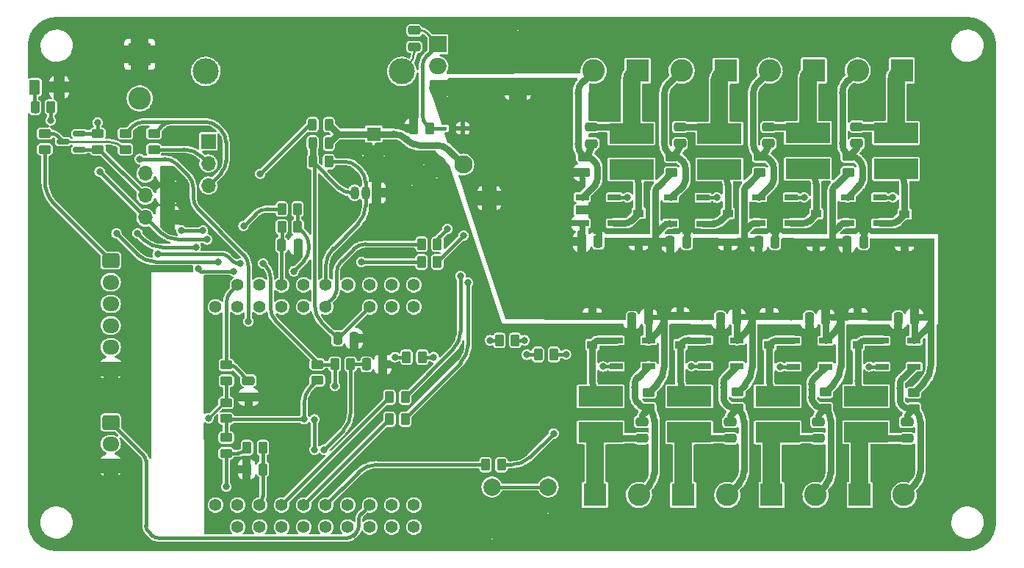
<source format=gtl>
G04 #@! TF.GenerationSoftware,KiCad,Pcbnew,6.0.1-79c1e3a40b~116~ubuntu20.04.1*
G04 #@! TF.CreationDate,2022-02-07T23:27:10+01:00*
G04 #@! TF.ProjectId,CC dimmer low voltage,43432064-696d-46d6-9572-206c6f772076,0.996*
G04 #@! TF.SameCoordinates,Original*
G04 #@! TF.FileFunction,Copper,L1,Top*
G04 #@! TF.FilePolarity,Positive*
%FSLAX46Y46*%
G04 Gerber Fmt 4.6, Leading zero omitted, Abs format (unit mm)*
G04 Created by KiCad (PCBNEW 6.0.1-79c1e3a40b~116~ubuntu20.04.1) date 2022-02-07 23:27:10*
%MOMM*%
%LPD*%
G01*
G04 APERTURE LIST*
G04 Aperture macros list*
%AMRoundRect*
0 Rectangle with rounded corners*
0 $1 Rounding radius*
0 $2 $3 $4 $5 $6 $7 $8 $9 X,Y pos of 4 corners*
0 Add a 4 corners polygon primitive as box body*
4,1,4,$2,$3,$4,$5,$6,$7,$8,$9,$2,$3,0*
0 Add four circle primitives for the rounded corners*
1,1,$1+$1,$2,$3*
1,1,$1+$1,$4,$5*
1,1,$1+$1,$6,$7*
1,1,$1+$1,$8,$9*
0 Add four rect primitives between the rounded corners*
20,1,$1+$1,$2,$3,$4,$5,0*
20,1,$1+$1,$4,$5,$6,$7,0*
20,1,$1+$1,$6,$7,$8,$9,0*
20,1,$1+$1,$8,$9,$2,$3,0*%
%AMFreePoly0*
4,1,13,0.900000,0.500000,2.600000,0.500000,2.600000,-0.500000,0.900000,-0.500000,0.400000,-1.000000,-0.400000,-1.000000,-0.900000,-0.500000,-2.600000,-0.500000,-2.600000,0.500000,-0.900000,0.500000,-0.400000,1.000000,0.400000,1.000000,0.900000,0.500000,0.900000,0.500000,$1*%
G04 Aperture macros list end*
G04 #@! TA.AperFunction,SMDPad,CuDef*
%ADD10R,1.500000X0.700000*%
G04 #@! TD*
G04 #@! TA.AperFunction,SMDPad,CuDef*
%ADD11FreePoly0,180.000000*%
G04 #@! TD*
G04 #@! TA.AperFunction,ComponentPad*
%ADD12R,2.600000X2.600000*%
G04 #@! TD*
G04 #@! TA.AperFunction,ComponentPad*
%ADD13C,2.600000*%
G04 #@! TD*
G04 #@! TA.AperFunction,SMDPad,CuDef*
%ADD14FreePoly0,0.000000*%
G04 #@! TD*
G04 #@! TA.AperFunction,ComponentPad*
%ADD15R,1.050000X1.500000*%
G04 #@! TD*
G04 #@! TA.AperFunction,ComponentPad*
%ADD16O,1.050000X1.500000*%
G04 #@! TD*
G04 #@! TA.AperFunction,SMDPad,CuDef*
%ADD17R,0.600000X0.450000*%
G04 #@! TD*
G04 #@! TA.AperFunction,ComponentPad*
%ADD18R,2.000000X1.905000*%
G04 #@! TD*
G04 #@! TA.AperFunction,ComponentPad*
%ADD19O,2.000000X1.905000*%
G04 #@! TD*
G04 #@! TA.AperFunction,ComponentPad*
%ADD20C,3.000000*%
G04 #@! TD*
G04 #@! TA.AperFunction,SMDPad,CuDef*
%ADD21RoundRect,0.250000X0.250000X0.475000X-0.250000X0.475000X-0.250000X-0.475000X0.250000X-0.475000X0*%
G04 #@! TD*
G04 #@! TA.AperFunction,SMDPad,CuDef*
%ADD22RoundRect,0.250000X0.475000X-0.250000X0.475000X0.250000X-0.475000X0.250000X-0.475000X-0.250000X0*%
G04 #@! TD*
G04 #@! TA.AperFunction,SMDPad,CuDef*
%ADD23RoundRect,0.250000X-0.250000X-0.475000X0.250000X-0.475000X0.250000X0.475000X-0.250000X0.475000X0*%
G04 #@! TD*
G04 #@! TA.AperFunction,SMDPad,CuDef*
%ADD24RoundRect,0.250000X-0.475000X0.250000X-0.475000X-0.250000X0.475000X-0.250000X0.475000X0.250000X0*%
G04 #@! TD*
G04 #@! TA.AperFunction,ComponentPad*
%ADD25R,2.000000X2.000000*%
G04 #@! TD*
G04 #@! TA.AperFunction,ComponentPad*
%ADD26C,2.000000*%
G04 #@! TD*
G04 #@! TA.AperFunction,SMDPad,CuDef*
%ADD27R,1.200000X0.900000*%
G04 #@! TD*
G04 #@! TA.AperFunction,SMDPad,CuDef*
%ADD28RoundRect,0.250000X0.450000X-0.262500X0.450000X0.262500X-0.450000X0.262500X-0.450000X-0.262500X0*%
G04 #@! TD*
G04 #@! TA.AperFunction,SMDPad,CuDef*
%ADD29RoundRect,0.250000X-0.450000X0.262500X-0.450000X-0.262500X0.450000X-0.262500X0.450000X0.262500X0*%
G04 #@! TD*
G04 #@! TA.AperFunction,SMDPad,CuDef*
%ADD30R,5.100000X2.350000*%
G04 #@! TD*
G04 #@! TA.AperFunction,SMDPad,CuDef*
%ADD31RoundRect,0.250000X-0.262500X-0.450000X0.262500X-0.450000X0.262500X0.450000X-0.262500X0.450000X0*%
G04 #@! TD*
G04 #@! TA.AperFunction,SMDPad,CuDef*
%ADD32RoundRect,0.250000X0.375000X0.625000X-0.375000X0.625000X-0.375000X-0.625000X0.375000X-0.625000X0*%
G04 #@! TD*
G04 #@! TA.AperFunction,ComponentPad*
%ADD33R,1.600000X1.600000*%
G04 #@! TD*
G04 #@! TA.AperFunction,ComponentPad*
%ADD34C,1.600000*%
G04 #@! TD*
G04 #@! TA.AperFunction,ComponentPad*
%ADD35C,1.400000*%
G04 #@! TD*
G04 #@! TA.AperFunction,ComponentPad*
%ADD36R,1.700000X1.700000*%
G04 #@! TD*
G04 #@! TA.AperFunction,ComponentPad*
%ADD37O,1.700000X1.700000*%
G04 #@! TD*
G04 #@! TA.AperFunction,SMDPad,CuDef*
%ADD38RoundRect,0.243750X-0.243750X-0.456250X0.243750X-0.456250X0.243750X0.456250X-0.243750X0.456250X0*%
G04 #@! TD*
G04 #@! TA.AperFunction,ComponentPad*
%ADD39RoundRect,0.250000X-0.725000X0.600000X-0.725000X-0.600000X0.725000X-0.600000X0.725000X0.600000X0*%
G04 #@! TD*
G04 #@! TA.AperFunction,ComponentPad*
%ADD40O,1.950000X1.700000*%
G04 #@! TD*
G04 #@! TA.AperFunction,SMDPad,CuDef*
%ADD41RoundRect,0.250000X0.262500X0.450000X-0.262500X0.450000X-0.262500X-0.450000X0.262500X-0.450000X0*%
G04 #@! TD*
G04 #@! TA.AperFunction,SMDPad,CuDef*
%ADD42RoundRect,0.150000X0.587500X0.150000X-0.587500X0.150000X-0.587500X-0.150000X0.587500X-0.150000X0*%
G04 #@! TD*
G04 #@! TA.AperFunction,ComponentPad*
%ADD43C,2.100000*%
G04 #@! TD*
G04 #@! TA.AperFunction,ViaPad*
%ADD44C,0.800000*%
G04 #@! TD*
G04 #@! TA.AperFunction,ViaPad*
%ADD45C,0.400000*%
G04 #@! TD*
G04 #@! TA.AperFunction,Conductor*
%ADD46C,0.800000*%
G04 #@! TD*
G04 #@! TA.AperFunction,Conductor*
%ADD47C,0.400000*%
G04 #@! TD*
G04 #@! TA.AperFunction,Conductor*
%ADD48C,0.250000*%
G04 #@! TD*
G04 #@! TA.AperFunction,Conductor*
%ADD49C,2.000000*%
G04 #@! TD*
G04 APERTURE END LIST*
D10*
X197352000Y-83075000D03*
D11*
X195502000Y-81575000D03*
D10*
X197352000Y-80075000D03*
X193652000Y-80075000D03*
X193652000Y-83075000D03*
X176982000Y-83105000D03*
D11*
X175132000Y-81605000D03*
D10*
X176982000Y-80105000D03*
X173282000Y-80105000D03*
X173282000Y-83105000D03*
D12*
X169452000Y-65467000D03*
D13*
X164372000Y-65467000D03*
D10*
X166772000Y-83065000D03*
D11*
X164922000Y-81565000D03*
D10*
X166772000Y-80065000D03*
X163072000Y-80065000D03*
X163072000Y-83065000D03*
D12*
X179602000Y-65465000D03*
D13*
X174522000Y-65465000D03*
D10*
X167012000Y-96585000D03*
D14*
X168862000Y-98085000D03*
D10*
X167012000Y-99585000D03*
X170712000Y-99585000D03*
X170712000Y-96585000D03*
X177192000Y-96555000D03*
D14*
X179042000Y-98055000D03*
D10*
X177192000Y-99555000D03*
X180892000Y-99555000D03*
X180892000Y-96555000D03*
X187412000Y-96625000D03*
D14*
X189262000Y-98125000D03*
D10*
X187412000Y-99625000D03*
X191112000Y-99625000D03*
X191112000Y-96625000D03*
X197622000Y-96605000D03*
D14*
X199472000Y-98105000D03*
D10*
X197622000Y-99605000D03*
X201322000Y-99605000D03*
X201322000Y-96605000D03*
D12*
X164532000Y-114415000D03*
D13*
X169612000Y-114415000D03*
D12*
X174712000Y-114415000D03*
D13*
X179792000Y-114415000D03*
D12*
X184882000Y-114415000D03*
D13*
X189962000Y-114415000D03*
D12*
X195052000Y-114415000D03*
D13*
X200132000Y-114415000D03*
D12*
X189752000Y-65455000D03*
D13*
X184672000Y-65455000D03*
D15*
X139352000Y-79545000D03*
D16*
X138082000Y-79545000D03*
X136812000Y-79545000D03*
D12*
X199902000Y-65445000D03*
D13*
X194822000Y-65445000D03*
D10*
X187132000Y-83075000D03*
D11*
X185282000Y-81575000D03*
D10*
X187132000Y-80075000D03*
X183432000Y-80075000D03*
X183432000Y-83075000D03*
D17*
X149302000Y-72115000D03*
X147202000Y-72115000D03*
D18*
X146447000Y-62405000D03*
D19*
X146447000Y-64945000D03*
X146447000Y-67485000D03*
D20*
X142292000Y-65545000D03*
X119692000Y-65545000D03*
D21*
X164902000Y-85185000D03*
X163002000Y-85185000D03*
D22*
X164132000Y-73865000D03*
X164132000Y-71965000D03*
D21*
X175112000Y-85255000D03*
X173212000Y-85255000D03*
D22*
X174322000Y-73855000D03*
X174322000Y-71955000D03*
D21*
X185282000Y-85235000D03*
X183382000Y-85235000D03*
D22*
X184542000Y-73845000D03*
X184542000Y-71945000D03*
X194722000Y-73825000D03*
X194722000Y-71925000D03*
D23*
X199472000Y-94065000D03*
X201372000Y-94065000D03*
D24*
X200492000Y-105995000D03*
X200492000Y-107895000D03*
D23*
X189232000Y-94085000D03*
X191132000Y-94085000D03*
D24*
X190262000Y-105985000D03*
X190262000Y-107885000D03*
X180142000Y-105985000D03*
X180142000Y-107885000D03*
D23*
X168802000Y-94095000D03*
X170702000Y-94095000D03*
D24*
X169922000Y-105975000D03*
X169922000Y-107875000D03*
D22*
X143702000Y-62715000D03*
X143702000Y-60815000D03*
D21*
X195502000Y-85245000D03*
X193602000Y-85245000D03*
D25*
X155640000Y-67317677D03*
D26*
X155640000Y-62317677D03*
D27*
X169562000Y-85205000D03*
X169562000Y-81905000D03*
X179842000Y-85235000D03*
X179842000Y-81935000D03*
X190032000Y-85275000D03*
X190032000Y-81975000D03*
X200212000Y-85295000D03*
X200212000Y-81995000D03*
X194832000Y-93795000D03*
X194832000Y-97095000D03*
X184622000Y-93785000D03*
X184622000Y-97085000D03*
X174372000Y-93765000D03*
X174372000Y-97065000D03*
X164222000Y-93785000D03*
X164222000Y-97085000D03*
D23*
X178992000Y-94085000D03*
X180892000Y-94085000D03*
D28*
X163242000Y-77217500D03*
X163242000Y-75392500D03*
X173372000Y-77227500D03*
X173372000Y-75402500D03*
X183522000Y-77207500D03*
X183522000Y-75382500D03*
X193752000Y-77177500D03*
X193752000Y-75352500D03*
D29*
X201272000Y-102602500D03*
X201272000Y-104427500D03*
X180972000Y-102562500D03*
X180972000Y-104387500D03*
X170752000Y-102582500D03*
X170752000Y-104407500D03*
X191092000Y-102562500D03*
X191092000Y-104387500D03*
D30*
X168742000Y-76850000D03*
X168742000Y-72700000D03*
X178872000Y-76850000D03*
X178872000Y-72700000D03*
X189072000Y-76790000D03*
X189072000Y-72640000D03*
X199242000Y-76810000D03*
X199242000Y-72660000D03*
X195782000Y-103020000D03*
X195782000Y-107170000D03*
X185592000Y-103050000D03*
X185592000Y-107200000D03*
X175412000Y-103040000D03*
X175412000Y-107190000D03*
X165202000Y-103040000D03*
X165202000Y-107190000D03*
D31*
X143629500Y-72125000D03*
X145454500Y-72125000D03*
D32*
X102780000Y-67363750D03*
X99980000Y-67363750D03*
D33*
X139032000Y-72762621D03*
D34*
X139032000Y-75262621D03*
D21*
X136770000Y-96370000D03*
X134870000Y-96370000D03*
D35*
X120792000Y-118115000D03*
X120792000Y-115575000D03*
X123332000Y-118115000D03*
X123332000Y-115575000D03*
X125872000Y-118115000D03*
X125872000Y-115575000D03*
X128412000Y-118115000D03*
X128412000Y-115575000D03*
X130952000Y-118115000D03*
X130952000Y-115575000D03*
X133492000Y-118115000D03*
X133492000Y-115575000D03*
X136032000Y-118115000D03*
X136032000Y-115575000D03*
X138572000Y-118115000D03*
X138572000Y-115575000D03*
X141112000Y-118115000D03*
X141112000Y-115575000D03*
X143652000Y-118115000D03*
X143652000Y-115575000D03*
X120792000Y-92715000D03*
X120792000Y-90175000D03*
X123332000Y-92715000D03*
X123332000Y-90175000D03*
X125872000Y-92715000D03*
X125872000Y-90175000D03*
X128412000Y-92715000D03*
X128412000Y-90175000D03*
X130952000Y-92715000D03*
X130952000Y-90175000D03*
X133492000Y-92715000D03*
X133492000Y-90175000D03*
X136032000Y-92715000D03*
X136032000Y-90175000D03*
X138572000Y-92715000D03*
X138572000Y-90175000D03*
X141112000Y-92715000D03*
X141112000Y-90175000D03*
X143652000Y-92715000D03*
X143652000Y-90175000D03*
D12*
X112057000Y-63580000D03*
D13*
X112057000Y-68660000D03*
D36*
X115262000Y-82405000D03*
D37*
X112722000Y-82405000D03*
X115262000Y-79865000D03*
X112722000Y-79865000D03*
X115262000Y-77325000D03*
X112722000Y-77325000D03*
D38*
X131994500Y-73825000D03*
X133869500Y-73825000D03*
D39*
X108722000Y-87365000D03*
D40*
X108722000Y-89865000D03*
X108722000Y-92365000D03*
X108722000Y-94865000D03*
X108722000Y-97365000D03*
X108722000Y-99865000D03*
D39*
X108712000Y-106035000D03*
D40*
X108712000Y-108535000D03*
X108712000Y-111035000D03*
D41*
X133854500Y-75965000D03*
X132029500Y-75965000D03*
D31*
X99987500Y-69663750D03*
X101812500Y-69663750D03*
D21*
X126272000Y-111455000D03*
X124372000Y-111455000D03*
D24*
X124612000Y-101215000D03*
X124612000Y-103115000D03*
D29*
X122032000Y-107782500D03*
X122032000Y-109607500D03*
D41*
X126264500Y-108965000D03*
X124439500Y-108965000D03*
D28*
X122022000Y-105605000D03*
X122022000Y-103780000D03*
D29*
X122052000Y-99412500D03*
X122052000Y-101237500D03*
D28*
X132542000Y-101177500D03*
X132542000Y-99352500D03*
D41*
X136374500Y-99335000D03*
X134549500Y-99335000D03*
D23*
X138202000Y-99345000D03*
X140102000Y-99345000D03*
D31*
X128429500Y-81425000D03*
X130254500Y-81425000D03*
D42*
X105129500Y-74596234D03*
X105129500Y-72696234D03*
X103254500Y-73646234D03*
D31*
X140839500Y-103135000D03*
X142664500Y-103135000D03*
D29*
X113702000Y-72713734D03*
X113702000Y-74538734D03*
X110422000Y-72713734D03*
X110422000Y-74538734D03*
D36*
X119982000Y-73635000D03*
D37*
X119982000Y-76175000D03*
X119982000Y-78715000D03*
D31*
X151919500Y-110925000D03*
X153744500Y-110925000D03*
D29*
X101122000Y-72723734D03*
X101122000Y-74548734D03*
D31*
X142809500Y-98505000D03*
X144634500Y-98505000D03*
X128439500Y-83485000D03*
X130264500Y-83485000D03*
D38*
X131984500Y-71685000D03*
X133859500Y-71685000D03*
D31*
X153517500Y-96560000D03*
X155342500Y-96560000D03*
D29*
X107222000Y-72713734D03*
X107222000Y-74538734D03*
D23*
X128402000Y-85565000D03*
X130302000Y-85565000D03*
D31*
X144549500Y-85475000D03*
X146374500Y-85475000D03*
D36*
X152334250Y-80148500D03*
X152334250Y-80148500D03*
D26*
X143482250Y-80148500D03*
X143482250Y-80148500D03*
D43*
X149365250Y-76299500D03*
X146317250Y-76299500D03*
D31*
X140839500Y-105685000D03*
X142664500Y-105685000D03*
D41*
X159804500Y-98205000D03*
X157979500Y-98205000D03*
D31*
X144539500Y-87535000D03*
X146364500Y-87535000D03*
D26*
X152652000Y-117995000D03*
X159152000Y-117995000D03*
X159152000Y-113495000D03*
X152652000Y-113495000D03*
D44*
X168725000Y-74775000D03*
X165472000Y-98385000D03*
X187452000Y-110785000D03*
X177622000Y-101095000D03*
X139832000Y-116845000D03*
D45*
X172312000Y-82395000D03*
X198702000Y-84035000D03*
D44*
X124732000Y-65615000D03*
X121140000Y-94480000D03*
X134370000Y-82070000D03*
X177102000Y-62165000D03*
D45*
X192282000Y-102615000D03*
D44*
X148082000Y-104865000D03*
X104872000Y-70135000D03*
X147922000Y-95233000D03*
X186872000Y-68985000D03*
D45*
X193292000Y-84025000D03*
D44*
X209842000Y-75565000D03*
D45*
X179942000Y-95305000D03*
D44*
X182352000Y-120225000D03*
D45*
X190182000Y-95345000D03*
D44*
X121040000Y-85050000D03*
X129722000Y-116875000D03*
X137520000Y-84410000D03*
X130982000Y-109205000D03*
X203962000Y-102035000D03*
X116940000Y-73020000D03*
X198082000Y-101085000D03*
D45*
X179042000Y-99555000D03*
X189422000Y-100005000D03*
D44*
X187972000Y-101105000D03*
X99862000Y-102945000D03*
X129672000Y-91445000D03*
X180072000Y-83645000D03*
X181062000Y-69035000D03*
X198692000Y-81575000D03*
X177372000Y-110785000D03*
X185562000Y-105115000D03*
X135002000Y-77235000D03*
X175572000Y-98335000D03*
X172022000Y-59815000D03*
X193192000Y-110805000D03*
D45*
X168602000Y-100195000D03*
D44*
X162306000Y-95435000D03*
X143310000Y-68420000D03*
X197712000Y-117665000D03*
X148340000Y-109920000D03*
D45*
X183522000Y-101265000D03*
D44*
X170602000Y-78685000D03*
X129042000Y-77495000D03*
D45*
X169742000Y-95335000D03*
D44*
X170802000Y-69025000D03*
X125180000Y-75270000D03*
X166862000Y-62135000D03*
D45*
X202342000Y-97385000D03*
X192762000Y-80855000D03*
X192042000Y-98885000D03*
D44*
X192492000Y-120275000D03*
X189072000Y-74725000D03*
X192272000Y-59795000D03*
X207152000Y-89815000D03*
X167492000Y-101115000D03*
X175392000Y-105155000D03*
X178862000Y-74805000D03*
X165192000Y-105165000D03*
X191062000Y-78585000D03*
X190392000Y-83575000D03*
X121522000Y-120335000D03*
D45*
X192752000Y-82295000D03*
D44*
X197702000Y-110825000D03*
X108522000Y-118835000D03*
D45*
X183012000Y-84015000D03*
D44*
X209870000Y-65930000D03*
X184642000Y-95395000D03*
X201252000Y-68915000D03*
X210340000Y-108450000D03*
X191242000Y-68955000D03*
X138522000Y-101855000D03*
D45*
X165782000Y-72775000D03*
D44*
X120532000Y-97265000D03*
X196992000Y-68965000D03*
X120370000Y-69600000D03*
X166592000Y-69005000D03*
D45*
X151638000Y-98044000D03*
D44*
X183032000Y-110765000D03*
D45*
X164342000Y-80105000D03*
X200422000Y-95325000D03*
D44*
X127810000Y-98225000D03*
X142992000Y-113255000D03*
X176692000Y-69025000D03*
D45*
X171622000Y-98815000D03*
D44*
X130392000Y-95825000D03*
D45*
X192022000Y-97385000D03*
D44*
X162662000Y-100805000D03*
X187152000Y-62075000D03*
X172792000Y-110755000D03*
X131602000Y-65585000D03*
X199252000Y-74735000D03*
D45*
X182572000Y-82295000D03*
D44*
X145720000Y-101280000D03*
X162532000Y-110785000D03*
X177302000Y-117705000D03*
X123552000Y-95555000D03*
X133622000Y-111615000D03*
X151282000Y-92795000D03*
D45*
X202352000Y-98825000D03*
D44*
X167110000Y-110760000D03*
D45*
X193752000Y-101125000D03*
D44*
X166572000Y-78885000D03*
X157352000Y-104795000D03*
X149552000Y-86535000D03*
X187522000Y-117735000D03*
X126272000Y-71395000D03*
X176682000Y-78715000D03*
X188502000Y-81835000D03*
D45*
X181812000Y-98795000D03*
D44*
X168202000Y-81535000D03*
D45*
X172312000Y-80815000D03*
X172370000Y-76315000D03*
D44*
X99852000Y-85315000D03*
D45*
X171892000Y-103505000D03*
D44*
X182122000Y-59845000D03*
X135870000Y-109390000D03*
X142292000Y-91495000D03*
D45*
X188702000Y-84015000D03*
D44*
X139902000Y-109475000D03*
X185902000Y-98235000D03*
D45*
X166622000Y-80835000D03*
D44*
X186942000Y-78625000D03*
X172192000Y-120185000D03*
X134292000Y-104165000D03*
X166962000Y-117735000D03*
X197502000Y-62095000D03*
X132352000Y-120365000D03*
X138642000Y-65585000D03*
D45*
X200082000Y-99565000D03*
D44*
X174372000Y-95395000D03*
X197062000Y-78655000D03*
X194812000Y-95555000D03*
X203882000Y-110465000D03*
X110400000Y-91050000D03*
X180842000Y-78735000D03*
X124252000Y-113445000D03*
D45*
X175132000Y-80135000D03*
D44*
X127682000Y-104465000D03*
X202292000Y-83465000D03*
D45*
X173332000Y-101245000D03*
D44*
X195752000Y-105115000D03*
D45*
X182092000Y-103465000D03*
D44*
X196042000Y-98345000D03*
X164407000Y-75860000D03*
X164529107Y-78607893D03*
X174669107Y-75962107D03*
X174669107Y-78717893D03*
X184839107Y-78667893D03*
X184839107Y-75932107D03*
X195049107Y-75882107D03*
X194967000Y-78760000D03*
X199682000Y-102065000D03*
X199974893Y-104107893D03*
X189784893Y-103827893D03*
X189492000Y-102225000D03*
X179634893Y-103837893D03*
X179342000Y-102025000D03*
X169342000Y-103675000D03*
X169132000Y-102005000D03*
X197392000Y-93905000D03*
X172512000Y-93865000D03*
X178182000Y-89375000D03*
X172812000Y-89645000D03*
X158192000Y-89655000D03*
X187142000Y-93885000D03*
X162140000Y-93750000D03*
X175372000Y-91275000D03*
X180802000Y-91305000D03*
X170652000Y-91325000D03*
X187522000Y-85785000D03*
X191902000Y-85785000D03*
X191212000Y-91385000D03*
X185642000Y-88025000D03*
X201552000Y-91385000D03*
X192872000Y-93915000D03*
X195672000Y-87985000D03*
X163162000Y-87975000D03*
X153532000Y-88045000D03*
X166762000Y-93805000D03*
X203272000Y-93935000D03*
X160492000Y-92705000D03*
X171492000Y-85895000D03*
X183432000Y-89765000D03*
X155602000Y-85755000D03*
X165252000Y-91115000D03*
X195712000Y-91345000D03*
X181732000Y-85835000D03*
X202862000Y-85825000D03*
X154062000Y-90655000D03*
X182662000Y-93915000D03*
X198632000Y-89485000D03*
X201632000Y-87715000D03*
X193062000Y-89605000D03*
X160642000Y-89215000D03*
X167522000Y-89255000D03*
X180872000Y-87715000D03*
X175262000Y-87985000D03*
X191092000Y-87755000D03*
X176902000Y-93855000D03*
X155692000Y-92705000D03*
X177272000Y-85825000D03*
X167032000Y-85895000D03*
X170642000Y-87835000D03*
X185842000Y-91355000D03*
X160552000Y-85275000D03*
X188642000Y-89645000D03*
X197632000Y-85835000D03*
X119822000Y-84945000D03*
X107440000Y-77120000D03*
X101812500Y-71217500D03*
X133317000Y-109175000D03*
X137612000Y-87535000D03*
X152410000Y-96560000D03*
X156692000Y-98235000D03*
X141474500Y-98505000D03*
X132217000Y-109175000D03*
X121132000Y-87505000D03*
X109382000Y-84255000D03*
X132212000Y-105705000D03*
X107210000Y-71420000D03*
X112060000Y-75650000D03*
X124592000Y-94375000D03*
X122042000Y-113455000D03*
X118812000Y-88305000D03*
X129822000Y-88595000D03*
X122895000Y-88595000D03*
X124030000Y-83370000D03*
X130997000Y-105680000D03*
X111818500Y-84231500D03*
X118524059Y-85845489D03*
X168282000Y-80065000D03*
X147517000Y-83730000D03*
X178572000Y-80115000D03*
X149402000Y-84475000D03*
X188632000Y-80075000D03*
X149032000Y-89125000D03*
X149892000Y-89925000D03*
X198862000Y-80075000D03*
X156420000Y-96560000D03*
X196142000Y-99605000D03*
X175662000Y-99555000D03*
X159772000Y-107315000D03*
X161197000Y-98190000D03*
X185882000Y-99625000D03*
X145942000Y-98505000D03*
X165472000Y-99595000D03*
X120012000Y-105537000D03*
X114122000Y-86645000D03*
X126282000Y-87695000D03*
X123655000Y-87695000D03*
X134552000Y-101835000D03*
X125940000Y-77350000D03*
X116867000Y-83920000D03*
X119350000Y-83910000D03*
D46*
X164922000Y-85165000D02*
X164902000Y-85185000D01*
X189262000Y-98125000D02*
X189262000Y-94115000D01*
X195502000Y-85245000D02*
X195502000Y-81575000D01*
X189262000Y-94115000D02*
X189232000Y-94085000D01*
X199472000Y-94145000D02*
X199482000Y-94135000D01*
X175132000Y-85235000D02*
X175112000Y-85255000D01*
X168862000Y-94155000D02*
X168802000Y-94095000D01*
X164922000Y-81565000D02*
X164922000Y-85165000D01*
X179042000Y-98055000D02*
X179042000Y-94135000D01*
X168842000Y-94035000D02*
X168832000Y-94025000D01*
X199472000Y-98105000D02*
X199472000Y-94065000D01*
X185282000Y-85235000D02*
X185282000Y-81575000D01*
X179042000Y-94135000D02*
X178992000Y-94085000D01*
X189262000Y-94125000D02*
X189242000Y-94105000D01*
X168842000Y-94165000D02*
X168822000Y-94145000D01*
X168862000Y-98085000D02*
X168862000Y-94155000D01*
X175132000Y-81605000D02*
X175132000Y-85235000D01*
X179042000Y-94045000D02*
X179022000Y-94025000D01*
X164902000Y-85225000D02*
X164952000Y-85275000D01*
X164822000Y-76689214D02*
X164822000Y-77900786D01*
X163232500Y-75392500D02*
X163155786Y-75315786D01*
X162570000Y-73901573D02*
X162570000Y-68097427D01*
X164142000Y-73735000D02*
X164142000Y-73948286D01*
X164529107Y-78607893D02*
X163072000Y-80065000D01*
X163839107Y-74795393D02*
X163242000Y-75392500D01*
X163244500Y-75395000D02*
X163527786Y-75395000D01*
X164407000Y-75860000D02*
X164529107Y-75982107D01*
X163242000Y-75392500D02*
X163232500Y-75392500D01*
X163242000Y-75392500D02*
X163244500Y-75395000D01*
X163155787Y-66683213D02*
X164372000Y-65467000D01*
X164234893Y-75687893D02*
X164407000Y-75860000D01*
X164132000Y-73865000D02*
X164132000Y-74088286D01*
X164821999Y-77900786D02*
G75*
G02*
X164529106Y-78607892I-999993J-3D01*
G01*
X164131999Y-74088286D02*
G75*
G02*
X163839106Y-74795392I-999993J-3D01*
G01*
X164234893Y-75687893D02*
G75*
G03*
X163527786Y-75395000I-707106J-707106D01*
G01*
X163155786Y-75315786D02*
G75*
G02*
X162570000Y-73901573I1414214J1414213D01*
G01*
X164529107Y-75982107D02*
G75*
G02*
X164822000Y-76689214I-707106J-707106D01*
G01*
X163155787Y-66683213D02*
G75*
G03*
X162570000Y-68097427I1414213J-1414214D01*
G01*
X173075787Y-66911213D02*
X174522000Y-65465000D01*
X172490000Y-73701573D02*
X172490000Y-68325427D01*
X174669107Y-78717893D02*
X173282000Y-80105000D01*
X173362500Y-75402500D02*
X173075786Y-75115786D01*
X174962000Y-76669214D02*
X174962000Y-78010786D01*
X174322000Y-73855000D02*
X174322000Y-74038286D01*
X173372000Y-75402500D02*
X173379500Y-75395000D01*
X174394893Y-75687893D02*
X174669107Y-75962107D01*
X173379500Y-75395000D02*
X173687786Y-75395000D01*
X173372000Y-75402500D02*
X173362500Y-75402500D01*
X174029107Y-74745393D02*
X173372000Y-75402500D01*
X174669107Y-75962107D02*
G75*
G02*
X174962000Y-76669214I-707106J-707106D01*
G01*
X174029107Y-74745393D02*
G75*
G03*
X174322000Y-74038286I-707106J707106D01*
G01*
X174394893Y-75687893D02*
G75*
G03*
X173687786Y-75395000I-707106J-707106D01*
G01*
X174669107Y-78717893D02*
G75*
G03*
X174962000Y-78010786I-707106J707106D01*
G01*
X172490001Y-73701573D02*
G75*
G03*
X173075787Y-75115785I1999999J0D01*
G01*
X172490001Y-68325427D02*
G75*
G02*
X173075788Y-66911214I1999999J0D01*
G01*
X184702000Y-64845000D02*
X184702000Y-65055000D01*
X185132000Y-76639214D02*
X185132000Y-77960786D01*
X184249107Y-74655393D02*
X183522000Y-75382500D01*
X183522000Y-75365000D02*
X183337786Y-75180786D01*
X183522000Y-75382500D02*
X183875286Y-75382500D01*
X183522000Y-75382500D02*
X183522000Y-75365000D01*
X183337787Y-66789213D02*
X184672000Y-65455000D01*
X184542000Y-73845000D02*
X184542000Y-73948286D01*
X184839107Y-78667893D02*
X183432000Y-80075000D01*
X184582393Y-75675393D02*
X184839107Y-75932107D01*
X182752000Y-73766573D02*
X182752000Y-68203427D01*
X184839107Y-78667893D02*
G75*
G03*
X185132000Y-77960786I-707106J707106D01*
G01*
X182752001Y-73766573D02*
G75*
G03*
X183337787Y-75180785I1999999J0D01*
G01*
X184249107Y-74655393D02*
G75*
G03*
X184542000Y-73948286I-707106J707106D01*
G01*
X183337787Y-66789213D02*
G75*
G03*
X182752000Y-68203427I1414213J-1414214D01*
G01*
X185131999Y-76639214D02*
G75*
G03*
X184839106Y-75932108I-999993J3D01*
G01*
X183875286Y-75382501D02*
G75*
G02*
X184582392Y-75675394I3J-999993D01*
G01*
X194872000Y-64845000D02*
X194872000Y-65395000D01*
X195342000Y-76589214D02*
X195342000Y-77970786D01*
X194722000Y-74382500D02*
X193752000Y-75352500D01*
X193042000Y-73796573D02*
X193042000Y-68053427D01*
X193752000Y-75232500D02*
X193754500Y-75235000D01*
X193752000Y-75352500D02*
X193752000Y-75335000D01*
X195049107Y-78677893D02*
X194967000Y-78760000D01*
X193752000Y-75335000D02*
X193627786Y-75210786D01*
X193759500Y-75345000D02*
X194097786Y-75345000D01*
X194722000Y-73825000D02*
X194722000Y-74382500D01*
X193627787Y-66639213D02*
X194822000Y-65445000D01*
X194804893Y-75637893D02*
X195049107Y-75882107D01*
X194967000Y-78760000D02*
X193652000Y-80075000D01*
X194097786Y-75345001D02*
G75*
G02*
X194804892Y-75637894I3J-999993D01*
G01*
X195341999Y-76589214D02*
G75*
G03*
X195049106Y-75882108I-999993J3D01*
G01*
X193627787Y-66639213D02*
G75*
G03*
X193042000Y-68053427I1414213J-1414214D01*
G01*
X193042001Y-73796573D02*
G75*
G03*
X193627787Y-75210785I1999999J0D01*
G01*
X195049107Y-78677893D02*
G75*
G03*
X195342000Y-77970786I-707106J707106D01*
G01*
X202032000Y-106013427D02*
X202032000Y-111686573D01*
X201446213Y-113100787D02*
X200132000Y-114415000D01*
X201269500Y-104425000D02*
X200706214Y-104425000D01*
X201274500Y-104427500D02*
X201446214Y-104599214D01*
X199999107Y-104132107D02*
X199974893Y-104107893D01*
X200784893Y-104914607D02*
X201272000Y-104427500D01*
X199974893Y-100952107D02*
X201322000Y-99605000D01*
X199682000Y-103400786D02*
X199682000Y-102065000D01*
X201272000Y-104427500D02*
X201269500Y-104425000D01*
X199682000Y-102065000D02*
X199682000Y-101659214D01*
X200492000Y-105995000D02*
X200492000Y-105621714D01*
X201272000Y-104427500D02*
X201274500Y-104427500D01*
X200706214Y-104424999D02*
G75*
G02*
X199999108Y-104132106I-3J999993D01*
G01*
X200784893Y-104914607D02*
G75*
G03*
X200492000Y-105621714I707106J-707106D01*
G01*
X202031999Y-111686573D02*
G75*
G02*
X201446212Y-113100786I-1999999J0D01*
G01*
X199974893Y-104107893D02*
G75*
G02*
X199682000Y-103400786I707106J707106D01*
G01*
X199974893Y-100952107D02*
G75*
G03*
X199682000Y-101659214I707106J-707106D01*
G01*
X202031999Y-106013427D02*
G75*
G03*
X201446213Y-104599215I-1999999J0D01*
G01*
X190554893Y-104924607D02*
X191092000Y-104387500D01*
X191092000Y-104387500D02*
X191106214Y-104401714D01*
X191089500Y-104385000D02*
X190756214Y-104385000D01*
X189492000Y-102225000D02*
X189492000Y-101659214D01*
X190049107Y-104092107D02*
X189784893Y-103827893D01*
X191106213Y-113270787D02*
X189962000Y-114415000D01*
X189492000Y-103120786D02*
X189492000Y-102225000D01*
X191092000Y-104387500D02*
X191089500Y-104385000D01*
X190262000Y-105985000D02*
X190262000Y-105631714D01*
X191692000Y-105815927D02*
X191692000Y-111856573D01*
X189784893Y-100952107D02*
X191112000Y-99625000D01*
X189492001Y-103120786D02*
G75*
G03*
X189784894Y-103827892I999993J-3D01*
G01*
X191106214Y-104401714D02*
G75*
G02*
X191692000Y-105815927I-1414214J-1414213D01*
G01*
X191106213Y-113270787D02*
G75*
G03*
X191692000Y-111856573I-1414213J1414214D01*
G01*
X190756214Y-104384999D02*
G75*
G02*
X190049108Y-104092106I-3J999993D01*
G01*
X190554893Y-104924607D02*
G75*
G03*
X190262000Y-105631714I707106J-707106D01*
G01*
X189492001Y-101659214D02*
G75*
G02*
X189784894Y-100952108I999993J3D01*
G01*
X181702000Y-105945927D02*
X181702000Y-111676573D01*
X179342000Y-103130786D02*
X179342000Y-102025000D01*
X180972000Y-104387500D02*
X181116214Y-104531714D01*
X180142000Y-105217500D02*
X180972000Y-104387500D01*
X180142000Y-105985000D02*
X180142000Y-105217500D01*
X179634893Y-100812107D02*
X180892000Y-99555000D01*
X180972000Y-104387500D02*
X180598714Y-104387500D01*
X181116213Y-113090787D02*
X179792000Y-114415000D01*
X179342000Y-102025000D02*
X179342000Y-101519214D01*
X179891607Y-104094607D02*
X179634893Y-103837893D01*
X181116214Y-104531714D02*
G75*
G02*
X181702000Y-105945927I-1414214J-1414213D01*
G01*
X179634893Y-103837893D02*
G75*
G02*
X179342000Y-103130786I707106J707106D01*
G01*
X179342001Y-101519214D02*
G75*
G02*
X179634894Y-100812108I999993J3D01*
G01*
X179891607Y-104094607D02*
G75*
G03*
X180598714Y-104387500I707106J707106D01*
G01*
X181701999Y-111676573D02*
G75*
G02*
X181116212Y-113090786I-1999999J0D01*
G01*
X169799107Y-104122107D02*
X169424893Y-103747893D01*
X169424893Y-100872107D02*
X170712000Y-99585000D01*
X170655597Y-104415000D02*
X170506214Y-104415000D01*
X170776213Y-113250787D02*
X169612000Y-114415000D01*
X169922000Y-105975000D02*
X169922000Y-105651714D01*
X171362000Y-105845927D02*
X171362000Y-111836573D01*
X170752000Y-104407500D02*
X170776214Y-104431714D01*
X169132000Y-102005000D02*
X169132000Y-101579214D01*
X169132000Y-103040786D02*
X169132000Y-102005000D01*
X170214893Y-104944607D02*
X170752000Y-104407500D01*
X169424893Y-103747893D02*
G75*
G02*
X169132000Y-103040786I707106J707106D01*
G01*
X171361999Y-111836573D02*
G75*
G02*
X170776212Y-113250786I-1999999J0D01*
G01*
X169799107Y-104122107D02*
G75*
G03*
X170506214Y-104415000I707106J707106D01*
G01*
X169132001Y-101579214D02*
G75*
G02*
X169424894Y-100872108I999993J3D01*
G01*
X169922001Y-105651714D02*
G75*
G02*
X170214894Y-104944608I999993J3D01*
G01*
X171361999Y-105845927D02*
G75*
G03*
X170776213Y-104431715I-1999999J0D01*
G01*
D47*
X138082000Y-81014679D02*
X138082000Y-79545000D01*
X135706573Y-75965000D02*
X133854500Y-75965000D01*
X138082000Y-79545000D02*
X138082000Y-78340427D01*
X137496213Y-76926213D02*
X137120786Y-76550786D01*
X133492000Y-90175000D02*
X133492000Y-88089961D01*
X134370680Y-85968640D02*
X137203321Y-83135999D01*
X137120786Y-76550786D02*
G75*
G03*
X135706573Y-75965000I-1414213J-1414214D01*
G01*
X134370680Y-85968640D02*
G75*
G03*
X133492000Y-88089961I2121325J-2121323D01*
G01*
X137496213Y-76926213D02*
G75*
G02*
X138082000Y-78340427I-1414213J-1414214D01*
G01*
X138082000Y-81014679D02*
G75*
G02*
X137203321Y-83135999I-2999998J-1D01*
G01*
D46*
X183432000Y-83075000D02*
X183066214Y-83075000D01*
X180892000Y-96555000D02*
X180892000Y-94155000D01*
X193652000Y-83075000D02*
X193406214Y-83075000D01*
X172512000Y-93865000D02*
X172512000Y-99579859D01*
X181783320Y-101751180D02*
X180972000Y-102562500D01*
X192872000Y-93915000D02*
X192872000Y-99539859D01*
X182076213Y-95370787D02*
X180892000Y-96555000D01*
X170722000Y-94145000D02*
X170722000Y-94125000D01*
X182662000Y-93915000D02*
X182662000Y-93956573D01*
X173272000Y-83105000D02*
X173136214Y-83105000D01*
X173372000Y-77227500D02*
X171784893Y-78814607D01*
X192699107Y-83367893D02*
X191902000Y-84165000D01*
X203272000Y-93935000D02*
X203272000Y-94240786D01*
X202979107Y-94947893D02*
X201322000Y-96605000D01*
X192286213Y-95450787D02*
X191112000Y-96625000D01*
X181742000Y-83075000D02*
X181732000Y-83065000D01*
X172512000Y-93865000D02*
X172512000Y-93956573D01*
X191132000Y-94195000D02*
X191132000Y-96605000D01*
X181732000Y-79411714D02*
X181732000Y-83995000D01*
X182662000Y-93915000D02*
X182662000Y-99629859D01*
X172429107Y-83397893D02*
X171492000Y-84335000D01*
X202393320Y-101481180D02*
X201272000Y-102602500D01*
X171492000Y-84335000D02*
X171492000Y-85185000D01*
X193752000Y-77177500D02*
X192194893Y-78734607D01*
X191902000Y-84715000D02*
X191902000Y-85785000D01*
X203272000Y-93935000D02*
X203272000Y-99359859D01*
X191902000Y-84165000D02*
X191902000Y-84715000D01*
X191902000Y-79441714D02*
X191902000Y-84715000D01*
X191132000Y-94195000D02*
X191132000Y-94165000D01*
X171492000Y-79521714D02*
X171492000Y-85185000D01*
X192872000Y-93915000D02*
X192872000Y-94036573D01*
X183522000Y-77207500D02*
X182024893Y-78704607D01*
X181732000Y-83995000D02*
X181732000Y-85835000D01*
X180902000Y-94145000D02*
X180902000Y-94015000D01*
X191993320Y-101661180D02*
X191092000Y-102562500D01*
X170692000Y-94175000D02*
X170722000Y-94145000D01*
X182359107Y-83367893D02*
X181732000Y-83995000D01*
X170692000Y-96595000D02*
X170692000Y-94175000D01*
X201382000Y-94135000D02*
X201382000Y-96545000D01*
X181732000Y-83065000D02*
X181732000Y-83995000D01*
X171492000Y-85185000D02*
X171492000Y-85895000D01*
X171926213Y-95370787D02*
X170712000Y-96585000D01*
X171633320Y-101701180D02*
X170752000Y-102582500D01*
X180892000Y-94155000D02*
X180902000Y-94145000D01*
X172511999Y-99579859D02*
G75*
G02*
X171633319Y-101701179I-2999993J-3D01*
G01*
X182661999Y-93956573D02*
G75*
G02*
X182076212Y-95370786I-1999999J0D01*
G01*
X191902001Y-79441714D02*
G75*
G02*
X192194894Y-78734608I999993J3D01*
G01*
X192286213Y-95450787D02*
G75*
G03*
X192872000Y-94036573I-1414213J1414214D01*
G01*
X203271999Y-99359859D02*
G75*
G02*
X202393319Y-101481179I-2999993J-3D01*
G01*
X181783320Y-101751180D02*
G75*
G03*
X182662000Y-99629859I-2121325J2121323D01*
G01*
X192871999Y-99539859D02*
G75*
G02*
X191993319Y-101661179I-2999993J-3D01*
G01*
X202979107Y-94947893D02*
G75*
G03*
X203272000Y-94240786I-707106J707106D01*
G01*
X172511999Y-93956573D02*
G75*
G02*
X171926212Y-95370786I-1999999J0D01*
G01*
X181732001Y-79411714D02*
G75*
G02*
X182024894Y-78704608I999993J3D01*
G01*
X171784893Y-78814607D02*
G75*
G03*
X171492000Y-79521714I707106J-707106D01*
G01*
X182359107Y-83367893D02*
G75*
G02*
X183066214Y-83075000I707106J-707106D01*
G01*
X192699107Y-83367893D02*
G75*
G02*
X193406214Y-83075000I707106J-707106D01*
G01*
X172429107Y-83397893D02*
G75*
G02*
X173136214Y-83105000I707106J-707106D01*
G01*
D47*
X135023713Y-78959213D02*
X132029500Y-75965000D01*
X101812500Y-69663750D02*
X101812500Y-71217500D01*
D46*
X131994500Y-75930000D02*
X132029500Y-75965000D01*
D47*
X114383320Y-84066320D02*
X112722000Y-82405000D01*
X138572000Y-92715000D02*
X134917000Y-96370000D01*
D46*
X132047000Y-73877500D02*
X131994500Y-73825000D01*
D47*
X133108680Y-94608680D02*
X134870000Y-96370000D01*
X119822000Y-84945000D02*
X116504641Y-84945000D01*
X134917000Y-96370000D02*
X134870000Y-96370000D01*
X112722000Y-82405000D02*
X107440000Y-77123000D01*
X132230000Y-76165500D02*
X132230000Y-92487359D01*
D46*
X132039500Y-73870000D02*
X131994500Y-73825000D01*
D47*
X132029500Y-75965000D02*
X132230000Y-76165500D01*
X136812000Y-79545000D02*
X136437927Y-79545000D01*
D46*
X131994500Y-73825000D02*
X131994500Y-75930000D01*
D47*
X107440000Y-77123000D02*
X107440000Y-77120000D01*
X114383320Y-84066320D02*
G75*
G03*
X116504641Y-84945000I2121323J2121325D01*
G01*
X135023713Y-78959213D02*
G75*
G03*
X136437927Y-79545000I1414214J1414213D01*
G01*
X132230001Y-92487359D02*
G75*
G03*
X133108681Y-94608679I2999993J-3D01*
G01*
X128412000Y-85575000D02*
X128412000Y-90175000D01*
X128439500Y-83485000D02*
X128439500Y-85527500D01*
X138192000Y-99335000D02*
X138202000Y-99345000D01*
X135495820Y-106996180D02*
X133317000Y-109175000D01*
X136374500Y-99335000D02*
X138192000Y-99335000D01*
X136374500Y-99335000D02*
X136374500Y-104874859D01*
X136374499Y-104874859D02*
G75*
G02*
X135495819Y-106996179I-2999993J-3D01*
G01*
X126264500Y-111447500D02*
X126272000Y-111455000D01*
X125979107Y-115192893D02*
X125867000Y-115305000D01*
X126272000Y-111455000D02*
X126272000Y-114485786D01*
X126264500Y-108965000D02*
X126264500Y-111447500D01*
X126271999Y-114485786D02*
G75*
G02*
X125979106Y-115192892I-999993J-3D01*
G01*
X122052000Y-99412500D02*
X122052000Y-92283427D01*
X123327000Y-89988542D02*
X123327000Y-89905000D01*
X122052000Y-99412500D02*
X122395286Y-99412500D01*
X123327000Y-89905000D02*
X123327000Y-89930000D01*
X123102393Y-99705393D02*
X124612000Y-101215000D01*
X122637787Y-90869213D02*
X123332000Y-90175000D01*
X122637787Y-90869213D02*
G75*
G03*
X122052000Y-92283427I1414213J-1414214D01*
G01*
X123102393Y-99705393D02*
G75*
G03*
X122395286Y-99412500I-707106J-707106D01*
G01*
X134449107Y-91482893D02*
X133487000Y-92445000D01*
X134742000Y-90775786D02*
X134742000Y-88843427D01*
X135327787Y-87429213D02*
X136696214Y-86060786D01*
X144549500Y-85475000D02*
X138110427Y-85475000D01*
X134449107Y-91482893D02*
G75*
G03*
X134742000Y-90775786I-707106J707106D01*
G01*
X135327787Y-87429213D02*
G75*
G03*
X134742000Y-88843427I1414213J-1414214D01*
G01*
X136696214Y-86060786D02*
G75*
G02*
X138110427Y-85475000I1414213J-1414214D01*
G01*
X144539500Y-87535000D02*
X137612000Y-87535000D01*
X140839500Y-103147500D02*
X140839500Y-102875000D01*
X128412000Y-115575000D02*
X140839500Y-103147500D01*
X140839500Y-103147500D02*
X140839500Y-103135000D01*
X130952000Y-115575000D02*
X140839500Y-105687500D01*
X140839500Y-105687500D02*
X140839500Y-105685000D01*
X153517500Y-96560000D02*
X152410000Y-96560000D01*
X156692000Y-98235000D02*
X157949500Y-98235000D01*
X157949500Y-98235000D02*
X157979500Y-98205000D01*
X151919500Y-110925000D02*
X139384641Y-110925000D01*
X137263320Y-111803680D02*
X133492000Y-115575000D01*
X137263320Y-111803680D02*
G75*
G02*
X139384641Y-110925000I2121323J-2121325D01*
G01*
X141474500Y-98505000D02*
X142809500Y-98505000D01*
X111753320Y-86626320D02*
X109382000Y-84255000D01*
X121131511Y-87505489D02*
X121132000Y-87505000D01*
X132212000Y-105705000D02*
X132212000Y-109170000D01*
X121132000Y-87505000D02*
X113874641Y-87505000D01*
X132212000Y-109170000D02*
X132217000Y-109175000D01*
X111753320Y-86626320D02*
G75*
G03*
X113874641Y-87505000I2121323J2121325D01*
G01*
X107222000Y-71432000D02*
X107210000Y-71420000D01*
X105129500Y-72696234D02*
X107204500Y-72696234D01*
X118235000Y-78973427D02*
X118235000Y-80046573D01*
X107204500Y-72696234D02*
X107222000Y-72713734D01*
X124592000Y-94375000D02*
X124592000Y-88060427D01*
X107222000Y-72713734D02*
X107222000Y-71432000D01*
X112060000Y-75650000D02*
X114911573Y-75650000D01*
X116325787Y-76235787D02*
X117649214Y-77559214D01*
X124006213Y-86646213D02*
X118820786Y-81460786D01*
X107222000Y-72713734D02*
X107224500Y-72713734D01*
X124591999Y-88060427D02*
G75*
G03*
X124006212Y-86646214I-1999999J0D01*
G01*
X118234999Y-78973427D02*
G75*
G03*
X117649213Y-77559215I-1999999J0D01*
G01*
X118820786Y-81460786D02*
G75*
G02*
X118235000Y-80046573I1414214J1414213D01*
G01*
X114911573Y-75650001D02*
G75*
G02*
X116325786Y-76235788I0J-1999999D01*
G01*
X145454500Y-72125000D02*
X145215786Y-71886286D01*
D48*
X144442786Y-60815000D02*
X143702000Y-60815000D01*
D47*
X144630000Y-70472073D02*
X144630000Y-65050427D01*
D48*
X146447000Y-62405000D02*
X145149893Y-61107893D01*
D47*
X145215787Y-63636213D02*
X146447000Y-62405000D01*
X145454500Y-72125000D02*
X147192000Y-72125000D01*
X145215786Y-71886286D02*
G75*
G02*
X144630000Y-70472073I1414214J1414213D01*
G01*
D48*
X144442786Y-60815001D02*
G75*
G02*
X145149892Y-61107894I3J-999993D01*
G01*
D47*
X144630001Y-65050427D02*
G75*
G02*
X145215788Y-63636214I1999999J0D01*
G01*
D48*
X143702000Y-62715000D02*
X143702000Y-63306573D01*
X143116213Y-64720787D02*
X142292000Y-65545000D01*
X143701999Y-63306573D02*
G75*
G02*
X143116212Y-64720786I-1999999J0D01*
G01*
D47*
X99982000Y-70207500D02*
X99989500Y-70215000D01*
X99980000Y-67363750D02*
X99980000Y-69656250D01*
D46*
X133869500Y-73832500D02*
X133869500Y-73825000D01*
X146297323Y-74060000D02*
X144288427Y-74060000D01*
X134947121Y-72772621D02*
X134892000Y-72717500D01*
X139032000Y-72762621D02*
X134957121Y-72762621D01*
X133869500Y-73817500D02*
X134892000Y-72795000D01*
X134892000Y-72795000D02*
X134892000Y-72717500D01*
X141334194Y-72762621D02*
X139032000Y-72762621D01*
X149365250Y-76299500D02*
X147711536Y-74645786D01*
X142874213Y-73474213D02*
X142748407Y-73348407D01*
X134892000Y-72717500D02*
X133859500Y-71685000D01*
X134957121Y-72762621D02*
X134947121Y-72772621D01*
X133869500Y-73825000D02*
X133869500Y-73817500D01*
X142874213Y-73474213D02*
G75*
G03*
X144288427Y-74060000I1414214J1414213D01*
G01*
X142748407Y-73348407D02*
G75*
G03*
X141334194Y-72762621I-1414213J-1414214D01*
G01*
X147711536Y-74645786D02*
G75*
G03*
X146297323Y-74060000I-1414213J-1414214D01*
G01*
D47*
X124089893Y-109314607D02*
X124439500Y-108965000D01*
X122042000Y-113455000D02*
X122042000Y-109617500D01*
X122032000Y-109607500D02*
X123382786Y-109607500D01*
X122042000Y-109617500D02*
X122032000Y-109607500D01*
X124089893Y-109314607D02*
G75*
G02*
X123382786Y-109607500I-707106J707106D01*
G01*
X130964213Y-84184713D02*
X130264500Y-83485000D01*
X122895000Y-88595000D02*
X119102000Y-88595000D01*
X119102000Y-88595000D02*
X118812000Y-88305000D01*
X129822000Y-88588000D02*
X130964214Y-87445786D01*
X131550000Y-86031573D02*
X131550000Y-85598927D01*
X130254500Y-81425000D02*
X130254500Y-83475000D01*
X129822000Y-88595000D02*
X129822000Y-88588000D01*
X130964213Y-84184713D02*
G75*
G02*
X131550000Y-85598927I-1414213J-1414214D01*
G01*
X131549999Y-86031573D02*
G75*
G02*
X130964213Y-87445785I-1999999J0D01*
G01*
X135947786Y-119375000D02*
X115042000Y-119375000D01*
X130997000Y-105680000D02*
X122097000Y-105680000D01*
X114206214Y-119375000D02*
X115042000Y-119375000D01*
X105187000Y-74538734D02*
X105129500Y-74596234D01*
X122032000Y-107782500D02*
X122032000Y-105615000D01*
X130997000Y-105680000D02*
X130997000Y-103965141D01*
X107222000Y-74538734D02*
X105187000Y-74538734D01*
X125389213Y-82010787D02*
X124030000Y-83370000D01*
X112767000Y-110504214D02*
X112767000Y-117935786D01*
X128429500Y-81425000D02*
X126803427Y-81425000D01*
X137302000Y-117259214D02*
X137302000Y-118020786D01*
X122097000Y-105680000D02*
X122022000Y-105605000D01*
X122067000Y-107437500D02*
X122042000Y-107412500D01*
X137009107Y-118727893D02*
X136654893Y-119082107D01*
X108712000Y-106035000D02*
X112474107Y-109797107D01*
X107395734Y-74538734D02*
X112722000Y-79865000D01*
X107222000Y-74538734D02*
X107395734Y-74538734D01*
X118524059Y-85845489D02*
X114675130Y-85845489D01*
X122032000Y-105615000D02*
X122022000Y-105605000D01*
X112553809Y-84966809D02*
X111818500Y-84231500D01*
X131875680Y-101843820D02*
X132542000Y-101177500D01*
X114817000Y-119375000D02*
X115042000Y-119375000D01*
X138572000Y-115575000D02*
X137594893Y-116552107D01*
X113059893Y-118642893D02*
X113499107Y-119082107D01*
X130997001Y-103965141D02*
G75*
G02*
X131875681Y-101843821I2999993J3D01*
G01*
X135947786Y-119374999D02*
G75*
G03*
X136654892Y-119082106I3J999993D01*
G01*
X126803427Y-81425001D02*
G75*
G03*
X125389214Y-82010788I0J-1999999D01*
G01*
X113059893Y-118642893D02*
G75*
G02*
X112767000Y-117935786I707101J707104D01*
G01*
X137301999Y-118020786D02*
G75*
G02*
X137009106Y-118727892I-999993J-3D01*
G01*
X114675130Y-85845488D02*
G75*
G02*
X112553810Y-84966808I-3J2999993D01*
G01*
X137594893Y-116552107D02*
G75*
G03*
X137302000Y-117259214I707106J-707106D01*
G01*
X112474107Y-109797107D02*
G75*
G02*
X112767000Y-110504214I-707106J-707106D01*
G01*
X114206214Y-119374999D02*
G75*
G02*
X113499108Y-119082106I-1J999998D01*
G01*
X146374500Y-85286714D02*
X146374500Y-85475000D01*
X147517000Y-83730000D02*
X146667393Y-84579607D01*
X166752000Y-80065000D02*
X168282000Y-80065000D01*
X146374501Y-85286714D02*
G75*
G02*
X146667394Y-84579608I999993J3D01*
G01*
X146364500Y-87512500D02*
X149402000Y-84475000D01*
X176972000Y-80105000D02*
X178562000Y-80105000D01*
X178562000Y-80105000D02*
X178572000Y-80115000D01*
X146364500Y-87535000D02*
X146364500Y-87512500D01*
D48*
X110418734Y-74538734D02*
X110404913Y-74524913D01*
X108283593Y-73646234D02*
X103254500Y-73646234D01*
X110422000Y-74538734D02*
X110418734Y-74538734D01*
D47*
X101122000Y-72723734D02*
X101917786Y-72723734D01*
X102624893Y-73016627D02*
X103254500Y-73646234D01*
X103252000Y-73648734D02*
X103254500Y-73646234D01*
X102624893Y-73016627D02*
G75*
G03*
X101917786Y-72723734I-707106J-707106D01*
G01*
D48*
X110404913Y-74524913D02*
G75*
G03*
X108283593Y-73646234I-2121319J-2121319D01*
G01*
D47*
X142664500Y-103135000D02*
X148153321Y-97646179D01*
X187132000Y-80075000D02*
X188632000Y-80075000D01*
X149032000Y-95524859D02*
X149032000Y-89125000D01*
X148153321Y-97646179D02*
G75*
G03*
X149032000Y-95524859I-2121319J2121319D01*
G01*
X142664500Y-105543180D02*
X142664500Y-105685000D01*
X149013320Y-99194360D02*
X142664500Y-105543180D01*
X149892000Y-89925000D02*
X149892000Y-97073039D01*
X197352000Y-80075000D02*
X198862000Y-80075000D01*
X149013320Y-99194360D02*
G75*
G03*
X149892000Y-97073039I-2121325J2121323D01*
G01*
X196142000Y-99605000D02*
X195972000Y-99605000D01*
X196142000Y-99605000D02*
X197622000Y-99605000D01*
X155342500Y-96560000D02*
X156420000Y-96560000D01*
X153744500Y-110925000D02*
X154919359Y-110925000D01*
X175662000Y-99555000D02*
X177192000Y-99555000D01*
X157040680Y-110046320D02*
X159772000Y-107315000D01*
X154919359Y-110924999D02*
G75*
G03*
X157040679Y-110046319I3J2999993D01*
G01*
X161197000Y-98190000D02*
X159819500Y-98190000D01*
X185882000Y-99625000D02*
X187412000Y-99625000D01*
X159819500Y-98190000D02*
X159804500Y-98205000D01*
X166992000Y-99595000D02*
X165472000Y-99595000D01*
X144634500Y-98505000D02*
X145942000Y-98505000D01*
X119224414Y-75417414D02*
X119982000Y-76175000D01*
X113702000Y-74538734D02*
X117103093Y-74538734D01*
X117103093Y-74538735D02*
G75*
G02*
X119224413Y-75417415I3J-2999993D01*
G01*
X121797000Y-104005000D02*
X122022000Y-103780000D01*
D48*
X121787000Y-103780000D02*
X122022000Y-103780000D01*
D47*
X122062000Y-101247500D02*
X122052000Y-101237500D01*
X122062000Y-103352500D02*
X122062000Y-101247500D01*
D48*
X120012000Y-105555000D02*
X121787000Y-103780000D01*
D47*
X134549500Y-99335000D02*
X134549500Y-101832500D01*
X132542000Y-99352500D02*
X132542000Y-99105680D01*
X134552000Y-101835000D02*
X134549500Y-101832500D01*
X127150000Y-92885253D02*
X127150000Y-89391427D01*
X132542000Y-99105680D02*
X127735786Y-94299466D01*
X132542000Y-99352500D02*
X134532000Y-99352500D01*
X122732107Y-87402107D02*
X122267893Y-86937893D01*
X123655000Y-87695000D02*
X123439214Y-87695000D01*
X126564213Y-87977213D02*
X126282000Y-87695000D01*
X121560786Y-86645000D02*
X114122000Y-86645000D01*
X132542000Y-99342500D02*
X132544500Y-99345000D01*
X134532000Y-99352500D02*
X134549500Y-99335000D01*
X159152000Y-113495000D02*
X152652000Y-113495000D01*
X121560786Y-86645001D02*
G75*
G02*
X122267892Y-86937894I3J-999993D01*
G01*
X123439214Y-87694999D02*
G75*
G02*
X122732108Y-87402106I-3J999993D01*
G01*
X127735786Y-94299466D02*
G75*
G02*
X127150000Y-92885253I1414214J1414213D01*
G01*
X126564213Y-87977213D02*
G75*
G02*
X127150000Y-89391427I-1414213J-1414214D01*
G01*
X131605000Y-71685000D02*
X131984500Y-71685000D01*
X125940000Y-77350000D02*
X131605000Y-71685000D01*
X101122000Y-74548734D02*
X101122000Y-78108146D01*
X119340000Y-83920000D02*
X119350000Y-83910000D01*
X101441286Y-74548734D02*
X101122000Y-74548734D01*
X102293573Y-80936573D02*
X108722000Y-87365000D01*
X116867000Y-83920000D02*
X119340000Y-83920000D01*
X102293573Y-80936573D02*
G75*
G02*
X101122000Y-78108146I2828426J2828427D01*
G01*
X112568427Y-71370000D02*
X116170000Y-71370000D01*
X116170000Y-71370000D02*
X119651573Y-71370000D01*
X110422000Y-72688000D02*
X111154214Y-71955786D01*
X115874161Y-71370000D02*
X116170000Y-71370000D01*
X110422000Y-72713734D02*
X110422000Y-72688000D01*
X121065787Y-71955787D02*
X121434214Y-72324214D01*
X122020000Y-73738427D02*
X122020000Y-75848573D01*
X113702000Y-72713734D02*
X114459948Y-71955786D01*
X121434213Y-77262787D02*
X119982000Y-78715000D01*
X114459948Y-71955786D02*
G75*
G02*
X115874161Y-71370000I1414213J-1414214D01*
G01*
X121065787Y-71955787D02*
G75*
G03*
X119651573Y-71370000I-1414214J-1414213D01*
G01*
X121434213Y-77262787D02*
G75*
G03*
X122020000Y-75848573I-1414213J1414214D01*
G01*
X122019999Y-73738427D02*
G75*
G03*
X121434213Y-72324215I-1999999J0D01*
G01*
X111154214Y-71955786D02*
G75*
G02*
X112568427Y-71370000I1414213J-1414214D01*
G01*
D49*
X169034893Y-65884107D02*
X169452000Y-65467000D01*
D46*
X164132000Y-71965000D02*
X168007000Y-71965000D01*
D49*
X168742000Y-72700000D02*
X168742000Y-66591214D01*
D46*
X168007000Y-71965000D02*
X168742000Y-72700000D01*
D49*
X169034893Y-65884107D02*
G75*
G03*
X168742000Y-66591214I707106J-707106D01*
G01*
D46*
X178127000Y-71955000D02*
X178872000Y-72700000D01*
D49*
X178872000Y-72700000D02*
X178872000Y-66609214D01*
D46*
X174322000Y-71955000D02*
X178127000Y-71955000D01*
D49*
X179164893Y-65902107D02*
X179602000Y-65465000D01*
X178872001Y-66609214D02*
G75*
G02*
X179164894Y-65902108I999993J3D01*
G01*
D46*
X184542000Y-71945000D02*
X188377000Y-71945000D01*
D49*
X189072000Y-72640000D02*
X189072000Y-66549214D01*
D46*
X188377000Y-71945000D02*
X189072000Y-72640000D01*
D49*
X189364893Y-65842107D02*
X189752000Y-65455000D01*
X189072001Y-66549214D02*
G75*
G02*
X189364894Y-65842108I999993J3D01*
G01*
X199242000Y-72660000D02*
X199242000Y-66519214D01*
D46*
X198507000Y-71925000D02*
X199242000Y-72660000D01*
D49*
X199534893Y-65812107D02*
X199902000Y-65445000D01*
D46*
X194722000Y-71925000D02*
X198507000Y-71925000D01*
D49*
X199534893Y-65812107D02*
G75*
G03*
X199242000Y-66519214I707106J-707106D01*
G01*
X195052000Y-114415000D02*
X195052000Y-107900000D01*
X195052000Y-107900000D02*
X195782000Y-107170000D01*
D46*
X200492000Y-107895000D02*
X196507000Y-107895000D01*
X196507000Y-107895000D02*
X195782000Y-107170000D01*
D49*
X184882000Y-107910000D02*
X185592000Y-107200000D01*
D46*
X186277000Y-107885000D02*
X185592000Y-107200000D01*
X190262000Y-107885000D02*
X186277000Y-107885000D01*
D49*
X184882000Y-114415000D02*
X184882000Y-107910000D01*
X174712000Y-114415000D02*
X174712000Y-107890000D01*
D46*
X180142000Y-107885000D02*
X176107000Y-107885000D01*
D49*
X174712000Y-107890000D02*
X175412000Y-107190000D01*
D46*
X176107000Y-107885000D02*
X175412000Y-107190000D01*
X165887000Y-107875000D02*
X165202000Y-107190000D01*
X169922000Y-107875000D02*
X165887000Y-107875000D01*
D49*
X164532000Y-114415000D02*
X164532000Y-107860000D01*
X164532000Y-107860000D02*
X165202000Y-107190000D01*
D46*
X168694893Y-82772107D02*
X169562000Y-81905000D01*
X166752000Y-83065000D02*
X167987786Y-83065000D01*
X168976213Y-77084213D02*
X168742000Y-76850000D01*
X169562000Y-81905000D02*
X169562000Y-78498427D01*
X167987786Y-83064999D02*
G75*
G03*
X168694892Y-82772106I3J999993D01*
G01*
X169561999Y-78498427D02*
G75*
G03*
X168976212Y-77084214I-1999999J0D01*
G01*
X179256213Y-77234213D02*
X178872000Y-76850000D01*
X179842000Y-81935000D02*
X179842000Y-78648427D01*
X178964893Y-82812107D02*
X179842000Y-81935000D01*
X176972000Y-83105000D02*
X178257786Y-83105000D01*
X179841999Y-78648427D02*
G75*
G03*
X179256212Y-77234214I-1999999J0D01*
G01*
X178257786Y-83104999D02*
G75*
G03*
X178964892Y-82812106I3J999993D01*
G01*
X189224893Y-82782107D02*
X190032000Y-81975000D01*
X189446213Y-77164213D02*
X189072000Y-76790000D01*
X190032000Y-81975000D02*
X190032000Y-78578427D01*
X187132000Y-83075000D02*
X188517786Y-83075000D01*
X190031999Y-78578427D02*
G75*
G03*
X189446212Y-77164214I-1999999J0D01*
G01*
X188517786Y-83074999D02*
G75*
G03*
X189224892Y-82782106I3J999993D01*
G01*
X197352000Y-83075000D02*
X198717786Y-83075000D01*
X199626213Y-77194213D02*
X199242000Y-76810000D01*
X199424893Y-82782107D02*
X200212000Y-81995000D01*
X200212000Y-81995000D02*
X200212000Y-78608427D01*
X200212000Y-77030000D02*
X199252000Y-76070000D01*
X199424893Y-82782107D02*
G75*
G02*
X198717786Y-83075000I-707106J707106D01*
G01*
X200211999Y-78608427D02*
G75*
G03*
X199626212Y-77194214I-1999999J0D01*
G01*
X195417787Y-102655787D02*
X195782000Y-103020000D01*
X195029107Y-96897893D02*
X194832000Y-97095000D01*
X194832000Y-97095000D02*
X194832000Y-101241573D01*
X197622000Y-96605000D02*
X195736214Y-96605000D01*
X195736214Y-96605001D02*
G75*
G03*
X195029108Y-96897894I-3J-999993D01*
G01*
X195417787Y-102655787D02*
G75*
G02*
X194832000Y-101241573I1414213J1414214D01*
G01*
X184789107Y-96917893D02*
X184622000Y-97085000D01*
X185207787Y-102665787D02*
X185592000Y-103050000D01*
X187412000Y-96625000D02*
X185496214Y-96625000D01*
X184622000Y-97085000D02*
X184622000Y-101251573D01*
X185207787Y-102665787D02*
G75*
G02*
X184622000Y-101251573I1414213J1414214D01*
G01*
X185496214Y-96625001D02*
G75*
G03*
X184789108Y-96917894I-3J-999993D01*
G01*
X174589107Y-96847893D02*
X174372000Y-97065000D01*
X177192000Y-96555000D02*
X175296214Y-96555000D01*
X174372000Y-97065000D02*
X174372000Y-101171573D01*
X174957787Y-102585787D02*
X175412000Y-103040000D01*
X174957787Y-102585787D02*
G75*
G02*
X174372000Y-101171573I1414213J1414214D01*
G01*
X175296214Y-96555001D02*
G75*
G03*
X174589108Y-96847894I-3J-999993D01*
G01*
X166992000Y-96595000D02*
X165086214Y-96595000D01*
X164379107Y-96887893D02*
X164212000Y-97055000D01*
X164807787Y-102645787D02*
X165202000Y-103040000D01*
X164222000Y-97085000D02*
X164222000Y-101231573D01*
X164379107Y-96887893D02*
G75*
G02*
X165086214Y-96595000I707106J-707106D01*
G01*
X164222001Y-101231573D02*
G75*
G03*
X164807788Y-102645786I1999999J0D01*
G01*
G04 #@! TA.AperFunction,Conductor*
G36*
X162477019Y-66325440D02*
G01*
X162523542Y-66379070D01*
X162533684Y-66449338D01*
X162511718Y-66504387D01*
X162364624Y-66711697D01*
X162362911Y-66714796D01*
X162362910Y-66714798D01*
X162227364Y-66960052D01*
X162223339Y-66967334D01*
X162111563Y-67237182D01*
X162030705Y-67517849D01*
X161981779Y-67805804D01*
X161981581Y-67809333D01*
X161966472Y-68078359D01*
X161965593Y-68087731D01*
X161965395Y-68089234D01*
X161965395Y-68089245D01*
X161964318Y-68097427D01*
X161965396Y-68105613D01*
X161968422Y-68128600D01*
X161969500Y-68145046D01*
X161969500Y-73853954D01*
X161968422Y-73870400D01*
X161964318Y-73901573D01*
X161965395Y-73909755D01*
X161965395Y-73909766D01*
X161965593Y-73911269D01*
X161966472Y-73920641D01*
X161972389Y-74025988D01*
X161981779Y-74193195D01*
X162030705Y-74481150D01*
X162083867Y-74665682D01*
X162108232Y-74750253D01*
X162111563Y-74761817D01*
X162223338Y-75031665D01*
X162225048Y-75034759D01*
X162325778Y-75217017D01*
X162341500Y-75277965D01*
X162341500Y-75708834D01*
X162344481Y-75740369D01*
X162389366Y-75868184D01*
X162394958Y-75875754D01*
X162394959Y-75875757D01*
X162420322Y-75910095D01*
X162469850Y-75977150D01*
X162477421Y-75982742D01*
X162477424Y-75982745D01*
X162549550Y-76036018D01*
X162592461Y-76092579D01*
X162597981Y-76163360D01*
X162564357Y-76225890D01*
X162514567Y-76256892D01*
X162478639Y-76268878D01*
X162465453Y-76275056D01*
X162329196Y-76359374D01*
X162317795Y-76368410D01*
X162204582Y-76481821D01*
X162195570Y-76493232D01*
X162111484Y-76629646D01*
X162105337Y-76642827D01*
X162090418Y-76687806D01*
X162089929Y-76701899D01*
X162096140Y-76705000D01*
X163390502Y-76705000D01*
X163414596Y-78819536D01*
X163395372Y-78887879D01*
X163377700Y-78910065D01*
X162810170Y-79477595D01*
X162747858Y-79511621D01*
X162721075Y-79514500D01*
X162302252Y-79514500D01*
X162296184Y-79515707D01*
X162255939Y-79523712D01*
X162255938Y-79523712D01*
X162243769Y-79526133D01*
X162177448Y-79570448D01*
X162133133Y-79636769D01*
X162121500Y-79695252D01*
X162121500Y-80434748D01*
X162122707Y-80440816D01*
X162129457Y-80474748D01*
X162133133Y-80493231D01*
X162177448Y-80559552D01*
X162243769Y-80603867D01*
X162255938Y-80606288D01*
X162255939Y-80606288D01*
X162294042Y-80613867D01*
X162296227Y-80614302D01*
X162296228Y-80614302D01*
X162302252Y-80615500D01*
X162302025Y-80616642D01*
X162362046Y-80640878D01*
X162403057Y-80698832D01*
X162406225Y-80769758D01*
X162370544Y-80831137D01*
X162308446Y-80863268D01*
X162255939Y-80873712D01*
X162255938Y-80873712D01*
X162243769Y-80876133D01*
X162177448Y-80920448D01*
X162133133Y-80986769D01*
X162130712Y-80998938D01*
X162130712Y-80998939D01*
X162122064Y-81042415D01*
X162117572Y-81065000D01*
X162117572Y-82065000D01*
X162118779Y-82071068D01*
X162133133Y-82143231D01*
X162128671Y-82144119D01*
X162133540Y-82190669D01*
X162101579Y-82254064D01*
X162079102Y-82271494D01*
X162079419Y-82271917D01*
X161971991Y-82352430D01*
X161959430Y-82364991D01*
X161884299Y-82465237D01*
X161875767Y-82480823D01*
X161831414Y-82599133D01*
X161827789Y-82614379D01*
X161822369Y-82664271D01*
X161822000Y-82671085D01*
X161822000Y-82696885D01*
X161826475Y-82712124D01*
X161827865Y-82713329D01*
X161835548Y-82715000D01*
X163296000Y-82715000D01*
X163364121Y-82735002D01*
X163410614Y-82788658D01*
X163422000Y-82841000D01*
X163422000Y-83896885D01*
X163426475Y-83912124D01*
X163452170Y-83934389D01*
X163451903Y-83934697D01*
X163465101Y-83941904D01*
X163473131Y-83956611D01*
X163482000Y-84735001D01*
X163502000Y-84735041D01*
X163502000Y-86349144D01*
X163505973Y-86362675D01*
X163512799Y-86363656D01*
X163565368Y-86346118D01*
X163578547Y-86339944D01*
X163714804Y-86255626D01*
X163726205Y-86246590D01*
X163839418Y-86133179D01*
X163848430Y-86121768D01*
X163932516Y-85985354D01*
X163938664Y-85972171D01*
X163990276Y-85816566D01*
X164030707Y-85758206D01*
X164096271Y-85730969D01*
X164166153Y-85743503D01*
X164218164Y-85791827D01*
X164228751Y-85814484D01*
X164246244Y-85864297D01*
X164246247Y-85864303D01*
X164249366Y-85873184D01*
X164254958Y-85880754D01*
X164254959Y-85880757D01*
X164283337Y-85919177D01*
X164329850Y-85982150D01*
X164337421Y-85987742D01*
X164431243Y-86057041D01*
X164431246Y-86057042D01*
X164438816Y-86062634D01*
X164566631Y-86107519D01*
X164574277Y-86108242D01*
X164574278Y-86108242D01*
X164580248Y-86108806D01*
X164598166Y-86110500D01*
X165205834Y-86110500D01*
X165223752Y-86108806D01*
X165229722Y-86108242D01*
X165229723Y-86108242D01*
X165237369Y-86107519D01*
X165365184Y-86062634D01*
X165372754Y-86057042D01*
X165372757Y-86057041D01*
X165466579Y-85987742D01*
X165474150Y-85982150D01*
X165520663Y-85919177D01*
X165549041Y-85880757D01*
X165549042Y-85880754D01*
X165554634Y-85873184D01*
X165599519Y-85745369D01*
X165602500Y-85713834D01*
X165602500Y-85698915D01*
X168462000Y-85698915D01*
X168462369Y-85705729D01*
X168467789Y-85755621D01*
X168471414Y-85770867D01*
X168515767Y-85889177D01*
X168524299Y-85904763D01*
X168599430Y-86005009D01*
X168611991Y-86017570D01*
X168712237Y-86092701D01*
X168727823Y-86101233D01*
X168846133Y-86145586D01*
X168861379Y-86149211D01*
X168911271Y-86154631D01*
X168918085Y-86155000D01*
X169093885Y-86155000D01*
X169109124Y-86150525D01*
X169110329Y-86149135D01*
X169112000Y-86141452D01*
X169112000Y-86136885D01*
X170012000Y-86136885D01*
X170016475Y-86152124D01*
X170017865Y-86153329D01*
X170025548Y-86155000D01*
X170205915Y-86155000D01*
X170212729Y-86154631D01*
X170262621Y-86149211D01*
X170277867Y-86145586D01*
X170396177Y-86101233D01*
X170411763Y-86092701D01*
X170512009Y-86017570D01*
X170524570Y-86005009D01*
X170599701Y-85904763D01*
X170608233Y-85889177D01*
X170650449Y-85776567D01*
X172212001Y-85776567D01*
X172212339Y-85783087D01*
X172222140Y-85877560D01*
X172225031Y-85890951D01*
X172275882Y-86043368D01*
X172282056Y-86056547D01*
X172366374Y-86192804D01*
X172375410Y-86204205D01*
X172488821Y-86317418D01*
X172500232Y-86326430D01*
X172636646Y-86410516D01*
X172649827Y-86416663D01*
X172694806Y-86431582D01*
X172708899Y-86432071D01*
X172712000Y-86425860D01*
X172712000Y-85773115D01*
X172707525Y-85757876D01*
X172706135Y-85756671D01*
X172698452Y-85755000D01*
X172230116Y-85755000D01*
X172214877Y-85759475D01*
X172213672Y-85760865D01*
X172212001Y-85768548D01*
X172212001Y-85776567D01*
X170650449Y-85776567D01*
X170652586Y-85770867D01*
X170656211Y-85755621D01*
X170661631Y-85705729D01*
X170662000Y-85698915D01*
X170662000Y-85673115D01*
X170657525Y-85657876D01*
X170656135Y-85656671D01*
X170648452Y-85655000D01*
X170030115Y-85655000D01*
X170014876Y-85659475D01*
X170013671Y-85660865D01*
X170012000Y-85668548D01*
X170012000Y-86136885D01*
X169112000Y-86136885D01*
X169112000Y-85673115D01*
X169107525Y-85657876D01*
X169106135Y-85656671D01*
X169098452Y-85655000D01*
X168480115Y-85655000D01*
X168464876Y-85659475D01*
X168463671Y-85660865D01*
X168462000Y-85668548D01*
X168462000Y-85698915D01*
X165602500Y-85698915D01*
X165602500Y-84865473D01*
X165622502Y-84797352D01*
X165676158Y-84750859D01*
X165728750Y-84739473D01*
X168415460Y-84744821D01*
X168441991Y-84747701D01*
X168475544Y-84755000D01*
X170643886Y-84755000D01*
X170645807Y-84754436D01*
X170681555Y-84749332D01*
X171001293Y-84749968D01*
X172200094Y-84752355D01*
X172224468Y-84755000D01*
X172693885Y-84755000D01*
X172699508Y-84753349D01*
X173712000Y-84755364D01*
X173712000Y-86419144D01*
X173715973Y-86432675D01*
X173722799Y-86433656D01*
X173775368Y-86416118D01*
X173788547Y-86409944D01*
X173924804Y-86325626D01*
X173936205Y-86316590D01*
X174049418Y-86203179D01*
X174058430Y-86191768D01*
X174142516Y-86055354D01*
X174148664Y-86042171D01*
X174200276Y-85886566D01*
X174240707Y-85828206D01*
X174306271Y-85800969D01*
X174376153Y-85813503D01*
X174428164Y-85861827D01*
X174438751Y-85884484D01*
X174456244Y-85934297D01*
X174456247Y-85934303D01*
X174459366Y-85943184D01*
X174464958Y-85950754D01*
X174464959Y-85950757D01*
X174492277Y-85987742D01*
X174539850Y-86052150D01*
X174547421Y-86057742D01*
X174641243Y-86127041D01*
X174641246Y-86127042D01*
X174648816Y-86132634D01*
X174776631Y-86177519D01*
X174784277Y-86178242D01*
X174784278Y-86178242D01*
X174790248Y-86178806D01*
X174808166Y-86180500D01*
X175415834Y-86180500D01*
X175433752Y-86178806D01*
X175439722Y-86178242D01*
X175439723Y-86178242D01*
X175447369Y-86177519D01*
X175575184Y-86132634D01*
X175582754Y-86127042D01*
X175582757Y-86127041D01*
X175676579Y-86057742D01*
X175684150Y-86052150D01*
X175731723Y-85987742D01*
X175759041Y-85950757D01*
X175759042Y-85950754D01*
X175764634Y-85943184D01*
X175809519Y-85815369D01*
X175812500Y-85783834D01*
X175812500Y-85728915D01*
X178742000Y-85728915D01*
X178742369Y-85735729D01*
X178747789Y-85785621D01*
X178751414Y-85800867D01*
X178795767Y-85919177D01*
X178804299Y-85934763D01*
X178879430Y-86035009D01*
X178891991Y-86047570D01*
X178992237Y-86122701D01*
X179007823Y-86131233D01*
X179126133Y-86175586D01*
X179141379Y-86179211D01*
X179191271Y-86184631D01*
X179198085Y-86185000D01*
X179373885Y-86185000D01*
X179389124Y-86180525D01*
X179390329Y-86179135D01*
X179392000Y-86171452D01*
X179392000Y-86166885D01*
X180292000Y-86166885D01*
X180296475Y-86182124D01*
X180297865Y-86183329D01*
X180305548Y-86185000D01*
X180485915Y-86185000D01*
X180492729Y-86184631D01*
X180542621Y-86179211D01*
X180557867Y-86175586D01*
X180676177Y-86131233D01*
X180691763Y-86122701D01*
X180792009Y-86047570D01*
X180804570Y-86035009D01*
X180879701Y-85934763D01*
X180888233Y-85919177D01*
X180932586Y-85800867D01*
X180936211Y-85785621D01*
X180939367Y-85756567D01*
X182382001Y-85756567D01*
X182382339Y-85763087D01*
X182392140Y-85857560D01*
X182395031Y-85870951D01*
X182445882Y-86023368D01*
X182452056Y-86036547D01*
X182536374Y-86172804D01*
X182545410Y-86184205D01*
X182658821Y-86297418D01*
X182670232Y-86306430D01*
X182806646Y-86390516D01*
X182819827Y-86396663D01*
X182864806Y-86411582D01*
X182878899Y-86412071D01*
X182882000Y-86405860D01*
X182882000Y-85753115D01*
X182877525Y-85737876D01*
X182876135Y-85736671D01*
X182868452Y-85735000D01*
X182400116Y-85735000D01*
X182384877Y-85739475D01*
X182383672Y-85740865D01*
X182382001Y-85748548D01*
X182382001Y-85756567D01*
X180939367Y-85756567D01*
X180941631Y-85735729D01*
X180942000Y-85728915D01*
X180942000Y-85703115D01*
X180937525Y-85687876D01*
X180936135Y-85686671D01*
X180928452Y-85685000D01*
X180310115Y-85685000D01*
X180294876Y-85689475D01*
X180293671Y-85690865D01*
X180292000Y-85698548D01*
X180292000Y-86166885D01*
X179392000Y-86166885D01*
X179392000Y-85703115D01*
X179387525Y-85687876D01*
X179386135Y-85686671D01*
X179378452Y-85685000D01*
X178760115Y-85685000D01*
X178744876Y-85689475D01*
X178743671Y-85690865D01*
X178742000Y-85698548D01*
X178742000Y-85728915D01*
X175812500Y-85728915D01*
X175812500Y-84885796D01*
X175832502Y-84817675D01*
X175886158Y-84771182D01*
X175938749Y-84759796D01*
X178680262Y-84765253D01*
X178723313Y-84777988D01*
X178755548Y-84785000D01*
X180923885Y-84785000D01*
X180958071Y-84774962D01*
X180993816Y-84769859D01*
X183841907Y-84775528D01*
X183870614Y-84808658D01*
X183882000Y-84861000D01*
X183882000Y-86399144D01*
X183885973Y-86412675D01*
X183892799Y-86413656D01*
X183945368Y-86396118D01*
X183958547Y-86389944D01*
X184094804Y-86305626D01*
X184106205Y-86296590D01*
X184219418Y-86183179D01*
X184228430Y-86171768D01*
X184312516Y-86035354D01*
X184318664Y-86022171D01*
X184370276Y-85866566D01*
X184410707Y-85808206D01*
X184476271Y-85780969D01*
X184546153Y-85793503D01*
X184598164Y-85841827D01*
X184608751Y-85864484D01*
X184626244Y-85914297D01*
X184626247Y-85914303D01*
X184629366Y-85923184D01*
X184634958Y-85930754D01*
X184634959Y-85930757D01*
X184682235Y-85994763D01*
X184709850Y-86032150D01*
X184717421Y-86037742D01*
X184811243Y-86107041D01*
X184811246Y-86107042D01*
X184818816Y-86112634D01*
X184946631Y-86157519D01*
X184954277Y-86158242D01*
X184954278Y-86158242D01*
X184960248Y-86158806D01*
X184978166Y-86160500D01*
X185585834Y-86160500D01*
X185603752Y-86158806D01*
X185609722Y-86158242D01*
X185609723Y-86158242D01*
X185617369Y-86157519D01*
X185745184Y-86112634D01*
X185752754Y-86107042D01*
X185752757Y-86107041D01*
X185846579Y-86037742D01*
X185854150Y-86032150D01*
X185881765Y-85994763D01*
X185929041Y-85930757D01*
X185929042Y-85930754D01*
X185934634Y-85923184D01*
X185979519Y-85795369D01*
X185980441Y-85785621D01*
X185981296Y-85776567D01*
X185982020Y-85768915D01*
X188932000Y-85768915D01*
X188932369Y-85775729D01*
X188937789Y-85825621D01*
X188941414Y-85840867D01*
X188985767Y-85959177D01*
X188994299Y-85974763D01*
X189069430Y-86075009D01*
X189081991Y-86087570D01*
X189182237Y-86162701D01*
X189197823Y-86171233D01*
X189316133Y-86215586D01*
X189331379Y-86219211D01*
X189381271Y-86224631D01*
X189388085Y-86225000D01*
X189563885Y-86225000D01*
X189579124Y-86220525D01*
X189580329Y-86219135D01*
X189582000Y-86211452D01*
X189582000Y-86206885D01*
X190482000Y-86206885D01*
X190486475Y-86222124D01*
X190487865Y-86223329D01*
X190495548Y-86225000D01*
X190675915Y-86225000D01*
X190682729Y-86224631D01*
X190732621Y-86219211D01*
X190747867Y-86215586D01*
X190866177Y-86171233D01*
X190881763Y-86162701D01*
X190982009Y-86087570D01*
X190994570Y-86075009D01*
X191069701Y-85974763D01*
X191078233Y-85959177D01*
X191122586Y-85840867D01*
X191126211Y-85825621D01*
X191131631Y-85775729D01*
X191132000Y-85768915D01*
X191132000Y-85766567D01*
X192602001Y-85766567D01*
X192602339Y-85773087D01*
X192612140Y-85867560D01*
X192615031Y-85880951D01*
X192665882Y-86033368D01*
X192672056Y-86046547D01*
X192756374Y-86182804D01*
X192765410Y-86194205D01*
X192878821Y-86307418D01*
X192890232Y-86316430D01*
X193026646Y-86400516D01*
X193039827Y-86406663D01*
X193084806Y-86421582D01*
X193098899Y-86422071D01*
X193102000Y-86415860D01*
X193102000Y-85763115D01*
X193097525Y-85747876D01*
X193096135Y-85746671D01*
X193088452Y-85745000D01*
X192620116Y-85745000D01*
X192604877Y-85749475D01*
X192603672Y-85750865D01*
X192602001Y-85758548D01*
X192602001Y-85766567D01*
X191132000Y-85766567D01*
X191132000Y-85743115D01*
X191127525Y-85727876D01*
X191126135Y-85726671D01*
X191118452Y-85725000D01*
X190500115Y-85725000D01*
X190484876Y-85729475D01*
X190483671Y-85730865D01*
X190482000Y-85738548D01*
X190482000Y-86206885D01*
X189582000Y-86206885D01*
X189582000Y-85743115D01*
X189577525Y-85727876D01*
X189576135Y-85726671D01*
X189568452Y-85725000D01*
X188950115Y-85725000D01*
X188934876Y-85729475D01*
X188933671Y-85730865D01*
X188932000Y-85738548D01*
X188932000Y-85768915D01*
X185982020Y-85768915D01*
X185982500Y-85763834D01*
X185982500Y-84906040D01*
X186002502Y-84837919D01*
X186056158Y-84791426D01*
X186108751Y-84780040D01*
X186114044Y-84780051D01*
X188847454Y-84785492D01*
X188915535Y-84805630D01*
X188929715Y-84816267D01*
X188937865Y-84823329D01*
X188945548Y-84825000D01*
X191113885Y-84825000D01*
X191145836Y-84815618D01*
X191177446Y-84795304D01*
X191213194Y-84790201D01*
X192083316Y-84791932D01*
X194070884Y-84795889D01*
X194090614Y-84818658D01*
X194102000Y-84871000D01*
X194102000Y-86409144D01*
X194105973Y-86422675D01*
X194112799Y-86423656D01*
X194165368Y-86406118D01*
X194178547Y-86399944D01*
X194314804Y-86315626D01*
X194326205Y-86306590D01*
X194439418Y-86193179D01*
X194448430Y-86181768D01*
X194532516Y-86045354D01*
X194538664Y-86032171D01*
X194590276Y-85876566D01*
X194630707Y-85818206D01*
X194696271Y-85790969D01*
X194766153Y-85803503D01*
X194818164Y-85851827D01*
X194828751Y-85874484D01*
X194846244Y-85924297D01*
X194846247Y-85924303D01*
X194849366Y-85933184D01*
X194854958Y-85940754D01*
X194854959Y-85940757D01*
X194888781Y-85986547D01*
X194929850Y-86042150D01*
X194937421Y-86047742D01*
X195031243Y-86117041D01*
X195031246Y-86117042D01*
X195038816Y-86122634D01*
X195166631Y-86167519D01*
X195174277Y-86168242D01*
X195174278Y-86168242D01*
X195180248Y-86168806D01*
X195198166Y-86170500D01*
X195805834Y-86170500D01*
X195823752Y-86168806D01*
X195829722Y-86168242D01*
X195829723Y-86168242D01*
X195837369Y-86167519D01*
X195965184Y-86122634D01*
X195972754Y-86117042D01*
X195972757Y-86117041D01*
X196066579Y-86047742D01*
X196074150Y-86042150D01*
X196115219Y-85986547D01*
X196149041Y-85940757D01*
X196149042Y-85940754D01*
X196154634Y-85933184D01*
X196199519Y-85805369D01*
X196201074Y-85788915D01*
X199112000Y-85788915D01*
X199112369Y-85795729D01*
X199117789Y-85845621D01*
X199121414Y-85860867D01*
X199165767Y-85979177D01*
X199174299Y-85994763D01*
X199249430Y-86095009D01*
X199261991Y-86107570D01*
X199362237Y-86182701D01*
X199377823Y-86191233D01*
X199496133Y-86235586D01*
X199511379Y-86239211D01*
X199561271Y-86244631D01*
X199568085Y-86245000D01*
X199743885Y-86245000D01*
X199759124Y-86240525D01*
X199760329Y-86239135D01*
X199762000Y-86231452D01*
X199762000Y-86226885D01*
X200662000Y-86226885D01*
X200666475Y-86242124D01*
X200667865Y-86243329D01*
X200675548Y-86245000D01*
X200855915Y-86245000D01*
X200862729Y-86244631D01*
X200912621Y-86239211D01*
X200927867Y-86235586D01*
X201046177Y-86191233D01*
X201061763Y-86182701D01*
X201162009Y-86107570D01*
X201174570Y-86095009D01*
X201249701Y-85994763D01*
X201258233Y-85979177D01*
X201302586Y-85860867D01*
X201306211Y-85845621D01*
X201311631Y-85795729D01*
X201312000Y-85788915D01*
X201312000Y-85763115D01*
X201307525Y-85747876D01*
X201306135Y-85746671D01*
X201298452Y-85745000D01*
X200680115Y-85745000D01*
X200664876Y-85749475D01*
X200663671Y-85750865D01*
X200662000Y-85758548D01*
X200662000Y-86226885D01*
X199762000Y-86226885D01*
X199762000Y-85763115D01*
X199757525Y-85747876D01*
X199756135Y-85746671D01*
X199748452Y-85745000D01*
X199130115Y-85745000D01*
X199114876Y-85749475D01*
X199113671Y-85750865D01*
X199112000Y-85758548D01*
X199112000Y-85788915D01*
X196201074Y-85788915D01*
X196202500Y-85773834D01*
X196202500Y-84926383D01*
X196222502Y-84858262D01*
X196276158Y-84811769D01*
X196328750Y-84800383D01*
X199027760Y-84805756D01*
X199095839Y-84825893D01*
X199110019Y-84836531D01*
X199117864Y-84843328D01*
X199125548Y-84845000D01*
X201293885Y-84845000D01*
X201326168Y-84835521D01*
X201357214Y-84815568D01*
X201392962Y-84810464D01*
X202811860Y-84813288D01*
X203546265Y-84814750D01*
X203614346Y-84834888D01*
X203660732Y-84888636D01*
X203672014Y-84940734D01*
X203672173Y-86421582D01*
X203673004Y-94169700D01*
X203653009Y-94237823D01*
X203599359Y-94284322D01*
X203546698Y-94295714D01*
X202430116Y-94293004D01*
X202430115Y-94293004D01*
X200872000Y-94289222D01*
X200872000Y-93546885D01*
X201872000Y-93546885D01*
X201876475Y-93562124D01*
X201877865Y-93563329D01*
X201885548Y-93565000D01*
X202353884Y-93565000D01*
X202369123Y-93560525D01*
X202370328Y-93559135D01*
X202371999Y-93551452D01*
X202371999Y-93543433D01*
X202371661Y-93536913D01*
X202361860Y-93442440D01*
X202358969Y-93429049D01*
X202308118Y-93276632D01*
X202301944Y-93263453D01*
X202217626Y-93127196D01*
X202208590Y-93115795D01*
X202095179Y-93002582D01*
X202083768Y-92993570D01*
X201947354Y-92909484D01*
X201934173Y-92903337D01*
X201889194Y-92888418D01*
X201875101Y-92887929D01*
X201872000Y-92894140D01*
X201872000Y-93546885D01*
X200872000Y-93546885D01*
X200872000Y-92900856D01*
X200868027Y-92887325D01*
X200861201Y-92886344D01*
X200808632Y-92903882D01*
X200795453Y-92910056D01*
X200659196Y-92994374D01*
X200647795Y-93003410D01*
X200534582Y-93116821D01*
X200525570Y-93128232D01*
X200441484Y-93264646D01*
X200435336Y-93277829D01*
X200383724Y-93433434D01*
X200343293Y-93491794D01*
X200277729Y-93519031D01*
X200207847Y-93506497D01*
X200155836Y-93458173D01*
X200145249Y-93435516D01*
X200127756Y-93385703D01*
X200127753Y-93385697D01*
X200124634Y-93376816D01*
X200119042Y-93369246D01*
X200119041Y-93369243D01*
X200051521Y-93277829D01*
X200044150Y-93267850D01*
X199975801Y-93217366D01*
X199942757Y-93192959D01*
X199942754Y-93192958D01*
X199935184Y-93187366D01*
X199807369Y-93142481D01*
X199799723Y-93141758D01*
X199799722Y-93141758D01*
X199793752Y-93141194D01*
X199775834Y-93139500D01*
X199168166Y-93139500D01*
X199150248Y-93141194D01*
X199144278Y-93141758D01*
X199144277Y-93141758D01*
X199136631Y-93142481D01*
X199008816Y-93187366D01*
X199001246Y-93192958D01*
X199001243Y-93192959D01*
X198968199Y-93217366D01*
X198899850Y-93267850D01*
X198892479Y-93277829D01*
X198824959Y-93369243D01*
X198824958Y-93369246D01*
X198819366Y-93376816D01*
X198774481Y-93504631D01*
X198771500Y-93536166D01*
X198771500Y-94157817D01*
X198751498Y-94225938D01*
X198697842Y-94272431D01*
X198645194Y-94283817D01*
X196008307Y-94277417D01*
X195940235Y-94257249D01*
X195926143Y-94246673D01*
X195918452Y-94245000D01*
X193750115Y-94245000D01*
X193707898Y-94257396D01*
X193693566Y-94266607D01*
X193657759Y-94271712D01*
X192931350Y-94269949D01*
X190632000Y-94264368D01*
X190632000Y-93566885D01*
X191632000Y-93566885D01*
X191636475Y-93582124D01*
X191637865Y-93583329D01*
X191645548Y-93585000D01*
X192113884Y-93585000D01*
X192129123Y-93580525D01*
X192130328Y-93579135D01*
X192131999Y-93571452D01*
X192131999Y-93563433D01*
X192131661Y-93556913D01*
X192121860Y-93462440D01*
X192118969Y-93449049D01*
X192078211Y-93326885D01*
X193732000Y-93326885D01*
X193736475Y-93342124D01*
X193737865Y-93343329D01*
X193745548Y-93345000D01*
X194363885Y-93345000D01*
X194379124Y-93340525D01*
X194380329Y-93339135D01*
X194382000Y-93331452D01*
X194382000Y-93326885D01*
X195282000Y-93326885D01*
X195286475Y-93342124D01*
X195287865Y-93343329D01*
X195295548Y-93345000D01*
X195913885Y-93345000D01*
X195929124Y-93340525D01*
X195930329Y-93339135D01*
X195932000Y-93331452D01*
X195932000Y-93301085D01*
X195931631Y-93294271D01*
X195926211Y-93244379D01*
X195922586Y-93229133D01*
X195878233Y-93110823D01*
X195869701Y-93095237D01*
X195794570Y-92994991D01*
X195782009Y-92982430D01*
X195681763Y-92907299D01*
X195666177Y-92898767D01*
X195547867Y-92854414D01*
X195532621Y-92850789D01*
X195482729Y-92845369D01*
X195475915Y-92845000D01*
X195300115Y-92845000D01*
X195284876Y-92849475D01*
X195283671Y-92850865D01*
X195282000Y-92858548D01*
X195282000Y-93326885D01*
X194382000Y-93326885D01*
X194382000Y-92863115D01*
X194377525Y-92847876D01*
X194376135Y-92846671D01*
X194368452Y-92845000D01*
X194188085Y-92845000D01*
X194181271Y-92845369D01*
X194131379Y-92850789D01*
X194116133Y-92854414D01*
X193997823Y-92898767D01*
X193982237Y-92907299D01*
X193881991Y-92982430D01*
X193869430Y-92994991D01*
X193794299Y-93095237D01*
X193785767Y-93110823D01*
X193741414Y-93229133D01*
X193737789Y-93244379D01*
X193732369Y-93294271D01*
X193732000Y-93301085D01*
X193732000Y-93326885D01*
X192078211Y-93326885D01*
X192068118Y-93296632D01*
X192061944Y-93283453D01*
X191977626Y-93147196D01*
X191968590Y-93135795D01*
X191855179Y-93022582D01*
X191843768Y-93013570D01*
X191707354Y-92929484D01*
X191694173Y-92923337D01*
X191649194Y-92908418D01*
X191635101Y-92907929D01*
X191632000Y-92914140D01*
X191632000Y-93566885D01*
X190632000Y-93566885D01*
X190632000Y-92920856D01*
X190628027Y-92907325D01*
X190621201Y-92906344D01*
X190568632Y-92923882D01*
X190555453Y-92930056D01*
X190419196Y-93014374D01*
X190407795Y-93023410D01*
X190294582Y-93136821D01*
X190285570Y-93148232D01*
X190201484Y-93284646D01*
X190195336Y-93297829D01*
X190143724Y-93453434D01*
X190103293Y-93511794D01*
X190037729Y-93539031D01*
X189967847Y-93526497D01*
X189915836Y-93478173D01*
X189905249Y-93455516D01*
X189887756Y-93405703D01*
X189887753Y-93405697D01*
X189884634Y-93396816D01*
X189879042Y-93389246D01*
X189879041Y-93389243D01*
X189810823Y-93296885D01*
X189804150Y-93287850D01*
X189777072Y-93267850D01*
X189702757Y-93212959D01*
X189702754Y-93212958D01*
X189695184Y-93207366D01*
X189567369Y-93162481D01*
X189559723Y-93161758D01*
X189559722Y-93161758D01*
X189553752Y-93161194D01*
X189535834Y-93159500D01*
X188928166Y-93159500D01*
X188910248Y-93161194D01*
X188904278Y-93161758D01*
X188904277Y-93161758D01*
X188896631Y-93162481D01*
X188768816Y-93207366D01*
X188761246Y-93212958D01*
X188761243Y-93212959D01*
X188686928Y-93267850D01*
X188659850Y-93287850D01*
X188653177Y-93296885D01*
X188584959Y-93389243D01*
X188584958Y-93389246D01*
X188579366Y-93396816D01*
X188534481Y-93524631D01*
X188531500Y-93556166D01*
X188531500Y-94132963D01*
X188511498Y-94201084D01*
X188457842Y-94247577D01*
X188405194Y-94258963D01*
X187904060Y-94257747D01*
X185781198Y-94252594D01*
X185747739Y-94242681D01*
X185747559Y-94243507D01*
X185708452Y-94235000D01*
X183540115Y-94235000D01*
X183516592Y-94241907D01*
X183480790Y-94247011D01*
X182954619Y-94245734D01*
X181950116Y-94243295D01*
X181950114Y-94243296D01*
X180392000Y-94239514D01*
X180392000Y-93566885D01*
X181392000Y-93566885D01*
X181396475Y-93582124D01*
X181397865Y-93583329D01*
X181405548Y-93585000D01*
X181873884Y-93585000D01*
X181889123Y-93580525D01*
X181890328Y-93579135D01*
X181891999Y-93571452D01*
X181891999Y-93563433D01*
X181891661Y-93556913D01*
X181881860Y-93462440D01*
X181878969Y-93449049D01*
X181834875Y-93316885D01*
X183522000Y-93316885D01*
X183526475Y-93332124D01*
X183527865Y-93333329D01*
X183535548Y-93335000D01*
X184153885Y-93335000D01*
X184169124Y-93330525D01*
X184170329Y-93329135D01*
X184172000Y-93321452D01*
X184172000Y-93316885D01*
X185072000Y-93316885D01*
X185076475Y-93332124D01*
X185077865Y-93333329D01*
X185085548Y-93335000D01*
X185703885Y-93335000D01*
X185719124Y-93330525D01*
X185720329Y-93329135D01*
X185722000Y-93321452D01*
X185722000Y-93291085D01*
X185721631Y-93284271D01*
X185716211Y-93234379D01*
X185712586Y-93219133D01*
X185668233Y-93100823D01*
X185659701Y-93085237D01*
X185584570Y-92984991D01*
X185572009Y-92972430D01*
X185471763Y-92897299D01*
X185456177Y-92888767D01*
X185337867Y-92844414D01*
X185322621Y-92840789D01*
X185272729Y-92835369D01*
X185265915Y-92835000D01*
X185090115Y-92835000D01*
X185074876Y-92839475D01*
X185073671Y-92840865D01*
X185072000Y-92848548D01*
X185072000Y-93316885D01*
X184172000Y-93316885D01*
X184172000Y-92853115D01*
X184167525Y-92837876D01*
X184166135Y-92836671D01*
X184158452Y-92835000D01*
X183978085Y-92835000D01*
X183971271Y-92835369D01*
X183921379Y-92840789D01*
X183906133Y-92844414D01*
X183787823Y-92888767D01*
X183772237Y-92897299D01*
X183671991Y-92972430D01*
X183659430Y-92984991D01*
X183584299Y-93085237D01*
X183575767Y-93100823D01*
X183531414Y-93219133D01*
X183527789Y-93234379D01*
X183522369Y-93284271D01*
X183522000Y-93291085D01*
X183522000Y-93316885D01*
X181834875Y-93316885D01*
X181828118Y-93296632D01*
X181821944Y-93283453D01*
X181737626Y-93147196D01*
X181728590Y-93135795D01*
X181615179Y-93022582D01*
X181603768Y-93013570D01*
X181467354Y-92929484D01*
X181454173Y-92923337D01*
X181409194Y-92908418D01*
X181395101Y-92907929D01*
X181392000Y-92914140D01*
X181392000Y-93566885D01*
X180392000Y-93566885D01*
X180392000Y-92920856D01*
X180388027Y-92907325D01*
X180381201Y-92906344D01*
X180328632Y-92923882D01*
X180315453Y-92930056D01*
X180179196Y-93014374D01*
X180167795Y-93023410D01*
X180054582Y-93136821D01*
X180045570Y-93148232D01*
X179961484Y-93284646D01*
X179955336Y-93297829D01*
X179903724Y-93453434D01*
X179863293Y-93511794D01*
X179797729Y-93539031D01*
X179727847Y-93526497D01*
X179675836Y-93478173D01*
X179665249Y-93455516D01*
X179647756Y-93405703D01*
X179647753Y-93405697D01*
X179644634Y-93396816D01*
X179639042Y-93389246D01*
X179639041Y-93389243D01*
X179570823Y-93296885D01*
X179564150Y-93287850D01*
X179537072Y-93267850D01*
X179462757Y-93212959D01*
X179462754Y-93212958D01*
X179455184Y-93207366D01*
X179327369Y-93162481D01*
X179319723Y-93161758D01*
X179319722Y-93161758D01*
X179313752Y-93161194D01*
X179295834Y-93159500D01*
X178688166Y-93159500D01*
X178670248Y-93161194D01*
X178664278Y-93161758D01*
X178664277Y-93161758D01*
X178656631Y-93162481D01*
X178528816Y-93207366D01*
X178521246Y-93212958D01*
X178521243Y-93212959D01*
X178446928Y-93267850D01*
X178419850Y-93287850D01*
X178413177Y-93296885D01*
X178344959Y-93389243D01*
X178344958Y-93389246D01*
X178339366Y-93396816D01*
X178294481Y-93524631D01*
X178291500Y-93556166D01*
X178291500Y-94108108D01*
X178271498Y-94176229D01*
X178217842Y-94222722D01*
X178165194Y-94234108D01*
X175777292Y-94228313D01*
X175525555Y-94227702D01*
X175498397Y-94219656D01*
X175497559Y-94223507D01*
X175458452Y-94215000D01*
X173290115Y-94215000D01*
X173283072Y-94217068D01*
X173247268Y-94222172D01*
X171760116Y-94218562D01*
X171760114Y-94218562D01*
X170202000Y-94214781D01*
X170202000Y-93576885D01*
X171202000Y-93576885D01*
X171206475Y-93592124D01*
X171207865Y-93593329D01*
X171215548Y-93595000D01*
X171683884Y-93595000D01*
X171699123Y-93590525D01*
X171700328Y-93589135D01*
X171701999Y-93581452D01*
X171701999Y-93573433D01*
X171701661Y-93566913D01*
X171691860Y-93472440D01*
X171688969Y-93459049D01*
X171638118Y-93306632D01*
X171633552Y-93296885D01*
X173272000Y-93296885D01*
X173276475Y-93312124D01*
X173277865Y-93313329D01*
X173285548Y-93315000D01*
X173903885Y-93315000D01*
X173919124Y-93310525D01*
X173920329Y-93309135D01*
X173922000Y-93301452D01*
X173922000Y-93296885D01*
X174822000Y-93296885D01*
X174826475Y-93312124D01*
X174827865Y-93313329D01*
X174835548Y-93315000D01*
X175453885Y-93315000D01*
X175469124Y-93310525D01*
X175470329Y-93309135D01*
X175472000Y-93301452D01*
X175472000Y-93271085D01*
X175471631Y-93264271D01*
X175466211Y-93214379D01*
X175462586Y-93199133D01*
X175418233Y-93080823D01*
X175409701Y-93065237D01*
X175334570Y-92964991D01*
X175322009Y-92952430D01*
X175221763Y-92877299D01*
X175206177Y-92868767D01*
X175087867Y-92824414D01*
X175072621Y-92820789D01*
X175022729Y-92815369D01*
X175015915Y-92815000D01*
X174840115Y-92815000D01*
X174824876Y-92819475D01*
X174823671Y-92820865D01*
X174822000Y-92828548D01*
X174822000Y-93296885D01*
X173922000Y-93296885D01*
X173922000Y-92833115D01*
X173917525Y-92817876D01*
X173916135Y-92816671D01*
X173908452Y-92815000D01*
X173728085Y-92815000D01*
X173721271Y-92815369D01*
X173671379Y-92820789D01*
X173656133Y-92824414D01*
X173537823Y-92868767D01*
X173522237Y-92877299D01*
X173421991Y-92952430D01*
X173409430Y-92964991D01*
X173334299Y-93065237D01*
X173325767Y-93080823D01*
X173281414Y-93199133D01*
X173277789Y-93214379D01*
X173272369Y-93264271D01*
X173272000Y-93271085D01*
X173272000Y-93296885D01*
X171633552Y-93296885D01*
X171631944Y-93293453D01*
X171547626Y-93157196D01*
X171538590Y-93145795D01*
X171425179Y-93032582D01*
X171413768Y-93023570D01*
X171277354Y-92939484D01*
X171264173Y-92933337D01*
X171219194Y-92918418D01*
X171205101Y-92917929D01*
X171202000Y-92924140D01*
X171202000Y-93576885D01*
X170202000Y-93576885D01*
X170202000Y-92930856D01*
X170198027Y-92917325D01*
X170191201Y-92916344D01*
X170138632Y-92933882D01*
X170125453Y-92940056D01*
X169989196Y-93024374D01*
X169977795Y-93033410D01*
X169864582Y-93146821D01*
X169855570Y-93158232D01*
X169771484Y-93294646D01*
X169765336Y-93307829D01*
X169713724Y-93463434D01*
X169673293Y-93521794D01*
X169607729Y-93549031D01*
X169537847Y-93536497D01*
X169485836Y-93488173D01*
X169475249Y-93465516D01*
X169457756Y-93415703D01*
X169457753Y-93415697D01*
X169454634Y-93406816D01*
X169449042Y-93399246D01*
X169449041Y-93399243D01*
X169381521Y-93307829D01*
X169374150Y-93297850D01*
X169337913Y-93271085D01*
X169272757Y-93222959D01*
X169272754Y-93222958D01*
X169265184Y-93217366D01*
X169137369Y-93172481D01*
X169129723Y-93171758D01*
X169129722Y-93171758D01*
X169123752Y-93171194D01*
X169105834Y-93169500D01*
X168498166Y-93169500D01*
X168480248Y-93171194D01*
X168474278Y-93171758D01*
X168474277Y-93171758D01*
X168466631Y-93172481D01*
X168338816Y-93217366D01*
X168331246Y-93222958D01*
X168331243Y-93222959D01*
X168266087Y-93271085D01*
X168229850Y-93297850D01*
X168222479Y-93307829D01*
X168154959Y-93399243D01*
X168154958Y-93399246D01*
X168149366Y-93406816D01*
X168104481Y-93534631D01*
X168101500Y-93566166D01*
X168101500Y-94083375D01*
X168081498Y-94151496D01*
X168027842Y-94197989D01*
X167975194Y-94209375D01*
X165380116Y-94203077D01*
X163068534Y-94197466D01*
X163068532Y-94197466D01*
X154324085Y-94176242D01*
X154256013Y-94156074D01*
X154209651Y-94102306D01*
X154204657Y-94089483D01*
X153951450Y-93316885D01*
X163122000Y-93316885D01*
X163126475Y-93332124D01*
X163127865Y-93333329D01*
X163135548Y-93335000D01*
X163753885Y-93335000D01*
X163769124Y-93330525D01*
X163770329Y-93329135D01*
X163772000Y-93321452D01*
X163772000Y-93316885D01*
X164672000Y-93316885D01*
X164676475Y-93332124D01*
X164677865Y-93333329D01*
X164685548Y-93335000D01*
X165303885Y-93335000D01*
X165319124Y-93330525D01*
X165320329Y-93329135D01*
X165322000Y-93321452D01*
X165322000Y-93291085D01*
X165321631Y-93284271D01*
X165316211Y-93234379D01*
X165312586Y-93219133D01*
X165268233Y-93100823D01*
X165259701Y-93085237D01*
X165184570Y-92984991D01*
X165172009Y-92972430D01*
X165071763Y-92897299D01*
X165056177Y-92888767D01*
X164937867Y-92844414D01*
X164922621Y-92840789D01*
X164872729Y-92835369D01*
X164865915Y-92835000D01*
X164690115Y-92835000D01*
X164674876Y-92839475D01*
X164673671Y-92840865D01*
X164672000Y-92848548D01*
X164672000Y-93316885D01*
X163772000Y-93316885D01*
X163772000Y-92853115D01*
X163767525Y-92837876D01*
X163766135Y-92836671D01*
X163758452Y-92835000D01*
X163578085Y-92835000D01*
X163571271Y-92835369D01*
X163521379Y-92840789D01*
X163506133Y-92844414D01*
X163387823Y-92888767D01*
X163372237Y-92897299D01*
X163271991Y-92972430D01*
X163259430Y-92984991D01*
X163184299Y-93085237D01*
X163175767Y-93100823D01*
X163131414Y-93219133D01*
X163127789Y-93234379D01*
X163122369Y-93284271D01*
X163122000Y-93291085D01*
X163122000Y-93316885D01*
X153951450Y-93316885D01*
X151457286Y-85706567D01*
X162002001Y-85706567D01*
X162002339Y-85713087D01*
X162012140Y-85807560D01*
X162015031Y-85820951D01*
X162065882Y-85973368D01*
X162072056Y-85986547D01*
X162156374Y-86122804D01*
X162165410Y-86134205D01*
X162278821Y-86247418D01*
X162290232Y-86256430D01*
X162426646Y-86340516D01*
X162439827Y-86346663D01*
X162484806Y-86361582D01*
X162498899Y-86362071D01*
X162502000Y-86355860D01*
X162502000Y-85703115D01*
X162497525Y-85687876D01*
X162496135Y-85686671D01*
X162488452Y-85685000D01*
X162020116Y-85685000D01*
X162004877Y-85689475D01*
X162003672Y-85690865D01*
X162002001Y-85698548D01*
X162002001Y-85706567D01*
X151457286Y-85706567D01*
X151188291Y-84885796D01*
X150720653Y-83458915D01*
X161822000Y-83458915D01*
X161822369Y-83465729D01*
X161827789Y-83515621D01*
X161831414Y-83530867D01*
X161875767Y-83649177D01*
X161884299Y-83664763D01*
X161959430Y-83765009D01*
X161971991Y-83777570D01*
X162072237Y-83852701D01*
X162087823Y-83861233D01*
X162206131Y-83905585D01*
X162220560Y-83909016D01*
X162282205Y-83944234D01*
X162315024Y-84007190D01*
X162308597Y-84077895D01*
X162280584Y-84120616D01*
X162164582Y-84236820D01*
X162155570Y-84248232D01*
X162071484Y-84384646D01*
X162065337Y-84397827D01*
X162014749Y-84550343D01*
X162011882Y-84563719D01*
X162002328Y-84656966D01*
X162002000Y-84663383D01*
X162002000Y-84666885D01*
X162006475Y-84682124D01*
X162007865Y-84683329D01*
X162015548Y-84685000D01*
X162483885Y-84685000D01*
X162499124Y-84680525D01*
X162500329Y-84679135D01*
X162502000Y-84671452D01*
X162502000Y-84041000D01*
X162522002Y-83972879D01*
X162575658Y-83926386D01*
X162628000Y-83915000D01*
X162703885Y-83915000D01*
X162719124Y-83910525D01*
X162720329Y-83909135D01*
X162722000Y-83901452D01*
X162722000Y-83433115D01*
X162717525Y-83417876D01*
X162716135Y-83416671D01*
X162708452Y-83415000D01*
X161840115Y-83415000D01*
X161824876Y-83419475D01*
X161823671Y-83420865D01*
X161822000Y-83428548D01*
X161822000Y-83458915D01*
X150720653Y-83458915D01*
X149928682Y-81042415D01*
X150984250Y-81042415D01*
X150984619Y-81049229D01*
X150990039Y-81099121D01*
X150993664Y-81114367D01*
X151038017Y-81232677D01*
X151046549Y-81248263D01*
X151121680Y-81348509D01*
X151134241Y-81361070D01*
X151234487Y-81436201D01*
X151250073Y-81444733D01*
X151368383Y-81489086D01*
X151383629Y-81492711D01*
X151433521Y-81498131D01*
X151440335Y-81498500D01*
X151466135Y-81498500D01*
X151481374Y-81494025D01*
X151482579Y-81492635D01*
X151484250Y-81484952D01*
X151484250Y-81480385D01*
X153184250Y-81480385D01*
X153188725Y-81495624D01*
X153190115Y-81496829D01*
X153197798Y-81498500D01*
X153228165Y-81498500D01*
X153234979Y-81498131D01*
X153284871Y-81492711D01*
X153300117Y-81489086D01*
X153418427Y-81444733D01*
X153434013Y-81436201D01*
X153534259Y-81361070D01*
X153546820Y-81348509D01*
X153621951Y-81248263D01*
X153630483Y-81232677D01*
X153674836Y-81114367D01*
X153678461Y-81099121D01*
X153683881Y-81049229D01*
X153684250Y-81042415D01*
X153684250Y-81016615D01*
X153679775Y-81001376D01*
X153678385Y-81000171D01*
X153670702Y-80998500D01*
X153202365Y-80998500D01*
X153187126Y-81002975D01*
X153185921Y-81004365D01*
X153184250Y-81012048D01*
X153184250Y-81480385D01*
X151484250Y-81480385D01*
X151484250Y-81016615D01*
X151479775Y-81001376D01*
X151478385Y-81000171D01*
X151470702Y-80998500D01*
X151002365Y-80998500D01*
X150987126Y-81002975D01*
X150985921Y-81004365D01*
X150984250Y-81012048D01*
X150984250Y-81042415D01*
X149928682Y-81042415D01*
X149351204Y-79280385D01*
X150984250Y-79280385D01*
X150988725Y-79295624D01*
X150990115Y-79296829D01*
X150997798Y-79298500D01*
X151466135Y-79298500D01*
X151481374Y-79294025D01*
X151482579Y-79292635D01*
X151484250Y-79284952D01*
X151484250Y-79280385D01*
X153184250Y-79280385D01*
X153188725Y-79295624D01*
X153190115Y-79296829D01*
X153197798Y-79298500D01*
X153666135Y-79298500D01*
X153681374Y-79294025D01*
X153682579Y-79292635D01*
X153684250Y-79284952D01*
X153684250Y-79254585D01*
X153683881Y-79247771D01*
X153678461Y-79197879D01*
X153674836Y-79182633D01*
X153630483Y-79064323D01*
X153621951Y-79048737D01*
X153546820Y-78948491D01*
X153534259Y-78935930D01*
X153434013Y-78860799D01*
X153418427Y-78852267D01*
X153300117Y-78807914D01*
X153284871Y-78804289D01*
X153234979Y-78798869D01*
X153228165Y-78798500D01*
X153202365Y-78798500D01*
X153187126Y-78802975D01*
X153185921Y-78804365D01*
X153184250Y-78812048D01*
X153184250Y-79280385D01*
X151484250Y-79280385D01*
X151484250Y-78816615D01*
X151479775Y-78801376D01*
X151478385Y-78800171D01*
X151470702Y-78798500D01*
X151440335Y-78798500D01*
X151433521Y-78798869D01*
X151383629Y-78804289D01*
X151368383Y-78807914D01*
X151250073Y-78852267D01*
X151234487Y-78860799D01*
X151134241Y-78935930D01*
X151121680Y-78948491D01*
X151046549Y-79048737D01*
X151038017Y-79064323D01*
X150993664Y-79182633D01*
X150990039Y-79197879D01*
X150984619Y-79247771D01*
X150984250Y-79254585D01*
X150984250Y-79280385D01*
X149351204Y-79280385D01*
X148846629Y-77740799D01*
X162088344Y-77740799D01*
X162105882Y-77793368D01*
X162112056Y-77806547D01*
X162196374Y-77942804D01*
X162205410Y-77954205D01*
X162318821Y-78067418D01*
X162330232Y-78076430D01*
X162466646Y-78160516D01*
X162479827Y-78166663D01*
X162632343Y-78217251D01*
X162645719Y-78220118D01*
X162711477Y-78226855D01*
X162726177Y-78224127D01*
X162729500Y-78211894D01*
X162729500Y-77748115D01*
X162725025Y-77732876D01*
X162723635Y-77731671D01*
X162715952Y-77730000D01*
X162102856Y-77730000D01*
X162089325Y-77733973D01*
X162088344Y-77740799D01*
X148846629Y-77740799D01*
X148816491Y-77648841D01*
X148814283Y-77577881D01*
X148850791Y-77516990D01*
X148914423Y-77485502D01*
X148968836Y-77487895D01*
X149020663Y-77501782D01*
X149147273Y-77535707D01*
X149365250Y-77554777D01*
X149583227Y-77535707D01*
X149723505Y-77498120D01*
X149789270Y-77480498D01*
X149789272Y-77480497D01*
X149794580Y-77479075D01*
X149799562Y-77476752D01*
X149987902Y-77388928D01*
X149987907Y-77388925D01*
X149992889Y-77386602D01*
X149997398Y-77383445D01*
X150167616Y-77264257D01*
X150167619Y-77264255D01*
X150172127Y-77261098D01*
X150326848Y-77106377D01*
X150452352Y-76927138D01*
X150544825Y-76728830D01*
X150547217Y-76719905D01*
X150571689Y-76628573D01*
X150601457Y-76517477D01*
X150620527Y-76299500D01*
X150601457Y-76081523D01*
X150549401Y-75887247D01*
X150546248Y-75875480D01*
X150546247Y-75875478D01*
X150544825Y-75870170D01*
X150487677Y-75747616D01*
X150454675Y-75676843D01*
X150454673Y-75676840D01*
X150452352Y-75671862D01*
X150326848Y-75492623D01*
X150172127Y-75337902D01*
X150167619Y-75334745D01*
X150167616Y-75334743D01*
X149997398Y-75215555D01*
X149997396Y-75215554D01*
X149992889Y-75212398D01*
X149987907Y-75210075D01*
X149987902Y-75210072D01*
X149799562Y-75122248D01*
X149799561Y-75122247D01*
X149794580Y-75119925D01*
X149789272Y-75118503D01*
X149789270Y-75118502D01*
X149713643Y-75098238D01*
X149583227Y-75063293D01*
X149365250Y-75044223D01*
X149147273Y-75063293D01*
X149102786Y-75075213D01*
X149084257Y-75080178D01*
X149013281Y-75078488D01*
X148962551Y-75047566D01*
X148169833Y-74254848D01*
X148158965Y-74242457D01*
X148144841Y-74224050D01*
X148139818Y-74217504D01*
X148132064Y-74211554D01*
X148124814Y-74205547D01*
X148051418Y-74139956D01*
X147921263Y-74023643D01*
X147683052Y-73854623D01*
X147679968Y-73852919D01*
X147679956Y-73852911D01*
X147592009Y-73804305D01*
X147542063Y-73753848D01*
X147533223Y-73733268D01*
X147196467Y-72705741D01*
X147194259Y-72634779D01*
X147230767Y-72573888D01*
X147294399Y-72542400D01*
X147316201Y-72540500D01*
X147521748Y-72540500D01*
X147538590Y-72537150D01*
X147568061Y-72531288D01*
X147568062Y-72531288D01*
X147580231Y-72528867D01*
X147646552Y-72484552D01*
X147690867Y-72418231D01*
X147696338Y-72390729D01*
X147697693Y-72383915D01*
X148502000Y-72383915D01*
X148502369Y-72390729D01*
X148507789Y-72440621D01*
X148511414Y-72455867D01*
X148555767Y-72574177D01*
X148564299Y-72589763D01*
X148639430Y-72690009D01*
X148651991Y-72702570D01*
X148752237Y-72777701D01*
X148767823Y-72786233D01*
X148886133Y-72830586D01*
X148901379Y-72834211D01*
X148951271Y-72839631D01*
X148958085Y-72840000D01*
X149058885Y-72840000D01*
X149074124Y-72835525D01*
X149075329Y-72834135D01*
X149077000Y-72826452D01*
X149077000Y-72821885D01*
X149527000Y-72821885D01*
X149531475Y-72837124D01*
X149532865Y-72838329D01*
X149540548Y-72840000D01*
X149645915Y-72840000D01*
X149652729Y-72839631D01*
X149702621Y-72834211D01*
X149717867Y-72830586D01*
X149836177Y-72786233D01*
X149851763Y-72777701D01*
X149952009Y-72702570D01*
X149964570Y-72690009D01*
X150039701Y-72589763D01*
X150048233Y-72574177D01*
X150092586Y-72455867D01*
X150096211Y-72440621D01*
X150101631Y-72390729D01*
X150102000Y-72383915D01*
X150102000Y-72358115D01*
X150097525Y-72342876D01*
X150096135Y-72341671D01*
X150088452Y-72340000D01*
X149545115Y-72340000D01*
X149529876Y-72344475D01*
X149528671Y-72345865D01*
X149527000Y-72353548D01*
X149527000Y-72821885D01*
X149077000Y-72821885D01*
X149077000Y-72358115D01*
X149072525Y-72342876D01*
X149071135Y-72341671D01*
X149063452Y-72340000D01*
X148520115Y-72340000D01*
X148504876Y-72344475D01*
X148503671Y-72345865D01*
X148502000Y-72353548D01*
X148502000Y-72383915D01*
X147697693Y-72383915D01*
X147701293Y-72365816D01*
X147702500Y-72359748D01*
X147702500Y-71871885D01*
X148502000Y-71871885D01*
X148506475Y-71887124D01*
X148507865Y-71888329D01*
X148515548Y-71890000D01*
X149058885Y-71890000D01*
X149074124Y-71885525D01*
X149075329Y-71884135D01*
X149077000Y-71876452D01*
X149077000Y-71871885D01*
X149527000Y-71871885D01*
X149531475Y-71887124D01*
X149532865Y-71888329D01*
X149540548Y-71890000D01*
X150083885Y-71890000D01*
X150099124Y-71885525D01*
X150100329Y-71884135D01*
X150102000Y-71876452D01*
X150102000Y-71846085D01*
X150101631Y-71839271D01*
X150096211Y-71789379D01*
X150092586Y-71774133D01*
X150048233Y-71655823D01*
X150039701Y-71640237D01*
X149964570Y-71539991D01*
X149952009Y-71527430D01*
X149851763Y-71452299D01*
X149836177Y-71443767D01*
X149717867Y-71399414D01*
X149702621Y-71395789D01*
X149652729Y-71390369D01*
X149645915Y-71390000D01*
X149545115Y-71390000D01*
X149529876Y-71394475D01*
X149528671Y-71395865D01*
X149527000Y-71403548D01*
X149527000Y-71871885D01*
X149077000Y-71871885D01*
X149077000Y-71408115D01*
X149072525Y-71392876D01*
X149071135Y-71391671D01*
X149063452Y-71390000D01*
X148958085Y-71390000D01*
X148951271Y-71390369D01*
X148901379Y-71395789D01*
X148886133Y-71399414D01*
X148767823Y-71443767D01*
X148752237Y-71452299D01*
X148651991Y-71527430D01*
X148639430Y-71539991D01*
X148564299Y-71640237D01*
X148555767Y-71655823D01*
X148511414Y-71774133D01*
X148507789Y-71789379D01*
X148502369Y-71839271D01*
X148502000Y-71846085D01*
X148502000Y-71871885D01*
X147702500Y-71871885D01*
X147702500Y-71870252D01*
X147697693Y-71846085D01*
X147693288Y-71823939D01*
X147693288Y-71823938D01*
X147690867Y-71811769D01*
X147646552Y-71745448D01*
X147580231Y-71701133D01*
X147568062Y-71698712D01*
X147568061Y-71698712D01*
X147527816Y-71690707D01*
X147521748Y-71689500D01*
X146954710Y-71689500D01*
X146886589Y-71669498D01*
X146840096Y-71615842D01*
X146834976Y-71602741D01*
X145980235Y-68994713D01*
X145980234Y-68994711D01*
X145853273Y-68607320D01*
X147399500Y-68607320D01*
X147402592Y-68617849D01*
X147413477Y-68612717D01*
X147556610Y-68482476D01*
X147563635Y-68474943D01*
X147581978Y-68451716D01*
X147586613Y-68440207D01*
X147576550Y-68437500D01*
X147417615Y-68437500D01*
X147402376Y-68441975D01*
X147401171Y-68443365D01*
X147399500Y-68451048D01*
X147399500Y-68607320D01*
X145853273Y-68607320D01*
X145772739Y-68361592D01*
X154140000Y-68361592D01*
X154140369Y-68368406D01*
X154145789Y-68418298D01*
X154149414Y-68433544D01*
X154193767Y-68551854D01*
X154202299Y-68567440D01*
X154277430Y-68667686D01*
X154289991Y-68680247D01*
X154390237Y-68755378D01*
X154405823Y-68763910D01*
X154524133Y-68808263D01*
X154539379Y-68811888D01*
X154589271Y-68817308D01*
X154596085Y-68817677D01*
X154621885Y-68817677D01*
X154637124Y-68813202D01*
X154638329Y-68811812D01*
X154640000Y-68804129D01*
X154640000Y-68799562D01*
X156640000Y-68799562D01*
X156644475Y-68814801D01*
X156645865Y-68816006D01*
X156653548Y-68817677D01*
X156683915Y-68817677D01*
X156690729Y-68817308D01*
X156740621Y-68811888D01*
X156755867Y-68808263D01*
X156874177Y-68763910D01*
X156889763Y-68755378D01*
X156990009Y-68680247D01*
X157002570Y-68667686D01*
X157077701Y-68567440D01*
X157086233Y-68551854D01*
X157130586Y-68433544D01*
X157134211Y-68418298D01*
X157139631Y-68368406D01*
X157140000Y-68361592D01*
X157140000Y-68335792D01*
X157135525Y-68320553D01*
X157134135Y-68319348D01*
X157126452Y-68317677D01*
X156658115Y-68317677D01*
X156642876Y-68322152D01*
X156641671Y-68323542D01*
X156640000Y-68331225D01*
X156640000Y-68799562D01*
X154640000Y-68799562D01*
X154640000Y-68335792D01*
X154635525Y-68320553D01*
X154634135Y-68319348D01*
X154626452Y-68317677D01*
X154158115Y-68317677D01*
X154142876Y-68322152D01*
X154141671Y-68323542D01*
X154140000Y-68331225D01*
X154140000Y-68361592D01*
X145772739Y-68361592D01*
X145494500Y-67512616D01*
X145494500Y-66658500D01*
X145514502Y-66590379D01*
X145568158Y-66543886D01*
X145620500Y-66532500D01*
X147577665Y-66532500D01*
X147590013Y-66528874D01*
X147586249Y-66519807D01*
X147584399Y-66517342D01*
X147585030Y-66516868D01*
X147580166Y-66505150D01*
X147580478Y-66505021D01*
X147558792Y-66459002D01*
X147568054Y-66388612D01*
X147613902Y-66334404D01*
X147683216Y-66313579D01*
X154104850Y-66310045D01*
X154131701Y-66312925D01*
X154153545Y-66317677D01*
X157121883Y-66317677D01*
X157136242Y-66313461D01*
X157171670Y-66308358D01*
X162246460Y-66305564D01*
X162408888Y-66305475D01*
X162477019Y-66325440D01*
G37*
G04 #@! TD.AperFunction*
G04 #@! TA.AperFunction,Conductor*
G36*
X207450182Y-59281953D02*
G01*
X207455813Y-59281963D01*
X207469642Y-59285143D01*
X207483483Y-59282011D01*
X207497669Y-59282036D01*
X207497668Y-59282538D01*
X207505567Y-59281864D01*
X207808344Y-59297732D01*
X207821459Y-59299110D01*
X208149587Y-59351080D01*
X208162488Y-59353822D01*
X208483384Y-59439806D01*
X208495918Y-59443878D01*
X208641734Y-59499852D01*
X208806065Y-59562933D01*
X208818113Y-59568297D01*
X209114117Y-59719119D01*
X209125538Y-59725713D01*
X209404159Y-59906651D01*
X209414829Y-59914404D01*
X209673000Y-60123467D01*
X209682801Y-60132292D01*
X209917708Y-60367199D01*
X209926533Y-60377000D01*
X210135596Y-60635171D01*
X210143349Y-60645841D01*
X210324287Y-60924462D01*
X210330881Y-60935883D01*
X210481703Y-61231887D01*
X210487066Y-61243934D01*
X210596518Y-61529062D01*
X210606120Y-61554077D01*
X210610196Y-61566621D01*
X210696178Y-61887513D01*
X210698920Y-61900413D01*
X210750890Y-62228540D01*
X210752268Y-62241656D01*
X210753783Y-62270569D01*
X210768106Y-62543867D01*
X210767432Y-62551625D01*
X210768062Y-62551626D01*
X210768037Y-62565812D01*
X210764857Y-62579642D01*
X210767989Y-62593482D01*
X210767980Y-62598372D01*
X210770000Y-62616448D01*
X210770000Y-117542976D01*
X210768047Y-117560182D01*
X210768037Y-117565813D01*
X210764857Y-117579642D01*
X210767989Y-117593483D01*
X210767964Y-117607669D01*
X210767462Y-117607668D01*
X210768136Y-117615567D01*
X210752356Y-117916667D01*
X210752268Y-117918343D01*
X210750890Y-117931459D01*
X210722860Y-118108435D01*
X210698920Y-118259587D01*
X210696178Y-118272487D01*
X210612369Y-118585271D01*
X210610196Y-118593379D01*
X210606122Y-118605918D01*
X210492529Y-118901837D01*
X210487067Y-118916065D01*
X210481703Y-118928113D01*
X210330881Y-119224117D01*
X210324287Y-119235538D01*
X210143349Y-119514159D01*
X210135596Y-119524829D01*
X209926533Y-119783000D01*
X209917708Y-119792801D01*
X209682801Y-120027708D01*
X209673000Y-120036533D01*
X209414829Y-120245596D01*
X209404159Y-120253349D01*
X209125538Y-120434287D01*
X209114117Y-120440881D01*
X208818113Y-120591703D01*
X208806066Y-120597066D01*
X208495918Y-120716122D01*
X208483384Y-120720194D01*
X208190666Y-120798628D01*
X208162487Y-120806178D01*
X208149587Y-120808920D01*
X207908881Y-120847044D01*
X207821460Y-120860890D01*
X207808344Y-120862268D01*
X207744603Y-120865608D01*
X207506133Y-120878106D01*
X207498375Y-120877432D01*
X207498374Y-120878062D01*
X207484188Y-120878037D01*
X207470358Y-120874857D01*
X207456518Y-120877989D01*
X207451628Y-120877980D01*
X207433552Y-120880000D01*
X102507024Y-120880000D01*
X102489818Y-120878047D01*
X102484187Y-120878037D01*
X102470358Y-120874857D01*
X102456517Y-120877989D01*
X102442331Y-120877964D01*
X102442332Y-120877462D01*
X102434433Y-120878136D01*
X102131656Y-120862268D01*
X102118540Y-120860890D01*
X102031120Y-120847044D01*
X101790413Y-120808920D01*
X101777513Y-120806178D01*
X101749334Y-120798628D01*
X101456616Y-120720194D01*
X101444082Y-120716122D01*
X101133934Y-120597066D01*
X101121887Y-120591703D01*
X100825883Y-120440881D01*
X100814462Y-120434287D01*
X100535841Y-120253349D01*
X100525171Y-120245596D01*
X100267000Y-120036533D01*
X100257199Y-120027708D01*
X100022292Y-119792801D01*
X100013467Y-119783000D01*
X99804404Y-119524829D01*
X99796651Y-119514159D01*
X99615713Y-119235538D01*
X99609119Y-119224117D01*
X99458297Y-118928113D01*
X99452933Y-118916065D01*
X99447471Y-118901837D01*
X99333878Y-118605918D01*
X99329804Y-118593379D01*
X99327632Y-118585271D01*
X99243822Y-118272487D01*
X99241080Y-118259587D01*
X99217140Y-118108435D01*
X99189110Y-117931459D01*
X99187732Y-117918343D01*
X99187508Y-117914059D01*
X99178737Y-117746716D01*
X99172206Y-117622095D01*
X100615028Y-117622095D01*
X100640534Y-117889431D01*
X100641619Y-117893865D01*
X100641620Y-117893871D01*
X100696755Y-118119189D01*
X100704364Y-118150285D01*
X100706076Y-118154511D01*
X100706077Y-118154515D01*
X100766324Y-118303256D01*
X100805182Y-118399192D01*
X100940875Y-118630938D01*
X100949318Y-118641495D01*
X101055225Y-118773925D01*
X101108601Y-118840669D01*
X101304846Y-119023991D01*
X101328488Y-119040392D01*
X101521746Y-119174461D01*
X101521751Y-119174464D01*
X101525499Y-119177064D01*
X101529584Y-119179096D01*
X101529587Y-119179098D01*
X101620080Y-119224117D01*
X101765938Y-119296680D01*
X101770272Y-119298101D01*
X101770275Y-119298102D01*
X102016793Y-119378915D01*
X102016798Y-119378916D01*
X102021126Y-119380335D01*
X102025617Y-119381115D01*
X102025618Y-119381115D01*
X102281936Y-119425620D01*
X102281944Y-119425621D01*
X102285717Y-119426276D01*
X102289554Y-119426467D01*
X102368996Y-119430422D01*
X102369004Y-119430422D01*
X102370567Y-119430500D01*
X102538223Y-119430500D01*
X102540491Y-119430335D01*
X102540503Y-119430335D01*
X102670823Y-119420879D01*
X102737846Y-119416016D01*
X102742301Y-119415032D01*
X102742304Y-119415032D01*
X102995620Y-119359105D01*
X102995624Y-119359104D01*
X103000080Y-119358120D01*
X103167617Y-119294646D01*
X103246941Y-119264593D01*
X103246944Y-119264592D01*
X103251211Y-119262975D01*
X103485976Y-119132574D01*
X103615952Y-119033380D01*
X103695833Y-118972417D01*
X103695837Y-118972413D01*
X103699458Y-118969650D01*
X103715557Y-118953182D01*
X103871856Y-118793295D01*
X103887185Y-118777614D01*
X103978527Y-118652124D01*
X104042538Y-118564183D01*
X104042540Y-118564180D01*
X104045225Y-118560491D01*
X104133436Y-118392829D01*
X104168140Y-118326868D01*
X104168143Y-118326862D01*
X104170265Y-118322828D01*
X104178666Y-118299040D01*
X104258165Y-118073916D01*
X104258165Y-118073915D01*
X104259688Y-118069603D01*
X104287394Y-117929036D01*
X104310739Y-117810594D01*
X104310740Y-117810588D01*
X104311620Y-117806122D01*
X104311847Y-117801566D01*
X104324745Y-117542474D01*
X104324745Y-117542468D01*
X104324972Y-117537905D01*
X104299466Y-117270569D01*
X104296688Y-117259214D01*
X104236721Y-117014149D01*
X104235636Y-117009715D01*
X104206222Y-116937094D01*
X104136531Y-116765037D01*
X104136531Y-116765036D01*
X104134818Y-116760808D01*
X103999125Y-116529062D01*
X103888211Y-116390371D01*
X103834251Y-116322897D01*
X103834250Y-116322895D01*
X103831399Y-116319331D01*
X103635154Y-116136009D01*
X103475436Y-116025208D01*
X103418254Y-115985539D01*
X103418249Y-115985536D01*
X103414501Y-115982936D01*
X103410416Y-115980904D01*
X103410413Y-115980902D01*
X103281455Y-115916747D01*
X103174062Y-115863320D01*
X103169728Y-115861899D01*
X103169725Y-115861898D01*
X102923207Y-115781085D01*
X102923202Y-115781084D01*
X102918874Y-115779665D01*
X102914382Y-115778885D01*
X102658064Y-115734380D01*
X102658056Y-115734379D01*
X102654283Y-115733724D01*
X102645622Y-115733293D01*
X102571004Y-115729578D01*
X102570996Y-115729578D01*
X102569433Y-115729500D01*
X102401777Y-115729500D01*
X102399509Y-115729665D01*
X102399497Y-115729665D01*
X102269177Y-115739121D01*
X102202154Y-115743984D01*
X102197699Y-115744968D01*
X102197696Y-115744968D01*
X101944380Y-115800895D01*
X101944376Y-115800896D01*
X101939920Y-115801880D01*
X101814918Y-115849239D01*
X101693059Y-115895407D01*
X101693056Y-115895408D01*
X101688789Y-115897025D01*
X101454024Y-116027426D01*
X101450392Y-116030198D01*
X101244167Y-116187583D01*
X101244163Y-116187587D01*
X101240542Y-116190350D01*
X101052815Y-116382386D01*
X101036490Y-116404814D01*
X100912187Y-116575588D01*
X100894775Y-116599509D01*
X100892651Y-116603547D01*
X100771860Y-116833132D01*
X100771857Y-116833138D01*
X100769735Y-116837172D01*
X100768215Y-116841477D01*
X100768213Y-116841481D01*
X100686816Y-117071978D01*
X100680312Y-117090397D01*
X100655851Y-117214500D01*
X100651257Y-117237812D01*
X100628380Y-117353878D01*
X100628153Y-117358431D01*
X100628153Y-117358434D01*
X100615325Y-117616133D01*
X100615028Y-117622095D01*
X99172206Y-117622095D01*
X99171894Y-117616133D01*
X99172568Y-117608375D01*
X99171938Y-117608374D01*
X99171963Y-117594188D01*
X99175143Y-117580358D01*
X99172011Y-117566518D01*
X99172020Y-117561628D01*
X99170000Y-117543552D01*
X99170000Y-111888794D01*
X107539326Y-111888794D01*
X107542627Y-111897133D01*
X107545731Y-111901567D01*
X107552787Y-111909975D01*
X107712025Y-112069213D01*
X107720433Y-112076269D01*
X107847161Y-112165004D01*
X107859920Y-112169308D01*
X107862000Y-112160585D01*
X107862000Y-112157280D01*
X109562000Y-112157280D01*
X109565794Y-112170200D01*
X109574133Y-112166899D01*
X109703567Y-112076269D01*
X109711975Y-112069213D01*
X109871213Y-111909975D01*
X109878269Y-111901567D01*
X109879478Y-111899839D01*
X109883782Y-111887080D01*
X109875059Y-111885000D01*
X109580115Y-111885000D01*
X109564876Y-111889475D01*
X109563671Y-111890865D01*
X109562000Y-111898548D01*
X109562000Y-112157280D01*
X107862000Y-112157280D01*
X107862000Y-111903115D01*
X107857525Y-111887876D01*
X107856135Y-111886671D01*
X107848452Y-111885000D01*
X107552246Y-111885000D01*
X107539326Y-111888794D01*
X99170000Y-111888794D01*
X99170000Y-100718794D01*
X107549326Y-100718794D01*
X107552627Y-100727133D01*
X107555731Y-100731567D01*
X107562787Y-100739975D01*
X107722025Y-100899213D01*
X107730433Y-100906269D01*
X107857161Y-100995004D01*
X107869920Y-100999308D01*
X107872000Y-100990585D01*
X107872000Y-100987280D01*
X109572000Y-100987280D01*
X109575794Y-101000200D01*
X109584133Y-100996899D01*
X109713567Y-100906269D01*
X109721975Y-100899213D01*
X109881213Y-100739975D01*
X109888269Y-100731567D01*
X109889478Y-100729839D01*
X109893782Y-100717080D01*
X109885059Y-100715000D01*
X109590115Y-100715000D01*
X109574876Y-100719475D01*
X109573671Y-100720865D01*
X109572000Y-100728548D01*
X109572000Y-100987280D01*
X107872000Y-100987280D01*
X107872000Y-100733115D01*
X107867525Y-100717876D01*
X107866135Y-100716671D01*
X107858452Y-100715000D01*
X107562246Y-100715000D01*
X107549326Y-100718794D01*
X99170000Y-100718794D01*
X99170000Y-97357631D01*
X107541443Y-97357631D01*
X107544597Y-97392285D01*
X107559382Y-97554748D01*
X107560114Y-97562797D01*
X107618280Y-97760428D01*
X107713726Y-97942998D01*
X107717586Y-97947799D01*
X107717588Y-97947802D01*
X107832406Y-98090607D01*
X107842815Y-98103553D01*
X108000630Y-98235976D01*
X108006028Y-98238944D01*
X108006033Y-98238947D01*
X108086912Y-98283410D01*
X108181162Y-98335224D01*
X108187035Y-98337087D01*
X108192698Y-98339514D01*
X108192196Y-98340685D01*
X108245577Y-98376640D01*
X108273672Y-98441841D01*
X108262056Y-98511881D01*
X108214418Y-98564522D01*
X108181208Y-98578788D01*
X108138819Y-98590146D01*
X108128527Y-98593892D01*
X107924409Y-98689074D01*
X107914913Y-98694557D01*
X107730433Y-98823731D01*
X107722025Y-98830787D01*
X107562787Y-98990025D01*
X107555731Y-98998433D01*
X107554522Y-99000161D01*
X107550218Y-99012920D01*
X107558941Y-99015000D01*
X109881754Y-99015000D01*
X109894674Y-99011206D01*
X109891373Y-99002867D01*
X109888269Y-98998433D01*
X109881213Y-98990025D01*
X109721975Y-98830787D01*
X109713567Y-98823731D01*
X109529087Y-98694557D01*
X109519591Y-98689074D01*
X109315473Y-98593892D01*
X109305181Y-98590146D01*
X109263474Y-98578971D01*
X109202851Y-98542020D01*
X109171830Y-98478159D01*
X109180258Y-98407664D01*
X109225461Y-98352917D01*
X109245858Y-98341959D01*
X109249251Y-98340935D01*
X109431151Y-98244218D01*
X109526634Y-98166344D01*
X109586025Y-98117906D01*
X109586028Y-98117903D01*
X109590800Y-98114011D01*
X109599452Y-98103553D01*
X109718189Y-97960025D01*
X109718191Y-97960021D01*
X109722118Y-97955275D01*
X109820103Y-97774055D01*
X109881023Y-97577254D01*
X109881922Y-97568705D01*
X109901913Y-97378498D01*
X109901913Y-97378496D01*
X109902557Y-97372369D01*
X109891728Y-97253379D01*
X109884445Y-97173342D01*
X109884444Y-97173339D01*
X109883886Y-97167203D01*
X109825720Y-96969572D01*
X109730274Y-96787002D01*
X109720404Y-96774725D01*
X109605050Y-96631254D01*
X109605050Y-96631253D01*
X109601185Y-96626447D01*
X109443370Y-96494024D01*
X109437972Y-96491056D01*
X109437967Y-96491053D01*
X109268235Y-96397743D01*
X109262838Y-96394776D01*
X109066468Y-96332484D01*
X109060351Y-96331798D01*
X109060347Y-96331797D01*
X108977574Y-96322513D01*
X108906136Y-96314500D01*
X108545159Y-96314500D01*
X108391970Y-96329520D01*
X108194749Y-96389065D01*
X108012849Y-96485782D01*
X107926198Y-96556453D01*
X107857975Y-96612094D01*
X107857972Y-96612097D01*
X107853200Y-96615989D01*
X107849273Y-96620736D01*
X107849271Y-96620738D01*
X107725811Y-96769975D01*
X107725809Y-96769979D01*
X107721882Y-96774725D01*
X107718951Y-96780146D01*
X107627890Y-96948561D01*
X107623897Y-96955945D01*
X107562977Y-97152746D01*
X107562333Y-97158871D01*
X107562333Y-97158872D01*
X107545482Y-97319205D01*
X107541443Y-97357631D01*
X99170000Y-97357631D01*
X99170000Y-94857631D01*
X107541443Y-94857631D01*
X107547226Y-94921175D01*
X107559314Y-95054004D01*
X107560114Y-95062797D01*
X107618280Y-95260428D01*
X107713726Y-95442998D01*
X107717586Y-95447799D01*
X107717588Y-95447802D01*
X107809072Y-95561585D01*
X107842815Y-95603553D01*
X108000630Y-95735976D01*
X108006028Y-95738944D01*
X108006033Y-95738947D01*
X108158721Y-95822887D01*
X108181162Y-95835224D01*
X108377532Y-95897516D01*
X108383649Y-95898202D01*
X108383653Y-95898203D01*
X108450494Y-95905700D01*
X108537864Y-95915500D01*
X108898841Y-95915500D01*
X109052030Y-95900480D01*
X109249251Y-95840935D01*
X109431151Y-95744218D01*
X109535025Y-95659500D01*
X109586025Y-95617906D01*
X109586028Y-95617903D01*
X109590800Y-95614011D01*
X109599452Y-95603553D01*
X109718189Y-95460025D01*
X109718191Y-95460021D01*
X109722118Y-95455275D01*
X109820103Y-95274055D01*
X109881023Y-95077254D01*
X109881922Y-95068705D01*
X109901913Y-94878498D01*
X109901913Y-94878496D01*
X109902557Y-94872369D01*
X109892894Y-94766187D01*
X109884445Y-94673342D01*
X109884444Y-94673339D01*
X109883886Y-94667203D01*
X109825720Y-94469572D01*
X109781140Y-94384298D01*
X109771998Y-94366812D01*
X109730274Y-94287002D01*
X109720404Y-94274725D01*
X109605050Y-94131254D01*
X109605050Y-94131253D01*
X109601185Y-94126447D01*
X109443370Y-93994024D01*
X109437972Y-93991056D01*
X109437967Y-93991053D01*
X109268235Y-93897743D01*
X109262838Y-93894776D01*
X109066468Y-93832484D01*
X109060351Y-93831798D01*
X109060347Y-93831797D01*
X108984126Y-93823248D01*
X108906136Y-93814500D01*
X108545159Y-93814500D01*
X108391970Y-93829520D01*
X108194749Y-93889065D01*
X108012849Y-93985782D01*
X107930627Y-94052841D01*
X107857975Y-94112094D01*
X107857972Y-94112097D01*
X107853200Y-94115989D01*
X107849273Y-94120736D01*
X107849271Y-94120738D01*
X107725811Y-94269975D01*
X107725809Y-94269979D01*
X107721882Y-94274725D01*
X107623897Y-94455945D01*
X107562977Y-94652746D01*
X107562333Y-94658871D01*
X107562333Y-94658872D01*
X107544181Y-94831584D01*
X107541443Y-94857631D01*
X99170000Y-94857631D01*
X99170000Y-92357631D01*
X107541443Y-92357631D01*
X107542784Y-92372369D01*
X107556262Y-92520466D01*
X107560114Y-92562797D01*
X107618280Y-92760428D01*
X107713726Y-92942998D01*
X107717586Y-92947799D01*
X107717588Y-92947802D01*
X107761284Y-93002149D01*
X107842815Y-93103553D01*
X108000630Y-93235976D01*
X108006028Y-93238944D01*
X108006033Y-93238947D01*
X108172504Y-93330464D01*
X108181162Y-93335224D01*
X108377532Y-93397516D01*
X108383649Y-93398202D01*
X108383653Y-93398203D01*
X108459874Y-93406752D01*
X108537864Y-93415500D01*
X108898841Y-93415500D01*
X109052030Y-93400480D01*
X109249251Y-93340935D01*
X109431151Y-93244218D01*
X109522764Y-93169500D01*
X109586025Y-93117906D01*
X109586028Y-93117903D01*
X109590800Y-93114011D01*
X109599452Y-93103553D01*
X109718189Y-92960025D01*
X109718191Y-92960021D01*
X109722118Y-92955275D01*
X109820103Y-92774055D01*
X109881023Y-92577254D01*
X109881922Y-92568705D01*
X109901913Y-92378498D01*
X109901913Y-92378496D01*
X109902557Y-92372369D01*
X109885093Y-92180464D01*
X109884445Y-92173342D01*
X109884444Y-92173339D01*
X109883886Y-92167203D01*
X109825720Y-91969572D01*
X109815845Y-91950682D01*
X109733131Y-91792467D01*
X109730274Y-91787002D01*
X109720404Y-91774725D01*
X109605050Y-91631254D01*
X109605050Y-91631253D01*
X109601185Y-91626447D01*
X109443370Y-91494024D01*
X109437972Y-91491056D01*
X109437967Y-91491053D01*
X109268235Y-91397743D01*
X109262838Y-91394776D01*
X109066468Y-91332484D01*
X109060351Y-91331798D01*
X109060347Y-91331797D01*
X108984126Y-91323248D01*
X108906136Y-91314500D01*
X108545159Y-91314500D01*
X108391970Y-91329520D01*
X108194749Y-91389065D01*
X108012849Y-91485782D01*
X107944211Y-91541762D01*
X107857975Y-91612094D01*
X107857972Y-91612097D01*
X107853200Y-91615989D01*
X107849273Y-91620736D01*
X107849271Y-91620738D01*
X107725811Y-91769975D01*
X107725809Y-91769979D01*
X107721882Y-91774725D01*
X107623897Y-91955945D01*
X107562977Y-92152746D01*
X107562333Y-92158871D01*
X107562333Y-92158872D01*
X107559219Y-92188505D01*
X107541443Y-92357631D01*
X99170000Y-92357631D01*
X99170000Y-89857631D01*
X107541443Y-89857631D01*
X107546829Y-89916812D01*
X107556506Y-90023147D01*
X107560114Y-90062797D01*
X107618280Y-90260428D01*
X107713726Y-90442998D01*
X107717586Y-90447799D01*
X107717588Y-90447802D01*
X107832291Y-90590464D01*
X107842815Y-90603553D01*
X108000630Y-90735976D01*
X108006028Y-90738944D01*
X108006033Y-90738947D01*
X108158939Y-90823007D01*
X108181162Y-90835224D01*
X108187035Y-90837087D01*
X108362486Y-90892743D01*
X108377532Y-90897516D01*
X108383649Y-90898202D01*
X108383653Y-90898203D01*
X108459874Y-90906752D01*
X108537864Y-90915500D01*
X108898841Y-90915500D01*
X109052030Y-90900480D01*
X109249251Y-90840935D01*
X109431151Y-90744218D01*
X109540543Y-90655000D01*
X109586025Y-90617906D01*
X109586028Y-90617903D01*
X109590800Y-90614011D01*
X109599452Y-90603553D01*
X109718189Y-90460025D01*
X109718191Y-90460021D01*
X109722118Y-90455275D01*
X109799263Y-90312598D01*
X109817173Y-90279474D01*
X109820103Y-90274055D01*
X109881023Y-90077254D01*
X109882012Y-90067841D01*
X109901913Y-89878498D01*
X109901913Y-89878496D01*
X109902557Y-89872369D01*
X109890469Y-89739536D01*
X109884445Y-89673342D01*
X109884444Y-89673339D01*
X109883886Y-89667203D01*
X109825720Y-89469572D01*
X109730274Y-89287002D01*
X109722487Y-89277316D01*
X109605050Y-89131254D01*
X109605050Y-89131253D01*
X109601185Y-89126447D01*
X109443370Y-88994024D01*
X109437972Y-88991056D01*
X109437967Y-88991053D01*
X109268235Y-88897743D01*
X109262838Y-88894776D01*
X109066468Y-88832484D01*
X109060351Y-88831798D01*
X109060347Y-88831797D01*
X108984126Y-88823248D01*
X108906136Y-88814500D01*
X108545159Y-88814500D01*
X108391970Y-88829520D01*
X108194749Y-88889065D01*
X108012849Y-88985782D01*
X107929859Y-89053467D01*
X107857975Y-89112094D01*
X107857972Y-89112097D01*
X107853200Y-89115989D01*
X107849273Y-89120736D01*
X107849271Y-89120738D01*
X107725811Y-89269975D01*
X107725809Y-89269979D01*
X107721882Y-89274725D01*
X107623897Y-89455945D01*
X107562977Y-89652746D01*
X107562333Y-89658871D01*
X107562333Y-89658872D01*
X107547496Y-89800044D01*
X107541443Y-89857631D01*
X99170000Y-89857631D01*
X99170000Y-74865068D01*
X100221500Y-74865068D01*
X100224481Y-74896603D01*
X100269366Y-75024418D01*
X100274958Y-75031988D01*
X100274959Y-75031991D01*
X100324458Y-75099006D01*
X100349850Y-75133384D01*
X100357421Y-75138976D01*
X100451243Y-75208275D01*
X100451246Y-75208276D01*
X100458816Y-75213868D01*
X100586631Y-75258753D01*
X100594277Y-75259476D01*
X100594278Y-75259476D01*
X100600768Y-75260089D01*
X100607356Y-75260712D01*
X100673292Y-75287035D01*
X100714530Y-75344828D01*
X100721500Y-75386153D01*
X100721500Y-78066710D01*
X100719949Y-78086420D01*
X100716508Y-78108146D01*
X100717612Y-78115119D01*
X100717878Y-78121216D01*
X100717878Y-78121217D01*
X100733925Y-78488734D01*
X100734069Y-78492040D01*
X100754658Y-78648427D01*
X100783703Y-78869045D01*
X100784225Y-78873013D01*
X100867394Y-79248164D01*
X100868222Y-79250789D01*
X100868223Y-79250794D01*
X100981622Y-79610448D01*
X100982943Y-79614639D01*
X101129993Y-79969649D01*
X101307425Y-80310492D01*
X101513888Y-80634573D01*
X101527912Y-80652850D01*
X101739798Y-80928985D01*
X101747810Y-80939427D01*
X102002695Y-81217584D01*
X102006847Y-81223299D01*
X102014866Y-81229125D01*
X102024641Y-81236227D01*
X102039675Y-81249068D01*
X107509595Y-86718988D01*
X107543621Y-86781300D01*
X107546500Y-86808083D01*
X107546500Y-88018834D01*
X107549481Y-88050369D01*
X107594366Y-88178184D01*
X107599958Y-88185754D01*
X107599959Y-88185757D01*
X107657221Y-88263282D01*
X107674850Y-88287150D01*
X107682421Y-88292742D01*
X107776243Y-88362041D01*
X107776246Y-88362042D01*
X107783816Y-88367634D01*
X107911631Y-88412519D01*
X107919277Y-88413242D01*
X107919278Y-88413242D01*
X107925248Y-88413806D01*
X107943166Y-88415500D01*
X109500834Y-88415500D01*
X109518752Y-88413806D01*
X109524722Y-88413242D01*
X109524723Y-88413242D01*
X109532369Y-88412519D01*
X109660184Y-88367634D01*
X109667754Y-88362042D01*
X109667757Y-88362041D01*
X109761579Y-88292742D01*
X109769150Y-88287150D01*
X109786779Y-88263282D01*
X109844041Y-88185757D01*
X109844042Y-88185754D01*
X109849634Y-88178184D01*
X109894519Y-88050369D01*
X109897500Y-88018834D01*
X109897500Y-86711166D01*
X109894519Y-86679631D01*
X109849634Y-86551816D01*
X109844042Y-86544246D01*
X109844041Y-86544243D01*
X109774742Y-86450421D01*
X109769150Y-86442850D01*
X109737586Y-86419536D01*
X109667757Y-86367959D01*
X109667754Y-86367958D01*
X109660184Y-86362366D01*
X109532369Y-86317481D01*
X109524723Y-86316758D01*
X109524722Y-86316758D01*
X109518752Y-86316194D01*
X109500834Y-86314500D01*
X108290083Y-86314500D01*
X108221962Y-86294498D01*
X108200988Y-86277595D01*
X102606068Y-80682675D01*
X102593227Y-80667641D01*
X102592094Y-80666081D01*
X102580299Y-80649847D01*
X102572280Y-80644021D01*
X102572277Y-80644018D01*
X102571136Y-80643189D01*
X102551838Y-80625870D01*
X102343706Y-80396230D01*
X102335862Y-80386672D01*
X102132815Y-80112896D01*
X102125945Y-80102615D01*
X101997910Y-79889002D01*
X101950705Y-79810245D01*
X101944878Y-79799344D01*
X101931166Y-79770351D01*
X101879469Y-79661048D01*
X101799139Y-79491202D01*
X101794408Y-79479778D01*
X101679581Y-79158861D01*
X101675991Y-79147029D01*
X101625936Y-78947199D01*
X101593165Y-78816372D01*
X101590754Y-78804247D01*
X101540741Y-78467077D01*
X101539529Y-78454776D01*
X101539049Y-78444991D01*
X101532345Y-78308548D01*
X101524322Y-78145222D01*
X101525720Y-78119335D01*
X101525941Y-78117939D01*
X101527492Y-78108146D01*
X101524051Y-78086420D01*
X101522500Y-78066710D01*
X101522500Y-75386153D01*
X101542502Y-75318032D01*
X101596158Y-75271539D01*
X101636643Y-75260712D01*
X101643232Y-75260089D01*
X101649722Y-75259476D01*
X101649723Y-75259476D01*
X101657369Y-75258753D01*
X101785184Y-75213868D01*
X101792754Y-75208276D01*
X101792757Y-75208275D01*
X101886579Y-75138976D01*
X101894150Y-75133384D01*
X101919542Y-75099006D01*
X101969041Y-75031991D01*
X101969042Y-75031988D01*
X101974634Y-75024418D01*
X102019519Y-74896603D01*
X102022500Y-74865068D01*
X102022500Y-74232400D01*
X102019519Y-74200865D01*
X101974634Y-74073050D01*
X101969042Y-74065480D01*
X101969041Y-74065477D01*
X101901563Y-73974120D01*
X101894150Y-73964084D01*
X101817569Y-73907520D01*
X101792757Y-73889193D01*
X101792754Y-73889192D01*
X101785184Y-73883600D01*
X101657369Y-73838715D01*
X101649723Y-73837992D01*
X101649722Y-73837992D01*
X101643752Y-73837428D01*
X101625834Y-73835734D01*
X100618166Y-73835734D01*
X100600248Y-73837428D01*
X100594278Y-73837992D01*
X100594277Y-73837992D01*
X100586631Y-73838715D01*
X100458816Y-73883600D01*
X100451246Y-73889192D01*
X100451243Y-73889193D01*
X100426431Y-73907520D01*
X100349850Y-73964084D01*
X100342437Y-73974120D01*
X100274959Y-74065477D01*
X100274958Y-74065480D01*
X100269366Y-74073050D01*
X100224481Y-74200865D01*
X100221500Y-74232400D01*
X100221500Y-74865068D01*
X99170000Y-74865068D01*
X99170000Y-73040068D01*
X100221500Y-73040068D01*
X100224481Y-73071603D01*
X100269366Y-73199418D01*
X100274958Y-73206988D01*
X100274959Y-73206991D01*
X100311433Y-73256372D01*
X100349850Y-73308384D01*
X100362158Y-73317475D01*
X100451243Y-73383275D01*
X100451246Y-73383276D01*
X100458816Y-73388868D01*
X100586631Y-73433753D01*
X100594277Y-73434476D01*
X100594278Y-73434476D01*
X100600248Y-73435040D01*
X100618166Y-73436734D01*
X101625834Y-73436734D01*
X101643752Y-73435040D01*
X101649722Y-73434476D01*
X101649723Y-73434476D01*
X101657369Y-73433753D01*
X101785184Y-73388868D01*
X101792754Y-73383276D01*
X101792757Y-73383275D01*
X101881842Y-73317475D01*
X101894150Y-73308384D01*
X101959862Y-73219418D01*
X101971222Y-73204038D01*
X102027783Y-73161127D01*
X102098565Y-73155608D01*
X102109137Y-73158320D01*
X102135335Y-73166267D01*
X102158147Y-73175716D01*
X102185870Y-73190535D01*
X102239906Y-73219418D01*
X102260444Y-73233141D01*
X102288751Y-73256372D01*
X102328719Y-73315049D01*
X102329187Y-73389144D01*
X102326464Y-73394716D01*
X102325052Y-73404391D01*
X102325052Y-73404393D01*
X102317250Y-73457877D01*
X102316500Y-73463016D01*
X102316500Y-73829452D01*
X102317170Y-73834002D01*
X102317170Y-73834005D01*
X102325216Y-73888660D01*
X102326642Y-73898346D01*
X102351140Y-73948242D01*
X102371478Y-73989666D01*
X102378068Y-74003089D01*
X102385438Y-74010446D01*
X102430548Y-74055477D01*
X102460650Y-74085527D01*
X102470006Y-74090100D01*
X102470007Y-74090101D01*
X102477992Y-74094004D01*
X102565482Y-74136770D01*
X102595973Y-74141218D01*
X102629256Y-74146074D01*
X102629260Y-74146074D01*
X102633782Y-74146734D01*
X103875218Y-74146734D01*
X103879768Y-74146064D01*
X103879771Y-74146064D01*
X103934426Y-74138018D01*
X103934427Y-74138018D01*
X103944112Y-74136592D01*
X103994008Y-74112094D01*
X104039507Y-74089756D01*
X104039509Y-74089755D01*
X104048855Y-74085166D01*
X104096334Y-74037604D01*
X104125172Y-74008716D01*
X104187455Y-73974637D01*
X104214345Y-73971734D01*
X104216573Y-73971734D01*
X104284694Y-73991736D01*
X104331187Y-74045392D01*
X104341291Y-74115666D01*
X104311797Y-74180246D01*
X104305746Y-74186751D01*
X104260067Y-74232510D01*
X104260064Y-74232514D01*
X104252707Y-74239884D01*
X104201464Y-74344716D01*
X104200052Y-74354396D01*
X104193815Y-74397150D01*
X104191500Y-74413016D01*
X104191500Y-74779452D01*
X104192170Y-74784002D01*
X104192170Y-74784005D01*
X104198706Y-74828403D01*
X104201642Y-74848346D01*
X104216671Y-74878956D01*
X104247955Y-74942674D01*
X104253068Y-74953089D01*
X104260438Y-74960446D01*
X104324522Y-75024418D01*
X104335650Y-75035527D01*
X104440482Y-75086770D01*
X104463939Y-75090192D01*
X104504256Y-75096074D01*
X104504260Y-75096074D01*
X104508782Y-75096734D01*
X105750218Y-75096734D01*
X105754768Y-75096064D01*
X105754771Y-75096064D01*
X105809426Y-75088018D01*
X105809427Y-75088018D01*
X105819112Y-75086592D01*
X105903019Y-75045396D01*
X105914507Y-75039756D01*
X105914509Y-75039755D01*
X105923855Y-75035166D01*
X105982702Y-74976216D01*
X106044984Y-74942137D01*
X106071875Y-74939234D01*
X106255284Y-74939234D01*
X106323405Y-74959236D01*
X106366425Y-75006042D01*
X106369366Y-75014418D01*
X106449850Y-75123384D01*
X106457421Y-75128976D01*
X106551243Y-75198275D01*
X106551246Y-75198276D01*
X106558816Y-75203868D01*
X106686631Y-75248753D01*
X106694277Y-75249476D01*
X106694278Y-75249476D01*
X106697802Y-75249809D01*
X106718166Y-75251734D01*
X107490151Y-75251734D01*
X107558272Y-75271736D01*
X107579246Y-75288639D01*
X111694713Y-79404106D01*
X111728739Y-79466418D01*
X111725720Y-79531299D01*
X111691347Y-79639658D01*
X111689484Y-79645532D01*
X111688798Y-79651649D01*
X111688797Y-79651653D01*
X111674815Y-79776310D01*
X111666520Y-79850262D01*
X111667758Y-79865000D01*
X111682183Y-80036780D01*
X111683759Y-80055553D01*
X111688362Y-80071606D01*
X111737673Y-80243572D01*
X111740544Y-80253586D01*
X111743359Y-80259063D01*
X111743360Y-80259066D01*
X111821375Y-80410867D01*
X111834712Y-80436818D01*
X111962677Y-80598270D01*
X111967370Y-80602264D01*
X111967371Y-80602265D01*
X112105093Y-80719475D01*
X112119564Y-80731791D01*
X112124942Y-80734797D01*
X112124944Y-80734798D01*
X112200250Y-80776885D01*
X112299398Y-80832297D01*
X112363700Y-80853190D01*
X112489471Y-80894056D01*
X112489475Y-80894057D01*
X112495329Y-80895959D01*
X112699894Y-80920351D01*
X112706029Y-80919879D01*
X112706031Y-80919879D01*
X112762039Y-80915569D01*
X112905300Y-80904546D01*
X112911230Y-80902890D01*
X112911232Y-80902890D01*
X113097797Y-80850800D01*
X113097796Y-80850800D01*
X113103725Y-80849145D01*
X113109214Y-80846372D01*
X113109220Y-80846370D01*
X113246775Y-80776885D01*
X113287610Y-80756258D01*
X113308452Y-80739975D01*
X113410759Y-80660044D01*
X113449951Y-80629424D01*
X113463380Y-80613867D01*
X113580540Y-80478134D01*
X113580540Y-80478133D01*
X113584564Y-80473472D01*
X113587756Y-80467854D01*
X113633873Y-80386672D01*
X113686323Y-80294344D01*
X113716094Y-80204849D01*
X113756574Y-80146527D01*
X113822162Y-80119347D01*
X113892032Y-80131941D01*
X113944002Y-80180311D01*
X113957358Y-80212011D01*
X113987147Y-80323184D01*
X113990892Y-80333473D01*
X114086074Y-80537591D01*
X114091557Y-80547087D01*
X114220731Y-80731567D01*
X114227787Y-80739975D01*
X114344018Y-80856206D01*
X114378044Y-80918518D01*
X114372979Y-80989333D01*
X114330432Y-81046169D01*
X114299152Y-81063283D01*
X114177823Y-81108767D01*
X114162237Y-81117299D01*
X114061991Y-81192430D01*
X114049430Y-81204991D01*
X113974299Y-81305237D01*
X113965767Y-81320823D01*
X113921414Y-81439133D01*
X113917789Y-81454379D01*
X113912369Y-81504271D01*
X113912000Y-81511085D01*
X113912000Y-81899987D01*
X113891998Y-81968108D01*
X113838342Y-82014601D01*
X113768068Y-82024705D01*
X113703488Y-81995211D01*
X113674748Y-81959140D01*
X113604111Y-81826290D01*
X113601218Y-81820849D01*
X113516354Y-81716796D01*
X113474906Y-81665975D01*
X113474903Y-81665972D01*
X113471011Y-81661200D01*
X113459773Y-81651903D01*
X113317025Y-81533811D01*
X113317021Y-81533809D01*
X113312275Y-81529882D01*
X113131055Y-81431897D01*
X112934254Y-81370977D01*
X112928129Y-81370333D01*
X112928128Y-81370333D01*
X112735498Y-81350087D01*
X112735496Y-81350087D01*
X112729369Y-81349443D01*
X112655856Y-81356133D01*
X112530342Y-81367555D01*
X112530339Y-81367556D01*
X112524203Y-81368114D01*
X112482296Y-81380448D01*
X112385284Y-81409000D01*
X112314287Y-81409045D01*
X112260614Y-81377221D01*
X108081509Y-77198116D01*
X108047483Y-77135804D01*
X108045783Y-77119987D01*
X108045682Y-77120000D01*
X108026122Y-76971426D01*
X108025044Y-76963238D01*
X107964536Y-76817159D01*
X107881152Y-76708491D01*
X107873305Y-76698264D01*
X107868282Y-76691718D01*
X107854351Y-76681028D01*
X107816858Y-76652259D01*
X107742841Y-76595464D01*
X107596762Y-76534956D01*
X107440000Y-76514318D01*
X107283238Y-76534956D01*
X107137159Y-76595464D01*
X107063142Y-76652259D01*
X107025650Y-76681028D01*
X107011718Y-76691718D01*
X107006695Y-76698264D01*
X106998848Y-76708491D01*
X106915464Y-76817159D01*
X106854956Y-76963238D01*
X106834318Y-77120000D01*
X106854956Y-77276762D01*
X106915464Y-77422841D01*
X107011718Y-77548282D01*
X107137159Y-77644536D01*
X107283238Y-77705044D01*
X107439387Y-77725601D01*
X107504313Y-77754323D01*
X107512035Y-77761428D01*
X111694713Y-81944106D01*
X111728739Y-82006418D01*
X111725720Y-82071299D01*
X111697114Y-82161478D01*
X111689484Y-82185532D01*
X111688798Y-82191649D01*
X111688797Y-82191653D01*
X111671170Y-82348802D01*
X111666520Y-82390262D01*
X111667036Y-82396406D01*
X111683157Y-82588379D01*
X111683759Y-82595553D01*
X111685458Y-82601478D01*
X111733131Y-82767733D01*
X111740544Y-82793586D01*
X111743359Y-82799063D01*
X111743360Y-82799066D01*
X111816673Y-82941718D01*
X111834712Y-82976818D01*
X111962677Y-83138270D01*
X111967370Y-83142264D01*
X111967371Y-83142265D01*
X112105093Y-83259475D01*
X112119564Y-83271791D01*
X112299398Y-83372297D01*
X112360973Y-83392304D01*
X112489471Y-83434056D01*
X112489475Y-83434057D01*
X112495329Y-83435959D01*
X112699894Y-83460351D01*
X112706029Y-83459879D01*
X112706031Y-83459879D01*
X112762039Y-83455569D01*
X112905300Y-83444546D01*
X112945418Y-83433345D01*
X113060974Y-83401082D01*
X113131964Y-83402029D01*
X113183952Y-83433345D01*
X114070824Y-84320216D01*
X114083661Y-84335245D01*
X114096594Y-84353046D01*
X114103273Y-84357899D01*
X114107192Y-84361451D01*
X114107756Y-84362015D01*
X114108317Y-84362471D01*
X114243183Y-84484706D01*
X114344785Y-84576792D01*
X114347271Y-84578636D01*
X114347275Y-84578639D01*
X114586468Y-84756036D01*
X114613146Y-84775822D01*
X114615786Y-84777405D01*
X114615796Y-84777411D01*
X114825801Y-84903282D01*
X114899723Y-84947589D01*
X114902502Y-84948903D01*
X114902505Y-84948905D01*
X115198964Y-85089121D01*
X115198973Y-85089125D01*
X115201756Y-85090441D01*
X115463610Y-85184134D01*
X115508942Y-85200354D01*
X115566342Y-85242136D01*
X115592041Y-85308319D01*
X115577880Y-85377889D01*
X115528354Y-85428758D01*
X115466494Y-85444989D01*
X114716566Y-85444989D01*
X114696856Y-85443438D01*
X114684924Y-85441548D01*
X114684923Y-85441548D01*
X114675130Y-85439997D01*
X114665179Y-85441573D01*
X114638408Y-85442926D01*
X114537237Y-85437244D01*
X114391137Y-85429039D01*
X114377106Y-85427458D01*
X114103662Y-85380999D01*
X114089893Y-85377857D01*
X113823359Y-85301069D01*
X113810038Y-85296408D01*
X113553782Y-85190263D01*
X113541056Y-85184134D01*
X113298309Y-85049973D01*
X113286352Y-85042461D01*
X113060129Y-84881947D01*
X113049098Y-84873149D01*
X112864431Y-84708120D01*
X112846457Y-84688233D01*
X112846365Y-84688106D01*
X112846362Y-84688103D01*
X112840535Y-84680083D01*
X112822740Y-84667154D01*
X112807707Y-84654314D01*
X112460009Y-84306616D01*
X112425983Y-84244304D01*
X112424601Y-84231445D01*
X112424182Y-84231500D01*
X112404622Y-84082926D01*
X112403544Y-84074738D01*
X112343036Y-83928659D01*
X112264409Y-83826190D01*
X112251805Y-83809764D01*
X112246782Y-83803218D01*
X112121341Y-83706964D01*
X111975262Y-83646456D01*
X111955597Y-83643867D01*
X111826688Y-83626896D01*
X111818500Y-83625818D01*
X111810312Y-83626896D01*
X111681404Y-83643867D01*
X111661738Y-83646456D01*
X111515659Y-83706964D01*
X111390218Y-83803218D01*
X111385195Y-83809764D01*
X111372591Y-83826190D01*
X111293964Y-83928659D01*
X111233456Y-84074738D01*
X111212818Y-84231500D01*
X111217672Y-84268372D01*
X111232022Y-84377366D01*
X111233456Y-84388262D01*
X111293964Y-84534341D01*
X111327955Y-84578639D01*
X111375383Y-84640448D01*
X111390218Y-84659782D01*
X111396764Y-84664805D01*
X111418873Y-84681770D01*
X111515659Y-84756036D01*
X111661738Y-84816544D01*
X111669926Y-84817622D01*
X111818500Y-84837182D01*
X111818116Y-84840096D01*
X111872642Y-84856106D01*
X111893616Y-84873009D01*
X112241314Y-85220707D01*
X112254154Y-85235740D01*
X112267083Y-85253535D01*
X112273768Y-85258392D01*
X112277666Y-85261925D01*
X112278242Y-85262501D01*
X112278817Y-85262969D01*
X112515274Y-85477280D01*
X112517760Y-85479124D01*
X112517764Y-85479127D01*
X112649237Y-85576634D01*
X112783635Y-85676311D01*
X112786276Y-85677894D01*
X112786285Y-85677900D01*
X112934576Y-85766782D01*
X113070212Y-85848079D01*
X113072991Y-85849393D01*
X113072994Y-85849395D01*
X113369453Y-85989610D01*
X113369462Y-85989614D01*
X113372245Y-85990930D01*
X113597676Y-86071590D01*
X113655075Y-86113372D01*
X113680774Y-86179555D01*
X113666613Y-86249124D01*
X113655191Y-86266928D01*
X113597464Y-86342159D01*
X113536956Y-86488238D01*
X113516318Y-86645000D01*
X113536956Y-86801762D01*
X113540116Y-86809391D01*
X113573790Y-86890687D01*
X113581379Y-86961277D01*
X113549600Y-87024764D01*
X113488542Y-87060991D01*
X113436275Y-87063125D01*
X113303174Y-87040510D01*
X113289399Y-87037366D01*
X113207148Y-87013670D01*
X113022870Y-86960580D01*
X113009549Y-86955919D01*
X112753293Y-86849774D01*
X112740567Y-86843645D01*
X112497820Y-86709484D01*
X112485855Y-86701966D01*
X112259648Y-86541462D01*
X112248601Y-86532653D01*
X112063942Y-86367632D01*
X112045968Y-86347745D01*
X112045872Y-86347613D01*
X112040046Y-86339594D01*
X112022251Y-86326665D01*
X112007218Y-86313825D01*
X110023509Y-84330116D01*
X109989483Y-84267804D01*
X109988101Y-84254945D01*
X109987682Y-84255000D01*
X109968122Y-84106426D01*
X109967044Y-84098238D01*
X109906536Y-83952159D01*
X109810282Y-83826718D01*
X109684841Y-83730464D01*
X109538762Y-83669956D01*
X109517821Y-83667199D01*
X109428820Y-83655482D01*
X109382000Y-83649318D01*
X109335180Y-83655482D01*
X109246180Y-83667199D01*
X109225238Y-83669956D01*
X109079159Y-83730464D01*
X108953718Y-83826718D01*
X108857464Y-83952159D01*
X108796956Y-84098238D01*
X108795878Y-84106426D01*
X108794832Y-84114374D01*
X108776318Y-84255000D01*
X108777396Y-84263188D01*
X108795116Y-84397782D01*
X108796956Y-84411762D01*
X108857464Y-84557841D01*
X108953718Y-84683282D01*
X109079159Y-84779536D01*
X109225238Y-84840044D01*
X109233426Y-84841122D01*
X109382000Y-84860682D01*
X109381616Y-84863596D01*
X109436142Y-84879606D01*
X109457116Y-84896509D01*
X111440825Y-86880218D01*
X111453665Y-86895251D01*
X111466594Y-86913046D01*
X111473273Y-86917899D01*
X111477192Y-86921451D01*
X111477756Y-86922015D01*
X111478317Y-86922471D01*
X111582888Y-87017248D01*
X111714785Y-87136792D01*
X111717271Y-87138636D01*
X111717275Y-87138639D01*
X111877678Y-87257602D01*
X111983146Y-87335822D01*
X111985786Y-87337405D01*
X111985796Y-87337411D01*
X112174415Y-87450464D01*
X112269723Y-87507589D01*
X112272502Y-87508903D01*
X112272505Y-87508905D01*
X112568964Y-87649121D01*
X112568973Y-87649125D01*
X112571756Y-87650441D01*
X112695334Y-87694658D01*
X112883429Y-87761960D01*
X112883438Y-87761963D01*
X112886337Y-87763000D01*
X112889327Y-87763749D01*
X112889337Y-87763752D01*
X113154660Y-87830211D01*
X113210436Y-87844182D01*
X113540931Y-87893207D01*
X113544013Y-87893358D01*
X113544019Y-87893359D01*
X113859679Y-87908866D01*
X113860395Y-87908940D01*
X113861194Y-87908940D01*
X113866486Y-87909200D01*
X113874641Y-87910492D01*
X113884434Y-87908941D01*
X113884436Y-87908941D01*
X113896367Y-87907051D01*
X113916077Y-87905500D01*
X118138929Y-87905500D01*
X118207050Y-87925502D01*
X118253543Y-87979158D01*
X118263647Y-88049432D01*
X118255338Y-88079718D01*
X118226956Y-88148238D01*
X118225878Y-88156426D01*
X118222342Y-88183282D01*
X118206318Y-88305000D01*
X118226956Y-88461762D01*
X118230116Y-88469391D01*
X118255545Y-88530782D01*
X118263134Y-88601372D01*
X118231355Y-88664859D01*
X118170297Y-88701086D01*
X118139136Y-88705000D01*
X113376222Y-88705000D01*
X113376222Y-110136292D01*
X113356220Y-110204413D01*
X113302564Y-110250906D01*
X113232290Y-110261010D01*
X113167710Y-110231516D01*
X113129326Y-110171790D01*
X113126643Y-110160874D01*
X113123486Y-110145002D01*
X113122682Y-110140960D01*
X113121098Y-110136292D01*
X113064996Y-109971022D01*
X113064995Y-109971021D01*
X113063670Y-109967116D01*
X113014812Y-109868041D01*
X112984298Y-109806165D01*
X112984295Y-109806160D01*
X112982471Y-109802461D01*
X112880476Y-109649814D01*
X112877762Y-109646720D01*
X112877758Y-109646714D01*
X112777375Y-109532250D01*
X112770172Y-109523234D01*
X112766663Y-109518404D01*
X112766661Y-109518402D01*
X112760833Y-109510381D01*
X112743038Y-109497452D01*
X112728005Y-109484612D01*
X109924405Y-106681012D01*
X109890379Y-106618700D01*
X109887500Y-106591917D01*
X109887500Y-105381166D01*
X109884519Y-105349631D01*
X109839634Y-105221816D01*
X109834042Y-105214246D01*
X109834041Y-105214243D01*
X109766733Y-105123116D01*
X109759150Y-105112850D01*
X109717943Y-105082414D01*
X109657757Y-105037959D01*
X109657754Y-105037958D01*
X109650184Y-105032366D01*
X109522369Y-104987481D01*
X109514723Y-104986758D01*
X109514722Y-104986758D01*
X109508752Y-104986194D01*
X109490834Y-104984500D01*
X107933166Y-104984500D01*
X107915248Y-104986194D01*
X107909278Y-104986758D01*
X107909277Y-104986758D01*
X107901631Y-104987481D01*
X107773816Y-105032366D01*
X107766246Y-105037958D01*
X107766243Y-105037959D01*
X107706057Y-105082414D01*
X107664850Y-105112850D01*
X107657267Y-105123116D01*
X107589959Y-105214243D01*
X107589958Y-105214246D01*
X107584366Y-105221816D01*
X107539481Y-105349631D01*
X107536500Y-105381166D01*
X107536500Y-106688834D01*
X107539481Y-106720369D01*
X107584366Y-106848184D01*
X107589958Y-106855754D01*
X107589959Y-106855757D01*
X107652335Y-106940206D01*
X107664850Y-106957150D01*
X107672421Y-106962742D01*
X107766243Y-107032041D01*
X107766246Y-107032042D01*
X107773816Y-107037634D01*
X107901631Y-107082519D01*
X107909277Y-107083242D01*
X107909278Y-107083242D01*
X107915248Y-107083806D01*
X107933166Y-107085500D01*
X109143917Y-107085500D01*
X109212038Y-107105502D01*
X109233012Y-107122405D01*
X109565298Y-107454691D01*
X109599324Y-107517003D01*
X109594259Y-107587818D01*
X109551712Y-107644654D01*
X109485192Y-107669465D01*
X109415502Y-107654201D01*
X109258235Y-107567743D01*
X109252838Y-107564776D01*
X109056468Y-107502484D01*
X109050351Y-107501798D01*
X109050347Y-107501797D01*
X108974126Y-107493248D01*
X108896136Y-107484500D01*
X108535159Y-107484500D01*
X108381970Y-107499520D01*
X108184749Y-107559065D01*
X108002849Y-107655782D01*
X107912902Y-107729141D01*
X107847975Y-107782094D01*
X107847972Y-107782097D01*
X107843200Y-107785989D01*
X107839273Y-107790736D01*
X107839271Y-107790738D01*
X107715811Y-107939975D01*
X107715809Y-107939979D01*
X107711882Y-107944725D01*
X107613897Y-108125945D01*
X107552977Y-108322746D01*
X107552333Y-108328871D01*
X107552333Y-108328872D01*
X107533258Y-108510366D01*
X107531443Y-108527631D01*
X107537348Y-108592519D01*
X107549092Y-108721564D01*
X107550114Y-108732797D01*
X107608280Y-108930428D01*
X107703726Y-109112998D01*
X107707586Y-109117799D01*
X107707588Y-109117802D01*
X107777144Y-109204312D01*
X107832815Y-109273553D01*
X107990630Y-109405976D01*
X107996028Y-109408944D01*
X107996033Y-109408947D01*
X108162331Y-109500369D01*
X108171162Y-109505224D01*
X108177035Y-109507087D01*
X108182698Y-109509514D01*
X108182196Y-109510685D01*
X108235577Y-109546640D01*
X108263672Y-109611841D01*
X108252056Y-109681881D01*
X108204418Y-109734522D01*
X108171208Y-109748788D01*
X108128819Y-109760146D01*
X108118527Y-109763892D01*
X107914409Y-109859074D01*
X107904913Y-109864557D01*
X107720433Y-109993731D01*
X107712025Y-110000787D01*
X107552787Y-110160025D01*
X107545731Y-110168433D01*
X107544522Y-110170161D01*
X107540218Y-110182920D01*
X107548941Y-110185000D01*
X109871754Y-110185000D01*
X109884674Y-110181206D01*
X109881373Y-110172867D01*
X109878269Y-110168433D01*
X109871213Y-110160025D01*
X109711975Y-110000787D01*
X109703567Y-109993731D01*
X109519087Y-109864557D01*
X109509591Y-109859074D01*
X109305473Y-109763892D01*
X109295181Y-109760146D01*
X109253474Y-109748971D01*
X109192851Y-109712020D01*
X109161830Y-109648159D01*
X109170258Y-109577664D01*
X109215461Y-109522917D01*
X109235858Y-109511959D01*
X109239251Y-109510935D01*
X109275567Y-109491626D01*
X109415710Y-109417111D01*
X109421151Y-109414218D01*
X109538581Y-109318444D01*
X109576025Y-109287906D01*
X109576028Y-109287903D01*
X109580800Y-109284011D01*
X109591703Y-109270832D01*
X109708189Y-109130025D01*
X109708191Y-109130021D01*
X109712118Y-109125275D01*
X109810103Y-108944055D01*
X109871023Y-108747254D01*
X109871922Y-108738705D01*
X109891913Y-108548498D01*
X109891913Y-108548496D01*
X109892557Y-108542369D01*
X109882654Y-108433547D01*
X109874445Y-108343342D01*
X109874444Y-108343339D01*
X109873886Y-108337203D01*
X109815720Y-108139572D01*
X109792874Y-108095871D01*
X109721251Y-107958871D01*
X109707416Y-107889235D01*
X109733426Y-107823174D01*
X109791022Y-107781662D01*
X109861917Y-107777879D01*
X109922007Y-107811400D01*
X112161612Y-110051005D01*
X112174452Y-110066038D01*
X112187381Y-110083833D01*
X112195402Y-110089661D01*
X112202416Y-110096675D01*
X112202046Y-110097045D01*
X112213557Y-110107898D01*
X112257593Y-110161556D01*
X112271316Y-110182094D01*
X112315017Y-110263852D01*
X112324466Y-110286662D01*
X112351381Y-110375388D01*
X112356197Y-110399606D01*
X112363001Y-110468687D01*
X112362535Y-110484504D01*
X112363059Y-110484504D01*
X112363059Y-110494421D01*
X112361508Y-110504214D01*
X112363059Y-110514007D01*
X112364949Y-110525940D01*
X112366500Y-110545650D01*
X112366500Y-117894349D01*
X112364949Y-117914059D01*
X112361508Y-117935785D01*
X112363059Y-117945577D01*
X112363059Y-117945582D01*
X112363995Y-117951492D01*
X112365276Y-117962960D01*
X112375047Y-118112034D01*
X112375502Y-118118979D01*
X112376306Y-118123021D01*
X112404768Y-118266109D01*
X112411318Y-118299040D01*
X112412643Y-118302944D01*
X112412644Y-118302947D01*
X112440171Y-118384039D01*
X112470330Y-118472884D01*
X112505571Y-118544345D01*
X112548274Y-118630938D01*
X112551529Y-118637539D01*
X112653524Y-118790186D01*
X112656238Y-118793281D01*
X112656249Y-118793295D01*
X112756623Y-118907748D01*
X112763823Y-118916758D01*
X112773167Y-118929620D01*
X112790968Y-118942553D01*
X112805996Y-118955389D01*
X113186611Y-119336003D01*
X113199448Y-119351032D01*
X113212381Y-119368833D01*
X113225257Y-119378188D01*
X113234261Y-119385383D01*
X113348706Y-119485750D01*
X113348720Y-119485761D01*
X113351815Y-119488475D01*
X113504462Y-119590470D01*
X113508165Y-119592296D01*
X113665412Y-119669843D01*
X113665417Y-119669845D01*
X113669116Y-119671669D01*
X113673030Y-119672998D01*
X113673031Y-119672998D01*
X113839054Y-119729355D01*
X113839057Y-119729356D01*
X113842961Y-119730681D01*
X113847000Y-119731484D01*
X113847006Y-119731486D01*
X114018977Y-119765693D01*
X114018980Y-119765693D01*
X114023020Y-119766497D01*
X114027131Y-119766766D01*
X114027135Y-119766767D01*
X114105720Y-119771918D01*
X114179044Y-119776724D01*
X114190494Y-119778003D01*
X114206214Y-119780492D01*
X114227940Y-119777051D01*
X114247650Y-119775500D01*
X135906349Y-119775500D01*
X135926059Y-119777051D01*
X135947785Y-119780492D01*
X135963505Y-119778003D01*
X135974955Y-119776724D01*
X136048279Y-119771918D01*
X136126864Y-119766767D01*
X136126868Y-119766766D01*
X136130979Y-119766497D01*
X136135019Y-119765693D01*
X136135022Y-119765693D01*
X136306994Y-119731486D01*
X136307000Y-119731484D01*
X136311039Y-119730681D01*
X136314943Y-119729356D01*
X136314946Y-119729355D01*
X136480978Y-119672995D01*
X136480979Y-119672994D01*
X136484884Y-119671669D01*
X136649539Y-119590471D01*
X136755467Y-119519692D01*
X136798755Y-119490768D01*
X136798760Y-119490764D01*
X136800450Y-119489635D01*
X152575858Y-119489635D01*
X152587421Y-119493720D01*
X152715113Y-119498403D01*
X152721938Y-119498093D01*
X152732562Y-119493437D01*
X152730345Y-119489635D01*
X159075858Y-119489635D01*
X159087421Y-119493720D01*
X159215113Y-119498403D01*
X159221938Y-119498093D01*
X159232562Y-119493437D01*
X159227443Y-119484657D01*
X159164808Y-119422022D01*
X159150872Y-119414412D01*
X159149034Y-119414543D01*
X159142420Y-119418794D01*
X159081006Y-119480207D01*
X159075858Y-119489635D01*
X152730345Y-119489635D01*
X152727443Y-119484657D01*
X152664808Y-119422022D01*
X152650872Y-119414412D01*
X152649034Y-119414543D01*
X152642420Y-119418794D01*
X152581006Y-119480207D01*
X152575858Y-119489635D01*
X136800450Y-119489635D01*
X136802186Y-119488475D01*
X136805280Y-119485761D01*
X136805286Y-119485757D01*
X136919739Y-119385383D01*
X136928750Y-119378184D01*
X136941620Y-119368833D01*
X136954553Y-119351032D01*
X136967389Y-119336004D01*
X137263000Y-119040392D01*
X137278035Y-119027551D01*
X137287813Y-119020447D01*
X137287814Y-119020446D01*
X137295833Y-119014620D01*
X137305184Y-119001750D01*
X137312383Y-118992739D01*
X137412757Y-118878286D01*
X137412761Y-118878280D01*
X137415475Y-118875186D01*
X137440922Y-118837103D01*
X137515177Y-118725972D01*
X137517471Y-118722539D01*
X137581578Y-118592542D01*
X137629646Y-118540293D01*
X137698332Y-118522326D01*
X137765827Y-118544345D01*
X137803702Y-118585268D01*
X137839467Y-118647216D01*
X137843885Y-118652123D01*
X137843886Y-118652124D01*
X137959813Y-118780873D01*
X137966129Y-118787888D01*
X137971468Y-118791767D01*
X138090552Y-118878286D01*
X138119270Y-118899151D01*
X138292197Y-118976144D01*
X138390212Y-118996978D01*
X138470897Y-119014128D01*
X138470901Y-119014128D01*
X138477354Y-119015500D01*
X138666646Y-119015500D01*
X138673099Y-119014128D01*
X138673103Y-119014128D01*
X138753788Y-118996978D01*
X138851803Y-118976144D01*
X139024730Y-118899151D01*
X139053449Y-118878286D01*
X139172532Y-118791767D01*
X139177871Y-118787888D01*
X139184188Y-118780873D01*
X139300114Y-118652124D01*
X139300115Y-118652123D01*
X139304533Y-118647216D01*
X139316209Y-118626992D01*
X139395875Y-118489007D01*
X139395876Y-118489006D01*
X139399179Y-118483284D01*
X139457674Y-118303256D01*
X139473752Y-118150285D01*
X139476770Y-118121565D01*
X139477460Y-118115000D01*
X140206540Y-118115000D01*
X140207230Y-118121565D01*
X140210249Y-118150285D01*
X140226326Y-118303256D01*
X140284821Y-118483284D01*
X140288124Y-118489006D01*
X140288125Y-118489007D01*
X140367791Y-118626992D01*
X140379467Y-118647216D01*
X140383885Y-118652123D01*
X140383886Y-118652124D01*
X140499813Y-118780873D01*
X140506129Y-118787888D01*
X140511468Y-118791767D01*
X140630552Y-118878286D01*
X140659270Y-118899151D01*
X140832197Y-118976144D01*
X140930212Y-118996978D01*
X141010897Y-119014128D01*
X141010901Y-119014128D01*
X141017354Y-119015500D01*
X141206646Y-119015500D01*
X141213099Y-119014128D01*
X141213103Y-119014128D01*
X141293788Y-118996978D01*
X141391803Y-118976144D01*
X141564730Y-118899151D01*
X141593449Y-118878286D01*
X141712532Y-118791767D01*
X141717871Y-118787888D01*
X141724188Y-118780873D01*
X141840114Y-118652124D01*
X141840115Y-118652123D01*
X141844533Y-118647216D01*
X141856209Y-118626992D01*
X141935875Y-118489007D01*
X141935876Y-118489006D01*
X141939179Y-118483284D01*
X141997674Y-118303256D01*
X142013752Y-118150285D01*
X142016770Y-118121565D01*
X142017460Y-118115000D01*
X142746540Y-118115000D01*
X142747230Y-118121565D01*
X142750249Y-118150285D01*
X142766326Y-118303256D01*
X142824821Y-118483284D01*
X142828124Y-118489006D01*
X142828125Y-118489007D01*
X142907791Y-118626992D01*
X142919467Y-118647216D01*
X142923885Y-118652123D01*
X142923886Y-118652124D01*
X143039813Y-118780873D01*
X143046129Y-118787888D01*
X143051468Y-118791767D01*
X143170552Y-118878286D01*
X143199270Y-118899151D01*
X143372197Y-118976144D01*
X143470212Y-118996978D01*
X143550897Y-119014128D01*
X143550901Y-119014128D01*
X143557354Y-119015500D01*
X143746646Y-119015500D01*
X143753099Y-119014128D01*
X143753103Y-119014128D01*
X143833788Y-118996978D01*
X143931803Y-118976144D01*
X144104730Y-118899151D01*
X144133449Y-118878286D01*
X144252532Y-118791767D01*
X144257871Y-118787888D01*
X144264188Y-118780873D01*
X144380114Y-118652124D01*
X144380115Y-118652123D01*
X144384533Y-118647216D01*
X144396209Y-118626992D01*
X144475875Y-118489007D01*
X144475876Y-118489006D01*
X144479179Y-118483284D01*
X144537674Y-118303256D01*
X144553752Y-118150285D01*
X144556770Y-118121565D01*
X144557460Y-118115000D01*
X144545855Y-118004581D01*
X144541525Y-117963382D01*
X151147605Y-117963382D01*
X151153203Y-118060454D01*
X151156972Y-118071001D01*
X151167371Y-118065416D01*
X151224976Y-118007810D01*
X151231353Y-117996131D01*
X154071412Y-117996131D01*
X154071543Y-117997965D01*
X154075795Y-118004581D01*
X154140717Y-118069503D01*
X154151843Y-118075579D01*
X154155271Y-118067162D01*
X154155426Y-118065170D01*
X154157059Y-117998364D01*
X154156865Y-117991647D01*
X154154541Y-117963382D01*
X157647605Y-117963382D01*
X157653203Y-118060454D01*
X157656972Y-118071001D01*
X157667371Y-118065416D01*
X157724976Y-118007810D01*
X157731353Y-117996131D01*
X160571412Y-117996131D01*
X160571543Y-117997965D01*
X160575795Y-118004581D01*
X160640717Y-118069503D01*
X160651843Y-118075579D01*
X160655271Y-118067162D01*
X160655426Y-118065170D01*
X160657059Y-117998364D01*
X160656865Y-117991647D01*
X160651718Y-117929036D01*
X160647508Y-117918106D01*
X160637664Y-117923549D01*
X160579024Y-117982190D01*
X160571412Y-117996131D01*
X157731353Y-117996131D01*
X157732588Y-117993869D01*
X157732457Y-117992034D01*
X157728206Y-117985420D01*
X157665301Y-117922514D01*
X157654592Y-117916667D01*
X157650688Y-117926597D01*
X157647856Y-117953093D01*
X157647605Y-117963382D01*
X154154541Y-117963382D01*
X154151718Y-117929036D01*
X154147508Y-117918106D01*
X154137664Y-117923549D01*
X154079024Y-117982190D01*
X154071412Y-117996131D01*
X151231353Y-117996131D01*
X151232588Y-117993869D01*
X151232457Y-117992034D01*
X151228206Y-117985420D01*
X151165301Y-117922514D01*
X151154592Y-117916667D01*
X151150688Y-117926597D01*
X151147856Y-117953093D01*
X151147605Y-117963382D01*
X144541525Y-117963382D01*
X144538364Y-117933307D01*
X144538364Y-117933305D01*
X144537674Y-117926744D01*
X144479179Y-117746716D01*
X144407229Y-117622095D01*
X205615028Y-117622095D01*
X205640534Y-117889431D01*
X205641619Y-117893865D01*
X205641620Y-117893871D01*
X205696755Y-118119189D01*
X205704364Y-118150285D01*
X205706076Y-118154511D01*
X205706077Y-118154515D01*
X205766324Y-118303256D01*
X205805182Y-118399192D01*
X205940875Y-118630938D01*
X205949318Y-118641495D01*
X206055225Y-118773925D01*
X206108601Y-118840669D01*
X206304846Y-119023991D01*
X206328488Y-119040392D01*
X206521746Y-119174461D01*
X206521751Y-119174464D01*
X206525499Y-119177064D01*
X206529584Y-119179096D01*
X206529587Y-119179098D01*
X206620080Y-119224117D01*
X206765938Y-119296680D01*
X206770272Y-119298101D01*
X206770275Y-119298102D01*
X207016793Y-119378915D01*
X207016798Y-119378916D01*
X207021126Y-119380335D01*
X207025617Y-119381115D01*
X207025618Y-119381115D01*
X207281936Y-119425620D01*
X207281944Y-119425621D01*
X207285717Y-119426276D01*
X207289554Y-119426467D01*
X207368996Y-119430422D01*
X207369004Y-119430422D01*
X207370567Y-119430500D01*
X207538223Y-119430500D01*
X207540491Y-119430335D01*
X207540503Y-119430335D01*
X207670823Y-119420879D01*
X207737846Y-119416016D01*
X207742301Y-119415032D01*
X207742304Y-119415032D01*
X207995620Y-119359105D01*
X207995624Y-119359104D01*
X208000080Y-119358120D01*
X208167617Y-119294646D01*
X208246941Y-119264593D01*
X208246944Y-119264592D01*
X208251211Y-119262975D01*
X208485976Y-119132574D01*
X208615952Y-119033380D01*
X208695833Y-118972417D01*
X208695837Y-118972413D01*
X208699458Y-118969650D01*
X208715557Y-118953182D01*
X208871856Y-118793295D01*
X208887185Y-118777614D01*
X208978527Y-118652124D01*
X209042538Y-118564183D01*
X209042540Y-118564180D01*
X209045225Y-118560491D01*
X209133436Y-118392829D01*
X209168140Y-118326868D01*
X209168143Y-118326862D01*
X209170265Y-118322828D01*
X209178666Y-118299040D01*
X209258165Y-118073916D01*
X209258165Y-118073915D01*
X209259688Y-118069603D01*
X209287394Y-117929036D01*
X209310739Y-117810594D01*
X209310740Y-117810588D01*
X209311620Y-117806122D01*
X209311847Y-117801566D01*
X209324745Y-117542474D01*
X209324745Y-117542468D01*
X209324972Y-117537905D01*
X209299466Y-117270569D01*
X209296688Y-117259214D01*
X209236721Y-117014149D01*
X209235636Y-117009715D01*
X209206222Y-116937094D01*
X209136531Y-116765037D01*
X209136531Y-116765036D01*
X209134818Y-116760808D01*
X208999125Y-116529062D01*
X208888211Y-116390371D01*
X208834251Y-116322897D01*
X208834250Y-116322895D01*
X208831399Y-116319331D01*
X208635154Y-116136009D01*
X208475436Y-116025208D01*
X208418254Y-115985539D01*
X208418249Y-115985536D01*
X208414501Y-115982936D01*
X208410416Y-115980904D01*
X208410413Y-115980902D01*
X208281455Y-115916747D01*
X208174062Y-115863320D01*
X208169728Y-115861899D01*
X208169725Y-115861898D01*
X207923207Y-115781085D01*
X207923202Y-115781084D01*
X207918874Y-115779665D01*
X207914382Y-115778885D01*
X207658064Y-115734380D01*
X207658056Y-115734379D01*
X207654283Y-115733724D01*
X207645622Y-115733293D01*
X207571004Y-115729578D01*
X207570996Y-115729578D01*
X207569433Y-115729500D01*
X207401777Y-115729500D01*
X207399509Y-115729665D01*
X207399497Y-115729665D01*
X207269177Y-115739121D01*
X207202154Y-115743984D01*
X207197699Y-115744968D01*
X207197696Y-115744968D01*
X206944380Y-115800895D01*
X206944376Y-115800896D01*
X206939920Y-115801880D01*
X206814918Y-115849239D01*
X206693059Y-115895407D01*
X206693056Y-115895408D01*
X206688789Y-115897025D01*
X206454024Y-116027426D01*
X206450392Y-116030198D01*
X206244167Y-116187583D01*
X206244163Y-116187587D01*
X206240542Y-116190350D01*
X206052815Y-116382386D01*
X206036490Y-116404814D01*
X205912187Y-116575588D01*
X205894775Y-116599509D01*
X205892651Y-116603547D01*
X205771860Y-116833132D01*
X205771857Y-116833138D01*
X205769735Y-116837172D01*
X205768215Y-116841477D01*
X205768213Y-116841481D01*
X205686816Y-117071978D01*
X205680312Y-117090397D01*
X205655851Y-117214500D01*
X205651257Y-117237812D01*
X205628380Y-117353878D01*
X205628153Y-117358431D01*
X205628153Y-117358434D01*
X205615325Y-117616133D01*
X205615028Y-117622095D01*
X144407229Y-117622095D01*
X144384533Y-117582784D01*
X144361726Y-117557454D01*
X144262286Y-117447015D01*
X144262284Y-117447014D01*
X144257871Y-117442112D01*
X144104730Y-117330849D01*
X143931803Y-117253856D01*
X143829161Y-117232039D01*
X143753103Y-117215872D01*
X143753099Y-117215872D01*
X143746646Y-117214500D01*
X143557354Y-117214500D01*
X143550901Y-117215872D01*
X143550897Y-117215872D01*
X143474839Y-117232039D01*
X143372197Y-117253856D01*
X143199270Y-117330849D01*
X143046129Y-117442112D01*
X143041716Y-117447014D01*
X143041714Y-117447015D01*
X142942274Y-117557454D01*
X142919467Y-117582784D01*
X142824821Y-117746716D01*
X142766326Y-117926744D01*
X142765636Y-117933305D01*
X142765636Y-117933307D01*
X142758145Y-118004581D01*
X142746540Y-118115000D01*
X142017460Y-118115000D01*
X142005855Y-118004581D01*
X141998364Y-117933307D01*
X141998364Y-117933305D01*
X141997674Y-117926744D01*
X141939179Y-117746716D01*
X141844533Y-117582784D01*
X141821726Y-117557454D01*
X141722286Y-117447015D01*
X141722284Y-117447014D01*
X141717871Y-117442112D01*
X141564730Y-117330849D01*
X141391803Y-117253856D01*
X141289161Y-117232039D01*
X141213103Y-117215872D01*
X141213099Y-117215872D01*
X141206646Y-117214500D01*
X141017354Y-117214500D01*
X141010901Y-117215872D01*
X141010897Y-117215872D01*
X140934839Y-117232039D01*
X140832197Y-117253856D01*
X140659270Y-117330849D01*
X140506129Y-117442112D01*
X140501716Y-117447014D01*
X140501714Y-117447015D01*
X140402274Y-117557454D01*
X140379467Y-117582784D01*
X140284821Y-117746716D01*
X140226326Y-117926744D01*
X140225636Y-117933305D01*
X140225636Y-117933307D01*
X140218145Y-118004581D01*
X140206540Y-118115000D01*
X139477460Y-118115000D01*
X139465855Y-118004581D01*
X139458364Y-117933307D01*
X139458364Y-117933305D01*
X139457674Y-117926744D01*
X139399179Y-117746716D01*
X139304533Y-117582784D01*
X139281726Y-117557454D01*
X139182286Y-117447015D01*
X139182284Y-117447014D01*
X139177871Y-117442112D01*
X139024730Y-117330849D01*
X138851803Y-117253856D01*
X138749161Y-117232039D01*
X138673103Y-117215872D01*
X138673099Y-117215872D01*
X138666646Y-117214500D01*
X138477354Y-117214500D01*
X138470901Y-117215872D01*
X138470897Y-117215872D01*
X138394839Y-117232039D01*
X138292197Y-117253856D01*
X138119270Y-117330849D01*
X137966129Y-117442112D01*
X137961716Y-117447014D01*
X137961714Y-117447015D01*
X137922136Y-117490971D01*
X137861690Y-117528210D01*
X137790706Y-117526858D01*
X137731722Y-117487344D01*
X137703464Y-117422214D01*
X137702500Y-117406660D01*
X137702500Y-117300650D01*
X137704051Y-117280940D01*
X137705941Y-117269007D01*
X137707492Y-117259214D01*
X137705941Y-117249421D01*
X137705941Y-117239504D01*
X137706465Y-117239504D01*
X137705999Y-117223687D01*
X137712803Y-117154606D01*
X137717619Y-117130388D01*
X137744534Y-117041662D01*
X137753983Y-117018852D01*
X137797684Y-116937094D01*
X137811407Y-116916556D01*
X137855443Y-116862898D01*
X137866954Y-116852045D01*
X137866584Y-116851675D01*
X137873598Y-116844661D01*
X137881619Y-116838833D01*
X137894548Y-116821038D01*
X137907388Y-116806005D01*
X138216325Y-116497068D01*
X152572007Y-116497068D01*
X152574957Y-116503743D01*
X152639188Y-116567974D01*
X152653132Y-116575588D01*
X152654967Y-116575457D01*
X152661577Y-116571209D01*
X152724133Y-116508654D01*
X152729639Y-116498570D01*
X152725613Y-116497068D01*
X159072007Y-116497068D01*
X159074957Y-116503743D01*
X159139188Y-116567974D01*
X159153132Y-116575588D01*
X159154967Y-116575457D01*
X159161577Y-116571209D01*
X159224133Y-116508654D01*
X159229639Y-116498570D01*
X159221841Y-116495661D01*
X159083072Y-116493965D01*
X159072007Y-116497068D01*
X152725613Y-116497068D01*
X152721841Y-116495661D01*
X152583072Y-116493965D01*
X152572007Y-116497068D01*
X138216325Y-116497068D01*
X138231494Y-116481899D01*
X138293806Y-116447873D01*
X138346785Y-116447747D01*
X138377203Y-116454212D01*
X138470897Y-116474128D01*
X138470901Y-116474128D01*
X138477354Y-116475500D01*
X138666646Y-116475500D01*
X138673099Y-116474128D01*
X138673103Y-116474128D01*
X138753788Y-116456978D01*
X138851803Y-116436144D01*
X139024730Y-116359151D01*
X139177871Y-116247888D01*
X139275807Y-116139120D01*
X139300114Y-116112124D01*
X139300115Y-116112123D01*
X139304533Y-116107216D01*
X139399179Y-115943284D01*
X139457674Y-115763256D01*
X139460033Y-115740816D01*
X139476770Y-115581565D01*
X139477460Y-115575000D01*
X140206540Y-115575000D01*
X140207230Y-115581565D01*
X140223968Y-115740816D01*
X140226326Y-115763256D01*
X140284821Y-115943284D01*
X140379467Y-116107216D01*
X140383885Y-116112123D01*
X140383886Y-116112124D01*
X140408194Y-116139120D01*
X140506129Y-116247888D01*
X140659270Y-116359151D01*
X140832197Y-116436144D01*
X140930212Y-116456978D01*
X141010897Y-116474128D01*
X141010901Y-116474128D01*
X141017354Y-116475500D01*
X141206646Y-116475500D01*
X141213099Y-116474128D01*
X141213103Y-116474128D01*
X141293788Y-116456978D01*
X141391803Y-116436144D01*
X141564730Y-116359151D01*
X141717871Y-116247888D01*
X141815807Y-116139120D01*
X141840114Y-116112124D01*
X141840115Y-116112123D01*
X141844533Y-116107216D01*
X141939179Y-115943284D01*
X141997674Y-115763256D01*
X142000033Y-115740816D01*
X142016770Y-115581565D01*
X142017460Y-115575000D01*
X142746540Y-115575000D01*
X142747230Y-115581565D01*
X142763968Y-115740816D01*
X142766326Y-115763256D01*
X142824821Y-115943284D01*
X142919467Y-116107216D01*
X142923885Y-116112123D01*
X142923886Y-116112124D01*
X142948194Y-116139120D01*
X143046129Y-116247888D01*
X143199270Y-116359151D01*
X143372197Y-116436144D01*
X143470212Y-116456978D01*
X143550897Y-116474128D01*
X143550901Y-116474128D01*
X143557354Y-116475500D01*
X143746646Y-116475500D01*
X143753099Y-116474128D01*
X143753103Y-116474128D01*
X143833788Y-116456978D01*
X143931803Y-116436144D01*
X144104730Y-116359151D01*
X144257871Y-116247888D01*
X144355807Y-116139120D01*
X144380114Y-116112124D01*
X144380115Y-116112123D01*
X144384533Y-116107216D01*
X144479179Y-115943284D01*
X144537674Y-115763256D01*
X144540033Y-115740816D01*
X144556770Y-115581565D01*
X144557460Y-115575000D01*
X144537674Y-115386744D01*
X144479179Y-115206716D01*
X144469796Y-115190463D01*
X144387836Y-115048505D01*
X144384533Y-115042784D01*
X144380114Y-115037876D01*
X144262286Y-114907015D01*
X144262284Y-114907014D01*
X144257871Y-114902112D01*
X144207133Y-114865249D01*
X144110072Y-114794730D01*
X144110071Y-114794729D01*
X144104730Y-114790849D01*
X143931803Y-114713856D01*
X143822184Y-114690556D01*
X143753103Y-114675872D01*
X143753099Y-114675872D01*
X143746646Y-114674500D01*
X143557354Y-114674500D01*
X143550901Y-114675872D01*
X143550897Y-114675872D01*
X143481816Y-114690556D01*
X143372197Y-114713856D01*
X143199270Y-114790849D01*
X143193929Y-114794729D01*
X143193928Y-114794730D01*
X143096867Y-114865249D01*
X143046129Y-114902112D01*
X143041716Y-114907014D01*
X143041714Y-114907015D01*
X142923886Y-115037876D01*
X142919467Y-115042784D01*
X142916164Y-115048505D01*
X142834205Y-115190463D01*
X142824821Y-115206716D01*
X142766326Y-115386744D01*
X142746540Y-115575000D01*
X142017460Y-115575000D01*
X141997674Y-115386744D01*
X141939179Y-115206716D01*
X141929796Y-115190463D01*
X141847836Y-115048505D01*
X141844533Y-115042784D01*
X141840114Y-115037876D01*
X141722286Y-114907015D01*
X141722284Y-114907014D01*
X141717871Y-114902112D01*
X141667133Y-114865249D01*
X141570072Y-114794730D01*
X141570071Y-114794729D01*
X141564730Y-114790849D01*
X141391803Y-114713856D01*
X141282184Y-114690556D01*
X141213103Y-114675872D01*
X141213099Y-114675872D01*
X141206646Y-114674500D01*
X141017354Y-114674500D01*
X141010901Y-114675872D01*
X141010897Y-114675872D01*
X140941816Y-114690556D01*
X140832197Y-114713856D01*
X140659270Y-114790849D01*
X140653929Y-114794729D01*
X140653928Y-114794730D01*
X140556867Y-114865249D01*
X140506129Y-114902112D01*
X140501716Y-114907014D01*
X140501714Y-114907015D01*
X140383886Y-115037876D01*
X140379467Y-115042784D01*
X140376164Y-115048505D01*
X140294205Y-115190463D01*
X140284821Y-115206716D01*
X140226326Y-115386744D01*
X140206540Y-115575000D01*
X139477460Y-115575000D01*
X139457674Y-115386744D01*
X139399179Y-115206716D01*
X139389796Y-115190463D01*
X139307836Y-115048505D01*
X139304533Y-115042784D01*
X139300114Y-115037876D01*
X139182286Y-114907015D01*
X139182284Y-114907014D01*
X139177871Y-114902112D01*
X139127133Y-114865249D01*
X139030072Y-114794730D01*
X139030071Y-114794729D01*
X139024730Y-114790849D01*
X138851803Y-114713856D01*
X138742184Y-114690556D01*
X138673103Y-114675872D01*
X138673099Y-114675872D01*
X138666646Y-114674500D01*
X138477354Y-114674500D01*
X138470901Y-114675872D01*
X138470897Y-114675872D01*
X138401816Y-114690556D01*
X138292197Y-114713856D01*
X138119270Y-114790849D01*
X138113929Y-114794729D01*
X138113928Y-114794730D01*
X138016867Y-114865249D01*
X137966129Y-114902112D01*
X137961716Y-114907014D01*
X137961714Y-114907015D01*
X137843886Y-115037876D01*
X137839467Y-115042784D01*
X137836164Y-115048505D01*
X137754205Y-115190463D01*
X137744821Y-115206716D01*
X137686326Y-115386744D01*
X137666540Y-115575000D01*
X137667230Y-115581565D01*
X137683968Y-115740816D01*
X137686326Y-115763256D01*
X137688365Y-115769530D01*
X137688365Y-115769532D01*
X137694599Y-115788718D01*
X137696625Y-115859685D01*
X137663860Y-115916747D01*
X137340995Y-116239612D01*
X137325962Y-116252452D01*
X137308167Y-116265381D01*
X137302339Y-116273402D01*
X137302337Y-116273404D01*
X137298828Y-116278234D01*
X137291625Y-116287250D01*
X137191242Y-116401714D01*
X137191238Y-116401720D01*
X137188524Y-116404814D01*
X137086529Y-116557461D01*
X137084705Y-116561160D01*
X137084702Y-116561165D01*
X137067614Y-116595817D01*
X137005330Y-116722116D01*
X137004005Y-116726021D01*
X137004004Y-116726022D01*
X136974473Y-116813019D01*
X136946318Y-116895960D01*
X136910502Y-117076020D01*
X136910233Y-117080126D01*
X136910232Y-117080133D01*
X136900276Y-117232039D01*
X136898995Y-117243507D01*
X136898059Y-117249417D01*
X136898059Y-117249422D01*
X136896508Y-117259214D01*
X136898059Y-117269007D01*
X136899949Y-117280940D01*
X136901500Y-117300650D01*
X136901500Y-117406660D01*
X136881498Y-117474781D01*
X136827842Y-117521274D01*
X136757568Y-117531378D01*
X136692988Y-117501884D01*
X136681864Y-117490971D01*
X136642286Y-117447015D01*
X136642284Y-117447014D01*
X136637871Y-117442112D01*
X136484730Y-117330849D01*
X136311803Y-117253856D01*
X136209161Y-117232039D01*
X136133103Y-117215872D01*
X136133099Y-117215872D01*
X136126646Y-117214500D01*
X135937354Y-117214500D01*
X135930901Y-117215872D01*
X135930897Y-117215872D01*
X135854839Y-117232039D01*
X135752197Y-117253856D01*
X135579270Y-117330849D01*
X135426129Y-117442112D01*
X135421716Y-117447014D01*
X135421714Y-117447015D01*
X135322274Y-117557454D01*
X135299467Y-117582784D01*
X135204821Y-117746716D01*
X135146326Y-117926744D01*
X135145636Y-117933305D01*
X135145636Y-117933307D01*
X135138145Y-118004581D01*
X135126540Y-118115000D01*
X135127230Y-118121565D01*
X135130249Y-118150285D01*
X135146326Y-118303256D01*
X135204821Y-118483284D01*
X135208124Y-118489006D01*
X135208125Y-118489007D01*
X135287791Y-118626992D01*
X135299467Y-118647216D01*
X135303886Y-118652124D01*
X135303890Y-118652129D01*
X135404790Y-118764190D01*
X135435507Y-118828197D01*
X135426743Y-118898651D01*
X135381280Y-118953182D01*
X135311154Y-118974500D01*
X134212846Y-118974500D01*
X134144725Y-118954498D01*
X134098232Y-118900842D01*
X134088128Y-118830568D01*
X134119210Y-118764190D01*
X134220110Y-118652129D01*
X134220114Y-118652124D01*
X134224533Y-118647216D01*
X134236209Y-118626992D01*
X134315875Y-118489007D01*
X134315876Y-118489006D01*
X134319179Y-118483284D01*
X134377674Y-118303256D01*
X134393752Y-118150285D01*
X134396770Y-118121565D01*
X134397460Y-118115000D01*
X134385855Y-118004581D01*
X134378364Y-117933307D01*
X134378364Y-117933305D01*
X134377674Y-117926744D01*
X134319179Y-117746716D01*
X134224533Y-117582784D01*
X134201726Y-117557454D01*
X134102286Y-117447015D01*
X134102284Y-117447014D01*
X134097871Y-117442112D01*
X133944730Y-117330849D01*
X133771803Y-117253856D01*
X133669161Y-117232039D01*
X133593103Y-117215872D01*
X133593099Y-117215872D01*
X133586646Y-117214500D01*
X133397354Y-117214500D01*
X133390901Y-117215872D01*
X133390897Y-117215872D01*
X133314839Y-117232039D01*
X133212197Y-117253856D01*
X133039270Y-117330849D01*
X132886129Y-117442112D01*
X132881716Y-117447014D01*
X132881714Y-117447015D01*
X132782274Y-117557454D01*
X132759467Y-117582784D01*
X132664821Y-117746716D01*
X132606326Y-117926744D01*
X132605636Y-117933305D01*
X132605636Y-117933307D01*
X132598145Y-118004581D01*
X132586540Y-118115000D01*
X132587230Y-118121565D01*
X132590249Y-118150285D01*
X132606326Y-118303256D01*
X132664821Y-118483284D01*
X132668124Y-118489006D01*
X132668125Y-118489007D01*
X132747791Y-118626992D01*
X132759467Y-118647216D01*
X132763886Y-118652124D01*
X132763890Y-118652129D01*
X132864790Y-118764190D01*
X132895507Y-118828197D01*
X132886743Y-118898651D01*
X132841280Y-118953182D01*
X132771154Y-118974500D01*
X131672846Y-118974500D01*
X131604725Y-118954498D01*
X131558232Y-118900842D01*
X131548128Y-118830568D01*
X131579210Y-118764190D01*
X131680110Y-118652129D01*
X131680114Y-118652124D01*
X131684533Y-118647216D01*
X131696209Y-118626992D01*
X131775875Y-118489007D01*
X131775876Y-118489006D01*
X131779179Y-118483284D01*
X131837674Y-118303256D01*
X131853752Y-118150285D01*
X131856770Y-118121565D01*
X131857460Y-118115000D01*
X131845855Y-118004581D01*
X131838364Y-117933307D01*
X131838364Y-117933305D01*
X131837674Y-117926744D01*
X131779179Y-117746716D01*
X131684533Y-117582784D01*
X131661726Y-117557454D01*
X131562286Y-117447015D01*
X131562284Y-117447014D01*
X131557871Y-117442112D01*
X131404730Y-117330849D01*
X131231803Y-117253856D01*
X131129161Y-117232039D01*
X131053103Y-117215872D01*
X131053099Y-117215872D01*
X131046646Y-117214500D01*
X130857354Y-117214500D01*
X130850901Y-117215872D01*
X130850897Y-117215872D01*
X130774839Y-117232039D01*
X130672197Y-117253856D01*
X130499270Y-117330849D01*
X130346129Y-117442112D01*
X130341716Y-117447014D01*
X130341714Y-117447015D01*
X130242274Y-117557454D01*
X130219467Y-117582784D01*
X130124821Y-117746716D01*
X130066326Y-117926744D01*
X130065636Y-117933305D01*
X130065636Y-117933307D01*
X130058145Y-118004581D01*
X130046540Y-118115000D01*
X130047230Y-118121565D01*
X130050249Y-118150285D01*
X130066326Y-118303256D01*
X130124821Y-118483284D01*
X130128124Y-118489006D01*
X130128125Y-118489007D01*
X130207791Y-118626992D01*
X130219467Y-118647216D01*
X130223886Y-118652124D01*
X130223890Y-118652129D01*
X130324790Y-118764190D01*
X130355507Y-118828197D01*
X130346743Y-118898651D01*
X130301280Y-118953182D01*
X130231154Y-118974500D01*
X129132846Y-118974500D01*
X129064725Y-118954498D01*
X129018232Y-118900842D01*
X129008128Y-118830568D01*
X129039210Y-118764190D01*
X129140110Y-118652129D01*
X129140114Y-118652124D01*
X129144533Y-118647216D01*
X129156209Y-118626992D01*
X129235875Y-118489007D01*
X129235876Y-118489006D01*
X129239179Y-118483284D01*
X129297674Y-118303256D01*
X129313752Y-118150285D01*
X129316770Y-118121565D01*
X129317460Y-118115000D01*
X129305855Y-118004581D01*
X129298364Y-117933307D01*
X129298364Y-117933305D01*
X129297674Y-117926744D01*
X129239179Y-117746716D01*
X129144533Y-117582784D01*
X129121726Y-117557454D01*
X129022286Y-117447015D01*
X129022284Y-117447014D01*
X129017871Y-117442112D01*
X128864730Y-117330849D01*
X128691803Y-117253856D01*
X128589161Y-117232039D01*
X128513103Y-117215872D01*
X128513099Y-117215872D01*
X128506646Y-117214500D01*
X128317354Y-117214500D01*
X128310901Y-117215872D01*
X128310897Y-117215872D01*
X128234839Y-117232039D01*
X128132197Y-117253856D01*
X127959270Y-117330849D01*
X127806129Y-117442112D01*
X127801716Y-117447014D01*
X127801714Y-117447015D01*
X127702274Y-117557454D01*
X127679467Y-117582784D01*
X127584821Y-117746716D01*
X127526326Y-117926744D01*
X127525636Y-117933305D01*
X127525636Y-117933307D01*
X127518145Y-118004581D01*
X127506540Y-118115000D01*
X127507230Y-118121565D01*
X127510249Y-118150285D01*
X127526326Y-118303256D01*
X127584821Y-118483284D01*
X127588124Y-118489006D01*
X127588125Y-118489007D01*
X127667791Y-118626992D01*
X127679467Y-118647216D01*
X127683886Y-118652124D01*
X127683890Y-118652129D01*
X127784790Y-118764190D01*
X127815507Y-118828197D01*
X127806743Y-118898651D01*
X127761280Y-118953182D01*
X127691154Y-118974500D01*
X126592846Y-118974500D01*
X126524725Y-118954498D01*
X126478232Y-118900842D01*
X126468128Y-118830568D01*
X126499210Y-118764190D01*
X126600110Y-118652129D01*
X126600114Y-118652124D01*
X126604533Y-118647216D01*
X126616209Y-118626992D01*
X126695875Y-118489007D01*
X126695876Y-118489006D01*
X126699179Y-118483284D01*
X126757674Y-118303256D01*
X126773752Y-118150285D01*
X126776770Y-118121565D01*
X126777460Y-118115000D01*
X126765855Y-118004581D01*
X126758364Y-117933307D01*
X126758364Y-117933305D01*
X126757674Y-117926744D01*
X126699179Y-117746716D01*
X126604533Y-117582784D01*
X126581726Y-117557454D01*
X126482286Y-117447015D01*
X126482284Y-117447014D01*
X126477871Y-117442112D01*
X126324730Y-117330849D01*
X126151803Y-117253856D01*
X126049161Y-117232039D01*
X125973103Y-117215872D01*
X125973099Y-117215872D01*
X125966646Y-117214500D01*
X125777354Y-117214500D01*
X125770901Y-117215872D01*
X125770897Y-117215872D01*
X125694839Y-117232039D01*
X125592197Y-117253856D01*
X125419270Y-117330849D01*
X125266129Y-117442112D01*
X125261716Y-117447014D01*
X125261714Y-117447015D01*
X125162274Y-117557454D01*
X125139467Y-117582784D01*
X125044821Y-117746716D01*
X124986326Y-117926744D01*
X124985636Y-117933305D01*
X124985636Y-117933307D01*
X124978145Y-118004581D01*
X124966540Y-118115000D01*
X124967230Y-118121565D01*
X124970249Y-118150285D01*
X124986326Y-118303256D01*
X125044821Y-118483284D01*
X125048124Y-118489006D01*
X125048125Y-118489007D01*
X125127791Y-118626992D01*
X125139467Y-118647216D01*
X125143886Y-118652124D01*
X125143890Y-118652129D01*
X125244790Y-118764190D01*
X125275507Y-118828197D01*
X125266743Y-118898651D01*
X125221280Y-118953182D01*
X125151154Y-118974500D01*
X124052846Y-118974500D01*
X123984725Y-118954498D01*
X123938232Y-118900842D01*
X123928128Y-118830568D01*
X123959210Y-118764190D01*
X124060110Y-118652129D01*
X124060114Y-118652124D01*
X124064533Y-118647216D01*
X124076209Y-118626992D01*
X124155875Y-118489007D01*
X124155876Y-118489006D01*
X124159179Y-118483284D01*
X124217674Y-118303256D01*
X124233752Y-118150285D01*
X124236770Y-118121565D01*
X124237460Y-118115000D01*
X124225855Y-118004581D01*
X124218364Y-117933307D01*
X124218364Y-117933305D01*
X124217674Y-117926744D01*
X124159179Y-117746716D01*
X124064533Y-117582784D01*
X124041726Y-117557454D01*
X123942286Y-117447015D01*
X123942284Y-117447014D01*
X123937871Y-117442112D01*
X123784730Y-117330849D01*
X123611803Y-117253856D01*
X123509161Y-117232039D01*
X123433103Y-117215872D01*
X123433099Y-117215872D01*
X123426646Y-117214500D01*
X123237354Y-117214500D01*
X123230901Y-117215872D01*
X123230897Y-117215872D01*
X123154839Y-117232039D01*
X123052197Y-117253856D01*
X122879270Y-117330849D01*
X122726129Y-117442112D01*
X122721716Y-117447014D01*
X122721714Y-117447015D01*
X122622274Y-117557454D01*
X122599467Y-117582784D01*
X122504821Y-117746716D01*
X122446326Y-117926744D01*
X122445636Y-117933305D01*
X122445636Y-117933307D01*
X122438145Y-118004581D01*
X122426540Y-118115000D01*
X122427230Y-118121565D01*
X122430249Y-118150285D01*
X122446326Y-118303256D01*
X122504821Y-118483284D01*
X122508124Y-118489006D01*
X122508125Y-118489007D01*
X122587791Y-118626992D01*
X122599467Y-118647216D01*
X122603886Y-118652124D01*
X122603890Y-118652129D01*
X122704790Y-118764190D01*
X122735507Y-118828197D01*
X122726743Y-118898651D01*
X122681280Y-118953182D01*
X122611154Y-118974500D01*
X119589552Y-118974500D01*
X119521431Y-118954498D01*
X119474938Y-118900842D01*
X119463552Y-118848604D01*
X119463548Y-118843786D01*
X119462944Y-118110075D01*
X119788196Y-118110075D01*
X119792217Y-118120461D01*
X119793703Y-118119638D01*
X119795618Y-118116130D01*
X121787148Y-118116130D01*
X121787280Y-118117967D01*
X121788065Y-118119189D01*
X121793911Y-118122381D01*
X121796092Y-118116533D01*
X121792777Y-118108312D01*
X121790812Y-118109419D01*
X121787148Y-118116130D01*
X119795618Y-118116130D01*
X119796852Y-118113870D01*
X119796721Y-118112034D01*
X119795921Y-118110790D01*
X119789338Y-118107195D01*
X119788196Y-118110075D01*
X119462944Y-118110075D01*
X119462124Y-117114738D01*
X120785944Y-117114738D01*
X120786900Y-117116450D01*
X120793132Y-117119852D01*
X120794967Y-117119721D01*
X120795795Y-117119189D01*
X120799142Y-117113060D01*
X120794648Y-117111298D01*
X120785944Y-117114738D01*
X119462124Y-117114738D01*
X119460856Y-115575000D01*
X119886540Y-115575000D01*
X119887230Y-115581565D01*
X119903968Y-115740816D01*
X119906326Y-115763256D01*
X119964821Y-115943284D01*
X120059467Y-116107216D01*
X120063885Y-116112123D01*
X120063886Y-116112124D01*
X120088194Y-116139120D01*
X120186129Y-116247888D01*
X120339270Y-116359151D01*
X120512197Y-116436144D01*
X120610212Y-116456978D01*
X120690897Y-116474128D01*
X120690901Y-116474128D01*
X120697354Y-116475500D01*
X120886646Y-116475500D01*
X120893099Y-116474128D01*
X120893103Y-116474128D01*
X120973788Y-116456978D01*
X121071803Y-116436144D01*
X121244730Y-116359151D01*
X121397871Y-116247888D01*
X121495807Y-116139120D01*
X121520114Y-116112124D01*
X121520115Y-116112123D01*
X121524533Y-116107216D01*
X121619179Y-115943284D01*
X121677674Y-115763256D01*
X121680033Y-115740816D01*
X121696770Y-115581565D01*
X121697460Y-115575000D01*
X122426540Y-115575000D01*
X122427230Y-115581565D01*
X122443968Y-115740816D01*
X122446326Y-115763256D01*
X122504821Y-115943284D01*
X122599467Y-116107216D01*
X122603885Y-116112123D01*
X122603886Y-116112124D01*
X122628194Y-116139120D01*
X122726129Y-116247888D01*
X122879270Y-116359151D01*
X123052197Y-116436144D01*
X123150212Y-116456978D01*
X123230897Y-116474128D01*
X123230901Y-116474128D01*
X123237354Y-116475500D01*
X123426646Y-116475500D01*
X123433099Y-116474128D01*
X123433103Y-116474128D01*
X123513788Y-116456978D01*
X123611803Y-116436144D01*
X123784730Y-116359151D01*
X123937871Y-116247888D01*
X124035807Y-116139120D01*
X124060114Y-116112124D01*
X124060115Y-116112123D01*
X124064533Y-116107216D01*
X124159179Y-115943284D01*
X124217674Y-115763256D01*
X124220033Y-115740816D01*
X124236770Y-115581565D01*
X124237460Y-115575000D01*
X124217674Y-115386744D01*
X124159179Y-115206716D01*
X124149796Y-115190463D01*
X124067836Y-115048505D01*
X124064533Y-115042784D01*
X124060114Y-115037876D01*
X123942286Y-114907015D01*
X123942284Y-114907014D01*
X123937871Y-114902112D01*
X123887133Y-114865249D01*
X123790072Y-114794730D01*
X123790071Y-114794729D01*
X123784730Y-114790849D01*
X123611803Y-114713856D01*
X123502184Y-114690556D01*
X123433103Y-114675872D01*
X123433099Y-114675872D01*
X123426646Y-114674500D01*
X123237354Y-114674500D01*
X123230901Y-114675872D01*
X123230897Y-114675872D01*
X123161816Y-114690556D01*
X123052197Y-114713856D01*
X122879270Y-114790849D01*
X122873929Y-114794729D01*
X122873928Y-114794730D01*
X122776867Y-114865249D01*
X122726129Y-114902112D01*
X122721716Y-114907014D01*
X122721714Y-114907015D01*
X122603886Y-115037876D01*
X122599467Y-115042784D01*
X122596164Y-115048505D01*
X122514205Y-115190463D01*
X122504821Y-115206716D01*
X122446326Y-115386744D01*
X122426540Y-115575000D01*
X121697460Y-115575000D01*
X121677674Y-115386744D01*
X121619179Y-115206716D01*
X121609796Y-115190463D01*
X121527836Y-115048505D01*
X121524533Y-115042784D01*
X121520114Y-115037876D01*
X121402286Y-114907015D01*
X121402284Y-114907014D01*
X121397871Y-114902112D01*
X121347133Y-114865249D01*
X121250072Y-114794730D01*
X121250071Y-114794729D01*
X121244730Y-114790849D01*
X121071803Y-114713856D01*
X120962184Y-114690556D01*
X120893103Y-114675872D01*
X120893099Y-114675872D01*
X120886646Y-114674500D01*
X120697354Y-114674500D01*
X120690901Y-114675872D01*
X120690897Y-114675872D01*
X120621816Y-114690556D01*
X120512197Y-114713856D01*
X120339270Y-114790849D01*
X120333929Y-114794729D01*
X120333928Y-114794730D01*
X120236867Y-114865249D01*
X120186129Y-114902112D01*
X120181716Y-114907014D01*
X120181714Y-114907015D01*
X120063886Y-115037876D01*
X120059467Y-115042784D01*
X120056164Y-115048505D01*
X119974205Y-115190463D01*
X119964821Y-115206716D01*
X119906326Y-115386744D01*
X119886540Y-115575000D01*
X119460856Y-115575000D01*
X119456200Y-109923834D01*
X121131500Y-109923834D01*
X121134481Y-109955369D01*
X121179366Y-110083184D01*
X121184958Y-110090754D01*
X121184959Y-110090757D01*
X121211034Y-110126059D01*
X121259850Y-110192150D01*
X121267421Y-110197742D01*
X121361243Y-110267041D01*
X121361246Y-110267042D01*
X121368816Y-110272634D01*
X121496631Y-110317519D01*
X121504277Y-110318242D01*
X121504278Y-110318242D01*
X121527359Y-110320424D01*
X121593295Y-110346749D01*
X121634531Y-110404543D01*
X121641500Y-110445865D01*
X121641500Y-112948269D01*
X121621498Y-113016390D01*
X121613382Y-113026460D01*
X121613718Y-113026718D01*
X121517464Y-113152159D01*
X121456956Y-113298238D01*
X121436318Y-113455000D01*
X121456956Y-113611762D01*
X121517464Y-113757841D01*
X121613718Y-113883282D01*
X121739159Y-113979536D01*
X121885238Y-114040044D01*
X122042000Y-114060682D01*
X122050188Y-114059604D01*
X122190574Y-114041122D01*
X122198762Y-114040044D01*
X122344841Y-113979536D01*
X122470282Y-113883282D01*
X122566536Y-113757841D01*
X122627044Y-113611762D01*
X122647682Y-113455000D01*
X122627044Y-113298238D01*
X122566536Y-113152159D01*
X122470282Y-113026718D01*
X122472614Y-113024928D01*
X122445379Y-112975052D01*
X122442500Y-112948269D01*
X122442500Y-111976567D01*
X123372001Y-111976567D01*
X123372339Y-111983087D01*
X123382140Y-112077560D01*
X123385031Y-112090951D01*
X123435882Y-112243368D01*
X123442056Y-112256547D01*
X123526374Y-112392804D01*
X123535410Y-112404205D01*
X123648821Y-112517418D01*
X123660232Y-112526430D01*
X123796646Y-112610516D01*
X123809827Y-112616663D01*
X123854806Y-112631582D01*
X123868899Y-112632071D01*
X123872000Y-112625860D01*
X123872000Y-112619144D01*
X124872000Y-112619144D01*
X124875973Y-112632675D01*
X124882799Y-112633656D01*
X124935368Y-112616118D01*
X124948547Y-112609944D01*
X125084804Y-112525626D01*
X125096205Y-112516590D01*
X125209418Y-112403179D01*
X125218430Y-112391768D01*
X125302516Y-112255354D01*
X125308664Y-112242171D01*
X125360276Y-112086566D01*
X125400707Y-112028206D01*
X125466271Y-112000969D01*
X125536153Y-112013503D01*
X125588164Y-112061827D01*
X125598751Y-112084484D01*
X125616244Y-112134297D01*
X125616247Y-112134303D01*
X125619366Y-112143184D01*
X125624958Y-112150754D01*
X125624959Y-112150757D01*
X125671907Y-112214319D01*
X125699850Y-112252150D01*
X125807305Y-112331518D01*
X125807306Y-112331519D01*
X125808816Y-112332634D01*
X125808663Y-112332841D01*
X125855301Y-112378294D01*
X125871500Y-112440097D01*
X125871500Y-114444351D01*
X125869949Y-114464059D01*
X125866508Y-114485787D01*
X125868059Y-114495581D01*
X125868059Y-114505495D01*
X125867535Y-114505495D01*
X125868000Y-114521305D01*
X125863563Y-114566361D01*
X125836982Y-114632194D01*
X125779028Y-114673205D01*
X125764367Y-114677260D01*
X125688316Y-114693425D01*
X125592197Y-114713856D01*
X125419270Y-114790849D01*
X125413929Y-114794729D01*
X125413928Y-114794730D01*
X125316867Y-114865249D01*
X125266129Y-114902112D01*
X125261716Y-114907014D01*
X125261714Y-114907015D01*
X125143886Y-115037876D01*
X125139467Y-115042784D01*
X125136164Y-115048505D01*
X125054205Y-115190463D01*
X125044821Y-115206716D01*
X124986326Y-115386744D01*
X124966540Y-115575000D01*
X124967230Y-115581565D01*
X124983968Y-115740816D01*
X124986326Y-115763256D01*
X125044821Y-115943284D01*
X125139467Y-116107216D01*
X125143885Y-116112123D01*
X125143886Y-116112124D01*
X125168194Y-116139120D01*
X125266129Y-116247888D01*
X125419270Y-116359151D01*
X125592197Y-116436144D01*
X125690212Y-116456978D01*
X125770897Y-116474128D01*
X125770901Y-116474128D01*
X125777354Y-116475500D01*
X125966646Y-116475500D01*
X125973099Y-116474128D01*
X125973103Y-116474128D01*
X126053788Y-116456978D01*
X126151803Y-116436144D01*
X126324730Y-116359151D01*
X126477871Y-116247888D01*
X126575807Y-116139120D01*
X126600114Y-116112124D01*
X126600115Y-116112123D01*
X126604533Y-116107216D01*
X126699179Y-115943284D01*
X126757674Y-115763256D01*
X126760033Y-115740816D01*
X126776770Y-115581565D01*
X126777460Y-115575000D01*
X126757674Y-115386744D01*
X126699179Y-115206716D01*
X126692220Y-115194663D01*
X126606239Y-115045738D01*
X126589501Y-114976742D01*
X126596045Y-114942237D01*
X126626355Y-114852946D01*
X126626356Y-114852943D01*
X126627681Y-114849039D01*
X126653655Y-114718461D01*
X126662693Y-114673022D01*
X126662693Y-114673019D01*
X126663497Y-114668979D01*
X126666410Y-114624545D01*
X126670223Y-114566361D01*
X126673724Y-114512955D01*
X126675003Y-114501505D01*
X126677492Y-114485785D01*
X126674051Y-114464059D01*
X126672500Y-114444349D01*
X126672500Y-112440097D01*
X126692502Y-112371976D01*
X126735234Y-112332702D01*
X126735184Y-112332634D01*
X126735448Y-112332439D01*
X126844150Y-112252150D01*
X126872093Y-112214319D01*
X126919041Y-112150757D01*
X126919042Y-112150754D01*
X126924634Y-112143184D01*
X126969519Y-112015369D01*
X126972500Y-111983834D01*
X126972500Y-110926166D01*
X126969519Y-110894631D01*
X126924634Y-110766816D01*
X126919042Y-110759246D01*
X126919041Y-110759243D01*
X126850908Y-110667000D01*
X126844150Y-110657850D01*
X126735184Y-110577366D01*
X126730399Y-110575686D01*
X126681198Y-110527735D01*
X126665000Y-110465932D01*
X126665000Y-109931716D01*
X126685002Y-109863595D01*
X126731808Y-109820575D01*
X126740184Y-109817634D01*
X126849150Y-109737150D01*
X126913658Y-109649814D01*
X126924041Y-109635757D01*
X126924042Y-109635754D01*
X126929634Y-109628184D01*
X126974519Y-109500369D01*
X126975346Y-109491626D01*
X126975806Y-109486752D01*
X126977500Y-109468834D01*
X126977500Y-108461166D01*
X126975692Y-108442041D01*
X126975242Y-108437278D01*
X126975242Y-108437277D01*
X126974519Y-108429631D01*
X126929634Y-108301816D01*
X126924042Y-108294246D01*
X126924041Y-108294243D01*
X126854742Y-108200421D01*
X126849150Y-108192850D01*
X126766539Y-108131832D01*
X126747757Y-108117959D01*
X126747754Y-108117958D01*
X126740184Y-108112366D01*
X126612369Y-108067481D01*
X126604723Y-108066758D01*
X126604722Y-108066758D01*
X126598752Y-108066194D01*
X126580834Y-108064500D01*
X125948166Y-108064500D01*
X125930248Y-108066194D01*
X125924278Y-108066758D01*
X125924277Y-108066758D01*
X125916631Y-108067481D01*
X125788816Y-108112366D01*
X125781246Y-108117958D01*
X125781243Y-108117959D01*
X125762461Y-108131832D01*
X125679850Y-108192850D01*
X125674258Y-108200421D01*
X125604959Y-108294243D01*
X125604958Y-108294246D01*
X125599366Y-108301816D01*
X125554481Y-108429631D01*
X125553758Y-108437277D01*
X125553758Y-108437278D01*
X125553308Y-108442041D01*
X125551500Y-108461166D01*
X125551500Y-109468834D01*
X125553194Y-109486752D01*
X125553655Y-109491626D01*
X125554481Y-109500369D01*
X125599366Y-109628184D01*
X125604958Y-109635754D01*
X125604959Y-109635757D01*
X125615342Y-109649814D01*
X125679850Y-109737150D01*
X125788816Y-109817634D01*
X125797172Y-109820568D01*
X125847803Y-109869916D01*
X125864000Y-109931716D01*
X125864000Y-110473874D01*
X125843998Y-110541995D01*
X125807480Y-110575558D01*
X125808816Y-110577366D01*
X125699850Y-110657850D01*
X125693092Y-110667000D01*
X125624959Y-110759243D01*
X125624958Y-110759246D01*
X125619366Y-110766816D01*
X125616247Y-110775697D01*
X125616244Y-110775703D01*
X125598831Y-110825288D01*
X125557388Y-110882933D01*
X125491358Y-110909021D01*
X125421706Y-110895270D01*
X125370546Y-110846044D01*
X125360425Y-110823415D01*
X125308118Y-110666632D01*
X125301944Y-110653453D01*
X125217626Y-110517196D01*
X125208590Y-110505795D01*
X125095179Y-110392582D01*
X125083768Y-110383570D01*
X124947354Y-110299484D01*
X124934173Y-110293337D01*
X124889194Y-110278418D01*
X124875101Y-110277929D01*
X124872000Y-110284140D01*
X124872000Y-112619144D01*
X123872000Y-112619144D01*
X123872000Y-111973115D01*
X123867525Y-111957876D01*
X123866135Y-111956671D01*
X123858452Y-111955000D01*
X123390116Y-111955000D01*
X123374877Y-111959475D01*
X123373672Y-111960865D01*
X123372001Y-111968548D01*
X123372001Y-111976567D01*
X122442500Y-111976567D01*
X122442500Y-110936885D01*
X123372000Y-110936885D01*
X123376475Y-110952124D01*
X123377865Y-110953329D01*
X123385548Y-110955000D01*
X123853885Y-110955000D01*
X123869124Y-110950525D01*
X123870329Y-110949135D01*
X123872000Y-110941452D01*
X123872000Y-110290856D01*
X123868027Y-110277325D01*
X123861201Y-110276344D01*
X123808632Y-110293882D01*
X123795453Y-110300056D01*
X123659196Y-110384374D01*
X123647795Y-110393410D01*
X123534582Y-110506821D01*
X123525570Y-110518232D01*
X123441484Y-110654646D01*
X123435337Y-110667827D01*
X123384749Y-110820343D01*
X123381882Y-110833719D01*
X123372328Y-110926966D01*
X123372000Y-110933383D01*
X123372000Y-110936885D01*
X122442500Y-110936885D01*
X122442500Y-110443974D01*
X122462502Y-110375853D01*
X122516158Y-110329360D01*
X122556642Y-110318533D01*
X122559722Y-110318242D01*
X122559723Y-110318242D01*
X122567369Y-110317519D01*
X122695184Y-110272634D01*
X122702754Y-110267042D01*
X122702757Y-110267041D01*
X122796579Y-110197742D01*
X122804150Y-110192150D01*
X122884634Y-110083184D01*
X122887568Y-110074828D01*
X122936916Y-110024197D01*
X122998716Y-110008000D01*
X123341350Y-110008000D01*
X123361060Y-110009551D01*
X123382786Y-110012992D01*
X123392578Y-110011441D01*
X123392583Y-110011441D01*
X123398493Y-110010505D01*
X123409961Y-110009224D01*
X123561867Y-109999268D01*
X123561874Y-109999267D01*
X123565980Y-109998998D01*
X123592459Y-109993731D01*
X123741995Y-109963987D01*
X123742001Y-109963985D01*
X123746040Y-109963182D01*
X123749944Y-109961857D01*
X123749947Y-109961856D01*
X123915969Y-109905499D01*
X123915970Y-109905499D01*
X123919884Y-109904170D01*
X123923580Y-109902347D01*
X123923588Y-109902344D01*
X123993146Y-109868041D01*
X124063089Y-109855851D01*
X124076744Y-109858984D01*
X124076888Y-109858329D01*
X124084383Y-109859974D01*
X124091631Y-109862519D01*
X124099275Y-109863242D01*
X124099277Y-109863242D01*
X124107818Y-109864049D01*
X124123166Y-109865500D01*
X124755834Y-109865500D01*
X124773752Y-109863806D01*
X124779722Y-109863242D01*
X124779723Y-109863242D01*
X124787369Y-109862519D01*
X124915184Y-109817634D01*
X124922754Y-109812042D01*
X124922757Y-109812041D01*
X125016579Y-109742742D01*
X125024150Y-109737150D01*
X125088658Y-109649814D01*
X125099041Y-109635757D01*
X125099042Y-109635754D01*
X125104634Y-109628184D01*
X125149519Y-109500369D01*
X125150346Y-109491626D01*
X125150806Y-109486752D01*
X125152500Y-109468834D01*
X125152500Y-108461166D01*
X125150692Y-108442041D01*
X125150242Y-108437278D01*
X125150242Y-108437277D01*
X125149519Y-108429631D01*
X125104634Y-108301816D01*
X125099042Y-108294246D01*
X125099041Y-108294243D01*
X125029742Y-108200421D01*
X125024150Y-108192850D01*
X124941539Y-108131832D01*
X124922757Y-108117959D01*
X124922754Y-108117958D01*
X124915184Y-108112366D01*
X124787369Y-108067481D01*
X124779723Y-108066758D01*
X124779722Y-108066758D01*
X124773752Y-108066194D01*
X124755834Y-108064500D01*
X124123166Y-108064500D01*
X124105248Y-108066194D01*
X124099278Y-108066758D01*
X124099277Y-108066758D01*
X124091631Y-108067481D01*
X123963816Y-108112366D01*
X123956246Y-108117958D01*
X123956243Y-108117959D01*
X123937461Y-108131832D01*
X123854850Y-108192850D01*
X123849258Y-108200421D01*
X123779959Y-108294243D01*
X123779958Y-108294246D01*
X123774366Y-108301816D01*
X123729481Y-108429631D01*
X123728758Y-108437277D01*
X123728758Y-108437278D01*
X123728308Y-108442041D01*
X123726500Y-108461166D01*
X123726500Y-109024753D01*
X123706498Y-109092874D01*
X123659895Y-109135875D01*
X123623147Y-109155517D01*
X123600338Y-109164966D01*
X123511612Y-109191881D01*
X123487394Y-109196697D01*
X123418313Y-109203501D01*
X123402496Y-109203035D01*
X123402496Y-109203559D01*
X123392579Y-109203559D01*
X123382786Y-109202008D01*
X123372993Y-109203559D01*
X123361060Y-109205449D01*
X123341350Y-109207000D01*
X122998716Y-109207000D01*
X122930595Y-109186998D01*
X122887575Y-109140192D01*
X122884634Y-109131816D01*
X122804150Y-109022850D01*
X122787206Y-109010335D01*
X122702757Y-108947959D01*
X122702754Y-108947958D01*
X122695184Y-108942366D01*
X122567369Y-108897481D01*
X122559723Y-108896758D01*
X122559722Y-108896758D01*
X122553752Y-108896194D01*
X122535834Y-108894500D01*
X121528166Y-108894500D01*
X121510248Y-108896194D01*
X121504278Y-108896758D01*
X121504277Y-108896758D01*
X121496631Y-108897481D01*
X121368816Y-108942366D01*
X121361246Y-108947958D01*
X121361243Y-108947959D01*
X121276794Y-109010335D01*
X121259850Y-109022850D01*
X121254258Y-109030421D01*
X121184959Y-109124243D01*
X121184958Y-109124246D01*
X121179366Y-109131816D01*
X121134481Y-109259631D01*
X121131500Y-109291166D01*
X121131500Y-109923834D01*
X119456200Y-109923834D01*
X119453067Y-106120636D01*
X119473013Y-106052500D01*
X119526630Y-106005963D01*
X119596896Y-105995801D01*
X119655771Y-106020570D01*
X119709159Y-106061536D01*
X119855238Y-106122044D01*
X120012000Y-106142682D01*
X120020188Y-106141604D01*
X120160574Y-106123122D01*
X120168762Y-106122044D01*
X120314841Y-106061536D01*
X120419226Y-105981439D01*
X120433736Y-105970305D01*
X120440282Y-105965282D01*
X120454488Y-105946769D01*
X120513050Y-105870448D01*
X120536536Y-105839841D01*
X120597044Y-105693762D01*
X120602492Y-105652384D01*
X120616604Y-105545188D01*
X120617682Y-105537000D01*
X120610976Y-105486064D01*
X120621915Y-105415916D01*
X120646803Y-105380523D01*
X120924873Y-105102453D01*
X120987185Y-105068427D01*
X121058000Y-105073492D01*
X121114836Y-105116039D01*
X121139647Y-105182559D01*
X121132851Y-105233295D01*
X121130557Y-105239829D01*
X121124481Y-105257131D01*
X121123758Y-105264777D01*
X121123758Y-105264778D01*
X121123443Y-105268114D01*
X121121500Y-105288666D01*
X121121500Y-105921334D01*
X121124481Y-105952869D01*
X121169366Y-106080684D01*
X121174958Y-106088254D01*
X121174959Y-106088257D01*
X121237335Y-106172706D01*
X121249850Y-106189650D01*
X121257421Y-106195242D01*
X121351243Y-106264541D01*
X121351246Y-106264542D01*
X121358816Y-106270134D01*
X121486631Y-106315019D01*
X121494277Y-106315742D01*
X121494278Y-106315742D01*
X121517359Y-106317924D01*
X121583295Y-106344249D01*
X121624531Y-106402043D01*
X121631500Y-106443365D01*
X121631500Y-106945081D01*
X121611498Y-107013202D01*
X121557842Y-107059695D01*
X121517357Y-107070522D01*
X121510768Y-107071145D01*
X121504278Y-107071758D01*
X121504277Y-107071758D01*
X121496631Y-107072481D01*
X121368816Y-107117366D01*
X121361246Y-107122958D01*
X121361243Y-107122959D01*
X121313480Y-107158238D01*
X121259850Y-107197850D01*
X121254258Y-107205421D01*
X121184959Y-107299243D01*
X121184958Y-107299246D01*
X121179366Y-107306816D01*
X121134481Y-107434631D01*
X121131500Y-107466166D01*
X121131500Y-108098834D01*
X121132779Y-108112366D01*
X121133551Y-108120526D01*
X121134481Y-108130369D01*
X121179366Y-108258184D01*
X121184958Y-108265754D01*
X121184959Y-108265757D01*
X121231577Y-108328872D01*
X121259850Y-108367150D01*
X121267421Y-108372742D01*
X121361243Y-108442041D01*
X121361246Y-108442042D01*
X121368816Y-108447634D01*
X121496631Y-108492519D01*
X121504277Y-108493242D01*
X121504278Y-108493242D01*
X121510248Y-108493806D01*
X121528166Y-108495500D01*
X122535834Y-108495500D01*
X122553752Y-108493806D01*
X122559722Y-108493242D01*
X122559723Y-108493242D01*
X122567369Y-108492519D01*
X122695184Y-108447634D01*
X122702754Y-108442042D01*
X122702757Y-108442041D01*
X122796579Y-108372742D01*
X122804150Y-108367150D01*
X122832423Y-108328872D01*
X122879041Y-108265757D01*
X122879042Y-108265754D01*
X122884634Y-108258184D01*
X122929519Y-108130369D01*
X122930450Y-108120526D01*
X122931221Y-108112366D01*
X122932500Y-108098834D01*
X122932500Y-107466166D01*
X122929519Y-107434631D01*
X122884634Y-107306816D01*
X122879042Y-107299246D01*
X122879041Y-107299243D01*
X122809742Y-107205421D01*
X122804150Y-107197850D01*
X122750520Y-107158238D01*
X122702757Y-107122959D01*
X122702754Y-107122958D01*
X122695184Y-107117366D01*
X122567369Y-107072481D01*
X122559723Y-107071758D01*
X122559722Y-107071758D01*
X122553232Y-107071145D01*
X122546644Y-107070522D01*
X122480708Y-107044199D01*
X122439470Y-106986406D01*
X122432500Y-106945081D01*
X122432500Y-106441474D01*
X122452502Y-106373353D01*
X122506158Y-106326860D01*
X122546642Y-106316033D01*
X122549722Y-106315742D01*
X122549723Y-106315742D01*
X122557369Y-106315019D01*
X122685184Y-106270134D01*
X122692754Y-106264542D01*
X122692757Y-106264541D01*
X122786579Y-106195242D01*
X122794150Y-106189650D01*
X122799742Y-106182079D01*
X122799745Y-106182076D01*
X122836997Y-106131641D01*
X122893558Y-106088730D01*
X122938348Y-106080500D01*
X130490269Y-106080500D01*
X130558390Y-106100502D01*
X130568460Y-106108618D01*
X130568718Y-106108282D01*
X130694159Y-106204536D01*
X130840238Y-106265044D01*
X130848426Y-106266122D01*
X130902592Y-106273253D01*
X130997000Y-106285682D01*
X131005188Y-106284604D01*
X131026624Y-106281782D01*
X131091408Y-106273253D01*
X131145574Y-106266122D01*
X131153762Y-106265044D01*
X131299841Y-106204536D01*
X131425282Y-106108282D01*
X131494945Y-106017495D01*
X131552283Y-105975628D01*
X131623154Y-105971406D01*
X131685057Y-106006170D01*
X131694870Y-106017495D01*
X131783717Y-106133282D01*
X131781385Y-106135071D01*
X131808621Y-106184948D01*
X131811500Y-106211731D01*
X131811500Y-108674256D01*
X131791498Y-108742377D01*
X131785463Y-108750960D01*
X131692464Y-108872159D01*
X131631956Y-109018238D01*
X131611318Y-109175000D01*
X131631956Y-109331762D01*
X131692464Y-109477841D01*
X131788718Y-109603282D01*
X131914159Y-109699536D01*
X132060238Y-109760044D01*
X132068426Y-109761122D01*
X132117761Y-109767617D01*
X132217000Y-109780682D01*
X132225188Y-109779604D01*
X132365574Y-109761122D01*
X132373762Y-109760044D01*
X132519841Y-109699536D01*
X132645282Y-109603282D01*
X132650305Y-109596736D01*
X132650308Y-109596733D01*
X132667037Y-109574931D01*
X132724375Y-109533063D01*
X132795246Y-109528841D01*
X132857149Y-109563605D01*
X132866963Y-109574931D01*
X132883692Y-109596733D01*
X132883695Y-109596736D01*
X132888718Y-109603282D01*
X133014159Y-109699536D01*
X133160238Y-109760044D01*
X133168426Y-109761122D01*
X133217761Y-109767617D01*
X133317000Y-109780682D01*
X133325188Y-109779604D01*
X133333446Y-109779604D01*
X133333446Y-109782129D01*
X133391037Y-109791117D01*
X133444131Y-109838251D01*
X133463314Y-109906607D01*
X133442495Y-109974482D01*
X133426418Y-109994189D01*
X128752506Y-114668101D01*
X128690194Y-114702127D01*
X128637215Y-114702253D01*
X128606797Y-114695788D01*
X128513103Y-114675872D01*
X128513099Y-114675872D01*
X128506646Y-114674500D01*
X128317354Y-114674500D01*
X128310901Y-114675872D01*
X128310897Y-114675872D01*
X128241816Y-114690556D01*
X128132197Y-114713856D01*
X127959270Y-114790849D01*
X127953929Y-114794729D01*
X127953928Y-114794730D01*
X127856867Y-114865249D01*
X127806129Y-114902112D01*
X127801716Y-114907014D01*
X127801714Y-114907015D01*
X127683886Y-115037876D01*
X127679467Y-115042784D01*
X127676164Y-115048505D01*
X127594205Y-115190463D01*
X127584821Y-115206716D01*
X127526326Y-115386744D01*
X127506540Y-115575000D01*
X127507230Y-115581565D01*
X127523968Y-115740816D01*
X127526326Y-115763256D01*
X127584821Y-115943284D01*
X127679467Y-116107216D01*
X127683885Y-116112123D01*
X127683886Y-116112124D01*
X127708194Y-116139120D01*
X127806129Y-116247888D01*
X127959270Y-116359151D01*
X128132197Y-116436144D01*
X128230212Y-116456978D01*
X128310897Y-116474128D01*
X128310901Y-116474128D01*
X128317354Y-116475500D01*
X128506646Y-116475500D01*
X128513099Y-116474128D01*
X128513103Y-116474128D01*
X128593788Y-116456978D01*
X128691803Y-116436144D01*
X128864730Y-116359151D01*
X129017871Y-116247888D01*
X129115807Y-116139120D01*
X129140114Y-116112124D01*
X129140115Y-116112123D01*
X129144533Y-116107216D01*
X129239179Y-115943284D01*
X129297674Y-115763256D01*
X129300033Y-115740816D01*
X129316770Y-115581565D01*
X129317460Y-115575000D01*
X130046540Y-115575000D01*
X130047230Y-115581565D01*
X130063968Y-115740816D01*
X130066326Y-115763256D01*
X130124821Y-115943284D01*
X130219467Y-116107216D01*
X130223885Y-116112123D01*
X130223886Y-116112124D01*
X130248194Y-116139120D01*
X130346129Y-116247888D01*
X130499270Y-116359151D01*
X130672197Y-116436144D01*
X130770212Y-116456978D01*
X130850897Y-116474128D01*
X130850901Y-116474128D01*
X130857354Y-116475500D01*
X131046646Y-116475500D01*
X131053099Y-116474128D01*
X131053103Y-116474128D01*
X131133788Y-116456978D01*
X131231803Y-116436144D01*
X131404730Y-116359151D01*
X131557871Y-116247888D01*
X131655807Y-116139120D01*
X131680114Y-116112124D01*
X131680115Y-116112123D01*
X131684533Y-116107216D01*
X131779179Y-115943284D01*
X131837674Y-115763256D01*
X131840033Y-115740816D01*
X131856770Y-115581565D01*
X131857460Y-115575000D01*
X132586540Y-115575000D01*
X132587230Y-115581565D01*
X132603968Y-115740816D01*
X132606326Y-115763256D01*
X132664821Y-115943284D01*
X132759467Y-116107216D01*
X132763885Y-116112123D01*
X132763886Y-116112124D01*
X132788194Y-116139120D01*
X132886129Y-116247888D01*
X133039270Y-116359151D01*
X133212197Y-116436144D01*
X133310212Y-116456978D01*
X133390897Y-116474128D01*
X133390901Y-116474128D01*
X133397354Y-116475500D01*
X133586646Y-116475500D01*
X133593099Y-116474128D01*
X133593103Y-116474128D01*
X133673788Y-116456978D01*
X133771803Y-116436144D01*
X133944730Y-116359151D01*
X134097871Y-116247888D01*
X134195807Y-116139120D01*
X134220114Y-116112124D01*
X134220115Y-116112123D01*
X134224533Y-116107216D01*
X134319179Y-115943284D01*
X134377674Y-115763256D01*
X134380033Y-115740816D01*
X134396770Y-115581565D01*
X134397460Y-115575000D01*
X135126540Y-115575000D01*
X135127230Y-115581565D01*
X135143968Y-115740816D01*
X135146326Y-115763256D01*
X135204821Y-115943284D01*
X135299467Y-116107216D01*
X135303885Y-116112123D01*
X135303886Y-116112124D01*
X135328194Y-116139120D01*
X135426129Y-116247888D01*
X135579270Y-116359151D01*
X135752197Y-116436144D01*
X135850212Y-116456978D01*
X135930897Y-116474128D01*
X135930901Y-116474128D01*
X135937354Y-116475500D01*
X136126646Y-116475500D01*
X136133099Y-116474128D01*
X136133103Y-116474128D01*
X136213788Y-116456978D01*
X136311803Y-116436144D01*
X136484730Y-116359151D01*
X136637871Y-116247888D01*
X136735807Y-116139120D01*
X136760114Y-116112124D01*
X136760115Y-116112123D01*
X136764533Y-116107216D01*
X136859179Y-115943284D01*
X136917674Y-115763256D01*
X136920033Y-115740816D01*
X136936770Y-115581565D01*
X136937460Y-115575000D01*
X136917674Y-115386744D01*
X136859179Y-115206716D01*
X136849796Y-115190463D01*
X136767836Y-115048505D01*
X136764533Y-115042784D01*
X136760114Y-115037876D01*
X136642286Y-114907015D01*
X136642284Y-114907014D01*
X136637871Y-114902112D01*
X136587133Y-114865249D01*
X136490072Y-114794730D01*
X136490071Y-114794729D01*
X136484730Y-114790849D01*
X136311803Y-114713856D01*
X136202184Y-114690556D01*
X136133103Y-114675872D01*
X136133099Y-114675872D01*
X136126646Y-114674500D01*
X135937354Y-114674500D01*
X135930901Y-114675872D01*
X135930897Y-114675872D01*
X135861816Y-114690556D01*
X135752197Y-114713856D01*
X135579270Y-114790849D01*
X135573929Y-114794729D01*
X135573928Y-114794730D01*
X135476867Y-114865249D01*
X135426129Y-114902112D01*
X135421716Y-114907014D01*
X135421714Y-114907015D01*
X135303886Y-115037876D01*
X135299467Y-115042784D01*
X135296164Y-115048505D01*
X135214205Y-115190463D01*
X135204821Y-115206716D01*
X135146326Y-115386744D01*
X135126540Y-115575000D01*
X134397460Y-115575000D01*
X134377674Y-115386744D01*
X134369401Y-115361282D01*

... [436292 chars truncated]
</source>
